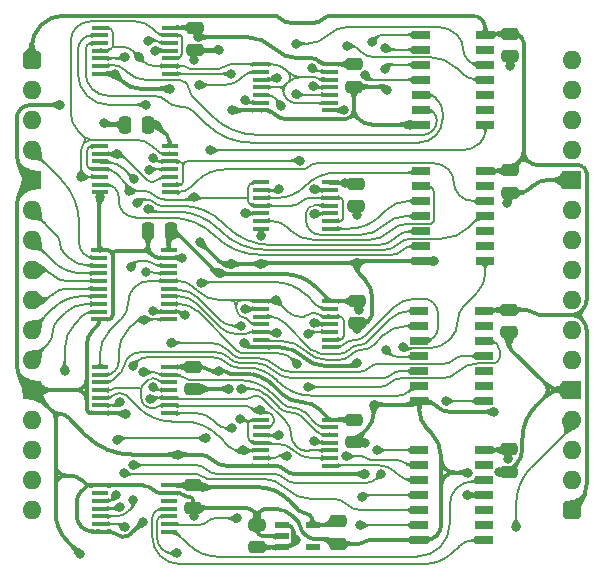
<source format=gtl>
%TF.GenerationSoftware,KiCad,Pcbnew,9.0.2*%
%TF.CreationDate,2025-07-03T21:01:19+02:00*%
%TF.ProjectId,Main Memory Abort,4d61696e-204d-4656-9d6f-72792041626f,V0*%
%TF.SameCoordinates,Original*%
%TF.FileFunction,Copper,L1,Top*%
%TF.FilePolarity,Positive*%
%FSLAX46Y46*%
G04 Gerber Fmt 4.6, Leading zero omitted, Abs format (unit mm)*
G04 Created by KiCad (PCBNEW 9.0.2) date 2025-07-03 21:01:19*
%MOMM*%
%LPD*%
G01*
G04 APERTURE LIST*
G04 Aperture macros list*
%AMRoundRect*
0 Rectangle with rounded corners*
0 $1 Rounding radius*
0 $2 $3 $4 $5 $6 $7 $8 $9 X,Y pos of 4 corners*
0 Add a 4 corners polygon primitive as box body*
4,1,4,$2,$3,$4,$5,$6,$7,$8,$9,$2,$3,0*
0 Add four circle primitives for the rounded corners*
1,1,$1+$1,$2,$3*
1,1,$1+$1,$4,$5*
1,1,$1+$1,$6,$7*
1,1,$1+$1,$8,$9*
0 Add four rect primitives between the rounded corners*
20,1,$1+$1,$2,$3,$4,$5,0*
20,1,$1+$1,$4,$5,$6,$7,0*
20,1,$1+$1,$6,$7,$8,$9,0*
20,1,$1+$1,$8,$9,$2,$3,0*%
G04 Aperture macros list end*
%TA.AperFunction,SMDPad,CuDef*%
%ADD10R,1.550000X0.650000*%
%TD*%
%TA.AperFunction,SMDPad,CuDef*%
%ADD11RoundRect,0.250000X-0.475000X0.250000X-0.475000X-0.250000X0.475000X-0.250000X0.475000X0.250000X0*%
%TD*%
%TA.AperFunction,SMDPad,CuDef*%
%ADD12R,1.475000X0.450000*%
%TD*%
%TA.AperFunction,SMDPad,CuDef*%
%ADD13RoundRect,0.250000X0.250000X0.475000X-0.250000X0.475000X-0.250000X-0.475000X0.250000X-0.475000X0*%
%TD*%
%TA.AperFunction,SMDPad,CuDef*%
%ADD14RoundRect,0.250000X0.475000X-0.250000X0.475000X0.250000X-0.475000X0.250000X-0.475000X-0.250000X0*%
%TD*%
%TA.AperFunction,ComponentPad*%
%ADD15RoundRect,0.400000X0.400000X0.400000X-0.400000X0.400000X-0.400000X-0.400000X0.400000X-0.400000X0*%
%TD*%
%TA.AperFunction,ComponentPad*%
%ADD16O,1.600000X1.600000*%
%TD*%
%TA.AperFunction,ComponentPad*%
%ADD17R,1.600000X1.600000*%
%TD*%
%TA.AperFunction,ComponentPad*%
%ADD18RoundRect,0.400000X-0.400000X-0.400000X0.400000X-0.400000X0.400000X0.400000X-0.400000X0.400000X0*%
%TD*%
%TA.AperFunction,SMDPad,CuDef*%
%ADD19R,1.150000X0.600000*%
%TD*%
%TA.AperFunction,ViaPad*%
%ADD20C,0.800000*%
%TD*%
%TA.AperFunction,Conductor*%
%ADD21C,0.380000*%
%TD*%
%TA.AperFunction,Conductor*%
%ADD22C,0.200000*%
%TD*%
G04 APERTURE END LIST*
D10*
%TO.P,IC13,1,A*%
%TO.N,/~{0+1}*%
X32962000Y2159000D03*
%TO.P,IC13,2,B*%
%TO.N,/~{0+2}*%
X32962000Y889000D03*
%TO.P,IC13,3,C*%
%TO.N,/~{0+3}*%
X32962000Y-381000D03*
%TO.P,IC13,4,D*%
%TO.N,/~{0+4}*%
X32962000Y-1651000D03*
%TO.P,IC13,5,E*%
%TO.N,/~{0+5}*%
X32962000Y-2921000D03*
%TO.P,IC13,6,F*%
%TO.N,/~{0+6}*%
X32962000Y-4191000D03*
%TO.P,IC13,7,GND*%
%TO.N,GND*%
X32962000Y-5461000D03*
%TO.P,IC13,8,Y*%
%TO.N,Net-(IC13-Y)*%
X38412000Y-5461000D03*
%TO.P,IC13,9,N.C.*%
%TO.N,unconnected-(IC13-N.C.-Pad9)*%
X38412000Y-4191000D03*
%TO.P,IC13,10,N.C.*%
%TO.N,unconnected-(IC13-N.C.-Pad10)*%
X38412000Y-2921000D03*
%TO.P,IC13,11,G*%
%TO.N,/~{6+7}*%
X38412000Y-1651000D03*
%TO.P,IC13,12,H*%
%TO.N,/~{0+7}*%
X38412000Y-381000D03*
%TO.P,IC13,13,N.C.*%
%TO.N,unconnected-(IC13-N.C.-Pad13)*%
X38412000Y889000D03*
%TO.P,IC13,14,5V*%
%TO.N,5V*%
X38412000Y2159000D03*
%TD*%
D11*
%TO.P,C1,1*%
%TO.N,5V*%
X40386000Y-32975000D03*
%TO.P,C1,2*%
%TO.N,GND*%
X40386000Y-34875000D03*
%TD*%
%TO.P,C15,1*%
%TO.N,/3.3V*%
X13682000Y-36023000D03*
%TO.P,C15,2*%
%TO.N,GND*%
X13682000Y-37923000D03*
%TD*%
D12*
%TO.P,IC2,1,1A*%
%TO.N,/~{Main}B0*%
X19397000Y-351000D03*
%TO.P,IC2,2,1B*%
%TO.N,/~{Main}B1*%
X19397000Y-1001000D03*
%TO.P,IC2,3,1Y*%
%TO.N,/~{0+1}*%
X19397000Y-1651000D03*
%TO.P,IC2,4,2A*%
%TO.N,/~{Main}B0*%
X19397000Y-2301000D03*
%TO.P,IC2,5,2B*%
%TO.N,/~{Main}B2*%
X19397000Y-2951000D03*
%TO.P,IC2,6,2Y*%
%TO.N,/~{0+2}*%
X19397000Y-3601000D03*
%TO.P,IC2,7,GND*%
%TO.N,GND*%
X19397000Y-4251000D03*
%TO.P,IC2,8,3Y*%
%TO.N,/~{0+3}*%
X25273000Y-4251000D03*
%TO.P,IC2,9,3A*%
%TO.N,/~{Main}B0*%
X25273000Y-3601000D03*
%TO.P,IC2,10,3B*%
%TO.N,/~{Main}B3*%
X25273000Y-2951000D03*
%TO.P,IC2,11,4Y*%
%TO.N,/~{0+4}*%
X25273000Y-2301000D03*
%TO.P,IC2,12,4A*%
%TO.N,/~{Main}B0*%
X25273000Y-1651000D03*
%TO.P,IC2,13,4B*%
%TO.N,/~{Main}B4*%
X25273000Y-1001000D03*
%TO.P,IC2,14,3V*%
%TO.N,/3.3V*%
X25273000Y-351000D03*
%TD*%
%TO.P,IC3,1,~{OE1}*%
%TO.N,GND*%
X5715000Y-16099000D03*
%TO.P,IC3,2,A0*%
%TO.N,~{Main}0*%
X5715000Y-16749000D03*
%TO.P,IC3,3,A1*%
%TO.N,~{Main}1*%
X5715000Y-17399000D03*
%TO.P,IC3,4,A2*%
%TO.N,~{Main}2*%
X5715000Y-18049000D03*
%TO.P,IC3,5,A3*%
%TO.N,~{Main}3*%
X5715000Y-18699000D03*
%TO.P,IC3,6,A4*%
%TO.N,~{Main}4*%
X5715000Y-19349000D03*
%TO.P,IC3,7,A5*%
%TO.N,~{Main}5*%
X5715000Y-19999000D03*
%TO.P,IC3,8,A6*%
%TO.N,~{Main}6*%
X5715000Y-20649000D03*
%TO.P,IC3,9,A7*%
%TO.N,~{Main}7*%
X5715000Y-21299000D03*
%TO.P,IC3,10,GND*%
%TO.N,GND*%
X5715000Y-21949000D03*
%TO.P,IC3,11,Y7*%
%TO.N,/~{Main}B7*%
X11591000Y-21949000D03*
%TO.P,IC3,12,Y6*%
%TO.N,/~{Main}B6*%
X11591000Y-21299000D03*
%TO.P,IC3,13,Y5*%
%TO.N,/~{Main}B5*%
X11591000Y-20649000D03*
%TO.P,IC3,14,Y4*%
%TO.N,/~{Main}B4*%
X11591000Y-19999000D03*
%TO.P,IC3,15,Y3*%
%TO.N,/~{Main}B3*%
X11591000Y-19349000D03*
%TO.P,IC3,16,Y2*%
%TO.N,/~{Main}B2*%
X11591000Y-18699000D03*
%TO.P,IC3,17,Y1*%
%TO.N,/~{Main}B1*%
X11591000Y-18049000D03*
%TO.P,IC3,18,Y0*%
%TO.N,/~{Main}B0*%
X11591000Y-17399000D03*
%TO.P,IC3,19,~{OE2}*%
%TO.N,GND*%
X11591000Y-16749000D03*
%TO.P,IC3,20,3V*%
%TO.N,/3.3V*%
X11591000Y-16099000D03*
%TD*%
%TO.P,IC8,1,1A*%
%TO.N,/~{Main}B1*%
X19414000Y-10369000D03*
%TO.P,IC8,2,1B*%
%TO.N,/~{Main}B2*%
X19414000Y-11019000D03*
%TO.P,IC8,3,1Y*%
%TO.N,/~{1+2}*%
X19414000Y-11669000D03*
%TO.P,IC8,4,2A*%
%TO.N,/~{Main}B1*%
X19414000Y-12319000D03*
%TO.P,IC8,5,2B*%
%TO.N,/~{Main}B3*%
X19414000Y-12969000D03*
%TO.P,IC8,6,2Y*%
%TO.N,/~{1+3}*%
X19414000Y-13619000D03*
%TO.P,IC8,7,GND*%
%TO.N,GND*%
X19414000Y-14269000D03*
%TO.P,IC8,8,3Y*%
%TO.N,/~{1+4}*%
X25290000Y-14269000D03*
%TO.P,IC8,9,3A*%
%TO.N,/~{Main}B1*%
X25290000Y-13619000D03*
%TO.P,IC8,10,3B*%
%TO.N,/~{Main}B4*%
X25290000Y-12969000D03*
%TO.P,IC8,11,4Y*%
%TO.N,/~{1+5}*%
X25290000Y-12319000D03*
%TO.P,IC8,12,4A*%
%TO.N,/~{Main}B1*%
X25290000Y-11669000D03*
%TO.P,IC8,13,4B*%
%TO.N,/~{Main}B5*%
X25290000Y-11019000D03*
%TO.P,IC8,14,3V*%
%TO.N,/3.3V*%
X25290000Y-10369000D03*
%TD*%
D11*
%TO.P,C14,1*%
%TO.N,/3.3V*%
X27288000Y-30450000D03*
%TO.P,C14,2*%
%TO.N,GND*%
X27288000Y-32350000D03*
%TD*%
D12*
%TO.P,IC10,1,1A*%
%TO.N,/~{Main}B2*%
X19397000Y-20417000D03*
%TO.P,IC10,2,1B*%
%TO.N,/~{Main}B3*%
X19397000Y-21067000D03*
%TO.P,IC10,3,1Y*%
%TO.N,/~{2+3}*%
X19397000Y-21717000D03*
%TO.P,IC10,4,2A*%
%TO.N,/~{Main}B2*%
X19397000Y-22367000D03*
%TO.P,IC10,5,2B*%
%TO.N,/~{Main}B4*%
X19397000Y-23017000D03*
%TO.P,IC10,6,2Y*%
%TO.N,/~{2+4}*%
X19397000Y-23667000D03*
%TO.P,IC10,7,GND*%
%TO.N,GND*%
X19397000Y-24317000D03*
%TO.P,IC10,8,3Y*%
%TO.N,/~{2+5}*%
X25273000Y-24317000D03*
%TO.P,IC10,9,3A*%
%TO.N,/~{Main}B2*%
X25273000Y-23667000D03*
%TO.P,IC10,10,3B*%
%TO.N,/~{Main}B5*%
X25273000Y-23017000D03*
%TO.P,IC10,11,4Y*%
%TO.N,/~{2+6}*%
X25273000Y-22367000D03*
%TO.P,IC10,12,4A*%
%TO.N,/~{Main}B2*%
X25273000Y-21717000D03*
%TO.P,IC10,13,4B*%
%TO.N,/~{Main}B6*%
X25273000Y-21067000D03*
%TO.P,IC10,14,3V*%
%TO.N,/3.3V*%
X25273000Y-20417000D03*
%TD*%
D13*
%TO.P,C12,1*%
%TO.N,/3.3V*%
X9824000Y-5461000D03*
%TO.P,C12,2*%
%TO.N,GND*%
X7924000Y-5461000D03*
%TD*%
D10*
%TO.P,IC15,1,A*%
%TO.N,/~{2+3}*%
X32835000Y-21251300D03*
%TO.P,IC15,2,B*%
%TO.N,/~{2+4}*%
X32835000Y-22521300D03*
%TO.P,IC15,3,C*%
%TO.N,/~{2+5}*%
X32835000Y-23791300D03*
%TO.P,IC15,4,D*%
%TO.N,/~{2+6}*%
X32835000Y-25061300D03*
%TO.P,IC15,5,E*%
%TO.N,/~{2+7}*%
X32835000Y-26331300D03*
%TO.P,IC15,6,F*%
%TO.N,/~{4+5}*%
X32835000Y-27601300D03*
%TO.P,IC15,7,GND*%
%TO.N,GND*%
X32835000Y-28871300D03*
%TO.P,IC15,8,Y*%
%TO.N,Net-(IC15-Y)*%
X38285000Y-28871300D03*
%TO.P,IC15,9,N.C.*%
%TO.N,unconnected-(IC15-N.C.-Pad9)*%
X38285000Y-27601300D03*
%TO.P,IC15,10,N.C.*%
%TO.N,unconnected-(IC15-N.C.-Pad10)*%
X38285000Y-26331300D03*
%TO.P,IC15,11,G*%
%TO.N,/~{4+7}*%
X38285000Y-25061300D03*
%TO.P,IC15,12,H*%
%TO.N,/~{4+6}*%
X38285000Y-23791300D03*
%TO.P,IC15,13,N.C.*%
%TO.N,unconnected-(IC15-N.C.-Pad13)*%
X38285000Y-22521300D03*
%TO.P,IC15,14,5V*%
%TO.N,5V*%
X38285000Y-21251300D03*
%TD*%
D13*
%TO.P,C8,1*%
%TO.N,/3.3V*%
X11763000Y-14456000D03*
%TO.P,C8,2*%
%TO.N,GND*%
X9863000Y-14456000D03*
%TD*%
D11*
%TO.P,C3,1*%
%TO.N,/3.3V*%
X27288000Y-351000D03*
%TO.P,C3,2*%
%TO.N,GND*%
X27288000Y-2251000D03*
%TD*%
D12*
%TO.P,IC9,1,1A*%
%TO.N,/~{Main}B1*%
X5808000Y-7291000D03*
%TO.P,IC9,2,1B*%
%TO.N,/~{Main}B6*%
X5808000Y-7941000D03*
%TO.P,IC9,3,1Y*%
%TO.N,/~{1+6}*%
X5808000Y-8591000D03*
%TO.P,IC9,4,2A*%
%TO.N,/~{Main}B1*%
X5808000Y-9241000D03*
%TO.P,IC9,5,2B*%
%TO.N,/~{Main}B7*%
X5808000Y-9891000D03*
%TO.P,IC9,6,2Y*%
%TO.N,/~{1+7}*%
X5808000Y-10541000D03*
%TO.P,IC9,7,GND*%
%TO.N,GND*%
X5808000Y-11191000D03*
%TO.P,IC9,8,3Y*%
%TO.N,/~{5+6}*%
X11684000Y-11191000D03*
%TO.P,IC9,9,3A*%
%TO.N,/~{Main}B5*%
X11684000Y-10541000D03*
%TO.P,IC9,10,3B*%
%TO.N,/~{Main}B6*%
X11684000Y-9891000D03*
%TO.P,IC9,11,4Y*%
%TO.N,/~{5+7}*%
X11684000Y-9241000D03*
%TO.P,IC9,12,4A*%
%TO.N,/~{Main}B5*%
X11684000Y-8591000D03*
%TO.P,IC9,13,4B*%
%TO.N,/~{Main}B7*%
X11684000Y-7941000D03*
%TO.P,IC9,14,3V*%
%TO.N,/3.3V*%
X11684000Y-7291000D03*
%TD*%
D10*
%TO.P,IC14,1,A*%
%TO.N,/~{1+2}*%
X32962000Y-9398000D03*
%TO.P,IC14,2,B*%
%TO.N,/~{1+3}*%
X32962000Y-10668000D03*
%TO.P,IC14,3,C*%
%TO.N,/~{1+4}*%
X32962000Y-11938000D03*
%TO.P,IC14,4,D*%
%TO.N,/~{1+5}*%
X32962000Y-13208000D03*
%TO.P,IC14,5,E*%
%TO.N,/~{1+6}*%
X32962000Y-14478000D03*
%TO.P,IC14,6,F*%
%TO.N,/~{1+7}*%
X32962000Y-15748000D03*
%TO.P,IC14,7,GND*%
%TO.N,GND*%
X32962000Y-17018000D03*
%TO.P,IC14,8,Y*%
%TO.N,Net-(IC14-Y)*%
X38412000Y-17018000D03*
%TO.P,IC14,9,N.C.*%
%TO.N,unconnected-(IC14-N.C.-Pad9)*%
X38412000Y-15748000D03*
%TO.P,IC14,10,N.C.*%
%TO.N,unconnected-(IC14-N.C.-Pad10)*%
X38412000Y-14478000D03*
%TO.P,IC14,11,G*%
%TO.N,/~{5+7}*%
X38412000Y-13208000D03*
%TO.P,IC14,12,H*%
%TO.N,/~{5+6}*%
X38412000Y-11938000D03*
%TO.P,IC14,13,N.C.*%
%TO.N,unconnected-(IC14-N.C.-Pad13)*%
X38412000Y-10668000D03*
%TO.P,IC14,14,5V*%
%TO.N,5V*%
X38412000Y-9398000D03*
%TD*%
D14*
%TO.P,C10,1*%
%TO.N,5V*%
X19080000Y-41254000D03*
%TO.P,C10,2*%
%TO.N,GND*%
X19080000Y-39354000D03*
%TD*%
D10*
%TO.P,IC16,1,A*%
%TO.N,/~{3+4}*%
X32835000Y-33020000D03*
%TO.P,IC16,2,B*%
%TO.N,/~{3+5}*%
X32835000Y-34290000D03*
%TO.P,IC16,3,C*%
%TO.N,/~{3+6}*%
X32835000Y-35560000D03*
%TO.P,IC16,4,D*%
%TO.N,/~{3+7}*%
X32835000Y-36830000D03*
%TO.P,IC16,5,E*%
%TO.N,/(~{0+1})\u2022(~{0+2})\u2022(~{0+3})\u2022(~{0+4})\u2022(~{0+5})\u2022(~{0+6})\u2022(~{0+7})\u2022(~{6+7})*%
X32835000Y-38100000D03*
%TO.P,IC16,6,F*%
%TO.N,/(~{1+2})\u2022(~{1+3})\u2022(~{1+4})\u2022(~{1+5})\u2022(~{1+6})\u2022(~{1+7})\u2022(~{5+6})\u2022(~{5+7})*%
X32835000Y-39370000D03*
%TO.P,IC16,7,GND*%
%TO.N,GND*%
X32835000Y-40640000D03*
%TO.P,IC16,8,Y*%
%TO.N,Net-(IC16-Y)*%
X38285000Y-40640000D03*
%TO.P,IC16,9,N.C.*%
%TO.N,unconnected-(IC16-N.C.-Pad9)*%
X38285000Y-39370000D03*
%TO.P,IC16,10,N.C.*%
%TO.N,unconnected-(IC16-N.C.-Pad10)*%
X38285000Y-38100000D03*
%TO.P,IC16,11,G*%
%TO.N,/3.3V*%
X38285000Y-36830000D03*
%TO.P,IC16,12,H*%
%TO.N,/(~{2+3})\u2022(~{2+4})\u2022(~{2+5})\u2022(~{2+6})\u2022(~{2+7})\u2022(~{4+5})\u2022(~{4+6})\u2022(~{4+7})*%
X38285000Y-35560000D03*
%TO.P,IC16,13,N.C.*%
%TO.N,unconnected-(IC16-N.C.-Pad13)*%
X38285000Y-34290000D03*
%TO.P,IC16,14,5V*%
%TO.N,5V*%
X38285000Y-33020000D03*
%TD*%
D15*
%TO.P,J3,1,Pin_1*%
%TO.N,5V*%
X45720000Y-38100000D03*
D16*
%TO.P,J3,2,Pin_2*%
%TO.N,unconnected-(J3-Pin_2-Pad2)*%
X45720000Y-35560000D03*
%TO.P,J3,3,Pin_3*%
%TO.N,unconnected-(J3-Pin_3-Pad3)*%
X45720000Y-33020000D03*
%TO.P,J3,4,Pin_4*%
%TO.N,~{Set Contention}*%
X45720000Y-30480000D03*
D17*
%TO.P,J3,5,Pin_5*%
%TO.N,GND*%
X45720000Y-27940000D03*
D16*
%TO.P,J3,6,Pin_6*%
%TO.N,unconnected-(J3-Pin_6-Pad6)*%
X45720000Y-25400000D03*
%TO.P,J3,7,Pin_7*%
%TO.N,unconnected-(J3-Pin_7-Pad7)*%
X45720000Y-22860000D03*
%TO.P,J3,8,Pin_8*%
%TO.N,unconnected-(J3-Pin_8-Pad8)*%
X45720000Y-20320000D03*
%TO.P,J3,9,Pin_9*%
%TO.N,unconnected-(J3-Pin_9-Pad9)*%
X45720000Y-17780000D03*
%TO.P,J3,10,Pin_10*%
%TO.N,unconnected-(J3-Pin_10-Pad10)*%
X45720000Y-15240000D03*
%TO.P,J3,11,Pin_11*%
%TO.N,unconnected-(J3-Pin_11-Pad11)*%
X45720000Y-12700000D03*
D17*
%TO.P,J3,12,Pin_12*%
%TO.N,GND*%
X45720000Y-10160000D03*
D16*
%TO.P,J3,13,Pin_13*%
%TO.N,unconnected-(J3-Pin_13-Pad13)*%
X45720000Y-7620000D03*
%TO.P,J3,14,Pin_14*%
%TO.N,unconnected-(J3-Pin_14-Pad14)*%
X45720000Y-5080000D03*
%TO.P,J3,15,Pin_15*%
%TO.N,unconnected-(J3-Pin_15-Pad15)*%
X45720000Y-2540000D03*
%TO.P,J3,16,Pin_16*%
%TO.N,unconnected-(J3-Pin_16-Pad16)*%
X45720000Y0D03*
%TD*%
D11*
%TO.P,C11,1*%
%TO.N,/3.3V*%
X25908000Y-39071000D03*
%TO.P,C11,2*%
%TO.N,GND*%
X25908000Y-40971000D03*
%TD*%
%TO.P,C9,1*%
%TO.N,/3.3V*%
X27559000Y-20402000D03*
%TO.P,C9,2*%
%TO.N,GND*%
X27559000Y-22302000D03*
%TD*%
%TO.P,C6,1*%
%TO.N,5V*%
X40386000Y-21164000D03*
%TO.P,C6,2*%
%TO.N,GND*%
X40386000Y-23064000D03*
%TD*%
D18*
%TO.P,J1,1,Pin_1*%
%TO.N,5V*%
X0Y0D03*
D16*
%TO.P,J1,2,Pin_2*%
%TO.N,unconnected-(J1-Pin_2-Pad2)*%
X0Y-2540000D03*
%TO.P,J1,3,Pin_3*%
%TO.N,unconnected-(J1-Pin_3-Pad3)*%
X0Y-5080000D03*
%TO.P,J1,4,Pin_4*%
%TO.N,~{Main}0*%
X0Y-7620000D03*
D17*
%TO.P,J1,5,Pin_5*%
%TO.N,GND*%
X0Y-10160000D03*
D16*
%TO.P,J1,6,Pin_6*%
%TO.N,~{Main}1*%
X0Y-12700000D03*
%TO.P,J1,7,Pin_7*%
%TO.N,~{Main}2*%
X0Y-15240000D03*
%TO.P,J1,8,Pin_8*%
%TO.N,~{Main}3*%
X0Y-17780000D03*
%TO.P,J1,9,Pin_9*%
%TO.N,~{Main}4*%
X0Y-20320000D03*
%TO.P,J1,10,Pin_10*%
%TO.N,~{Main}5*%
X0Y-22860000D03*
%TO.P,J1,11,Pin_11*%
%TO.N,~{Main}6*%
X0Y-25400000D03*
D17*
%TO.P,J1,12,Pin_12*%
%TO.N,GND*%
X0Y-27940000D03*
D16*
%TO.P,J1,13,Pin_13*%
%TO.N,~{Main}7*%
X0Y-30480000D03*
%TO.P,J1,14,Pin_14*%
%TO.N,unconnected-(J1-Pin_14-Pad14)*%
X0Y-33020000D03*
%TO.P,J1,15,Pin_15*%
%TO.N,unconnected-(J1-Pin_15-Pad15)*%
X0Y-35560000D03*
%TO.P,J1,16,Pin_16*%
%TO.N,unconnected-(J1-Pin_16-Pad16)*%
X0Y-38100000D03*
%TD*%
D11*
%TO.P,C4,1*%
%TO.N,5V*%
X40513000Y2204000D03*
%TO.P,C4,2*%
%TO.N,GND*%
X40513000Y304000D03*
%TD*%
%TO.P,C2,1*%
%TO.N,/3.3V*%
X27432000Y-10496000D03*
%TO.P,C2,2*%
%TO.N,GND*%
X27432000Y-12396000D03*
%TD*%
D12*
%TO.P,IC17,1,1A*%
%TO.N,GND*%
X5791000Y-36023000D03*
%TO.P,IC17,2,1Y*%
%TO.N,unconnected-(IC17A-1Y-Pad2)*%
X5791000Y-36673000D03*
%TO.P,IC17,3,2A*%
%TO.N,Net-(IC13-Y)*%
X5791000Y-37323000D03*
%TO.P,IC17,4,2Y*%
%TO.N,/(~{0+1})\u2022(~{0+2})\u2022(~{0+3})\u2022(~{0+4})\u2022(~{0+5})\u2022(~{0+6})\u2022(~{0+7})\u2022(~{6+7})*%
X5791000Y-37973000D03*
%TO.P,IC17,5,3A*%
%TO.N,Net-(IC14-Y)*%
X5791000Y-38623000D03*
%TO.P,IC17,6,3Y*%
%TO.N,/(~{1+2})\u2022(~{1+3})\u2022(~{1+4})\u2022(~{1+5})\u2022(~{1+6})\u2022(~{1+7})\u2022(~{5+6})\u2022(~{5+7})*%
X5791000Y-39273000D03*
%TO.P,IC17,7,GND*%
%TO.N,GND*%
X5791000Y-39923000D03*
%TO.P,IC17,8,4Y*%
%TO.N,/(~{2+3})\u2022(~{2+4})\u2022(~{2+5})\u2022(~{2+6})\u2022(~{2+7})\u2022(~{4+5})\u2022(~{4+6})\u2022(~{4+7})*%
X11667000Y-39923000D03*
%TO.P,IC17,9,4A*%
%TO.N,Net-(IC15-Y)*%
X11667000Y-39273000D03*
%TO.P,IC17,10,5Y*%
%TO.N,~{Set Contention}*%
X11667000Y-38623000D03*
%TO.P,IC17,11,5A*%
%TO.N,Net-(IC16-Y)*%
X11667000Y-37973000D03*
%TO.P,IC17,12,6Y*%
%TO.N,unconnected-(IC17F-6Y-Pad12)*%
X11667000Y-37323000D03*
%TO.P,IC17,13,6A*%
%TO.N,GND*%
X11667000Y-36673000D03*
%TO.P,IC17,14,3V*%
%TO.N,/3.3V*%
X11667000Y-36023000D03*
%TD*%
D19*
%TO.P,IC1,1,6VIn*%
%TO.N,5V*%
X21209000Y-39370000D03*
%TO.P,IC1,2,GND*%
%TO.N,GND*%
X21209000Y-40320000D03*
%TO.P,IC1,3,EN*%
%TO.N,5V*%
X21209000Y-41270000D03*
%TO.P,IC1,4,ADJ*%
%TO.N,unconnected-(IC1-ADJ-Pad4)*%
X23809000Y-41270000D03*
%TO.P,IC1,5,3.3VOut*%
%TO.N,/3.3V*%
X23809000Y-39370000D03*
%TD*%
D11*
%TO.P,C13,1*%
%TO.N,/3.3V*%
X13682000Y-25990000D03*
%TO.P,C13,2*%
%TO.N,GND*%
X13682000Y-27890000D03*
%TD*%
D12*
%TO.P,IC11,1,1A*%
%TO.N,/~{Main}B2*%
X5791000Y-25990000D03*
%TO.P,IC11,2,1B*%
%TO.N,/~{Main}B7*%
X5791000Y-26640000D03*
%TO.P,IC11,3,1Y*%
%TO.N,/~{2+7}*%
X5791000Y-27290000D03*
%TO.P,IC11,4,2A*%
%TO.N,/~{Main}B4*%
X5791000Y-27940000D03*
%TO.P,IC11,5,2B*%
%TO.N,/~{Main}B5*%
X5791000Y-28590000D03*
%TO.P,IC11,6,2Y*%
%TO.N,/~{4+5}*%
X5791000Y-29240000D03*
%TO.P,IC11,7,GND*%
%TO.N,GND*%
X5791000Y-29890000D03*
%TO.P,IC11,8,3Y*%
%TO.N,/~{4+6}*%
X11667000Y-29890000D03*
%TO.P,IC11,9,3A*%
%TO.N,/~{Main}B4*%
X11667000Y-29240000D03*
%TO.P,IC11,10,3B*%
%TO.N,/~{Main}B6*%
X11667000Y-28590000D03*
%TO.P,IC11,11,4Y*%
%TO.N,/~{4+7}*%
X11667000Y-27940000D03*
%TO.P,IC11,12,4A*%
%TO.N,/~{Main}B4*%
X11667000Y-27290000D03*
%TO.P,IC11,13,4B*%
%TO.N,/~{Main}B7*%
X11667000Y-26640000D03*
%TO.P,IC11,14,3V*%
%TO.N,/3.3V*%
X11667000Y-25990000D03*
%TD*%
D11*
%TO.P,C7,1*%
%TO.N,5V*%
X40513000Y-9353000D03*
%TO.P,C7,2*%
%TO.N,GND*%
X40513000Y-11253000D03*
%TD*%
D12*
%TO.P,IC12,1,1A*%
%TO.N,/~{Main}B3*%
X19397000Y-30450000D03*
%TO.P,IC12,2,1B*%
%TO.N,/~{Main}B4*%
X19397000Y-31100000D03*
%TO.P,IC12,3,1Y*%
%TO.N,/~{3+4}*%
X19397000Y-31750000D03*
%TO.P,IC12,4,2A*%
%TO.N,/~{Main}B3*%
X19397000Y-32400000D03*
%TO.P,IC12,5,2B*%
%TO.N,/~{Main}B5*%
X19397000Y-33050000D03*
%TO.P,IC12,6,2Y*%
%TO.N,/~{3+5}*%
X19397000Y-33700000D03*
%TO.P,IC12,7,GND*%
%TO.N,GND*%
X19397000Y-34350000D03*
%TO.P,IC12,8,3Y*%
%TO.N,/~{3+6}*%
X25273000Y-34350000D03*
%TO.P,IC12,9,3A*%
%TO.N,/~{Main}B3*%
X25273000Y-33700000D03*
%TO.P,IC12,10,3B*%
%TO.N,/~{Main}B6*%
X25273000Y-33050000D03*
%TO.P,IC12,11,4Y*%
%TO.N,/~{3+7}*%
X25273000Y-32400000D03*
%TO.P,IC12,12,4A*%
%TO.N,/~{Main}B3*%
X25273000Y-31750000D03*
%TO.P,IC12,13,4B*%
%TO.N,/~{Main}B7*%
X25273000Y-31100000D03*
%TO.P,IC12,14,3V*%
%TO.N,/3.3V*%
X25273000Y-30450000D03*
%TD*%
%TO.P,IC7,1,1A*%
%TO.N,/~{Main}B0*%
X5808000Y2742000D03*
%TO.P,IC7,2,1B*%
%TO.N,/~{Main}B5*%
X5808000Y2092000D03*
%TO.P,IC7,3,1Y*%
%TO.N,/~{0+5}*%
X5808000Y1442000D03*
%TO.P,IC7,4,2A*%
%TO.N,/~{Main}B0*%
X5808000Y792000D03*
%TO.P,IC7,5,2B*%
%TO.N,/~{Main}B6*%
X5808000Y142000D03*
%TO.P,IC7,6,2Y*%
%TO.N,/~{0+6}*%
X5808000Y-508000D03*
%TO.P,IC7,7,GND*%
%TO.N,GND*%
X5808000Y-1158000D03*
%TO.P,IC7,8,3Y*%
%TO.N,/~{0+7}*%
X11684000Y-1158000D03*
%TO.P,IC7,9,3A*%
%TO.N,/~{Main}B0*%
X11684000Y-508000D03*
%TO.P,IC7,10,3B*%
%TO.N,/~{Main}B7*%
X11684000Y142000D03*
%TO.P,IC7,11,4Y*%
%TO.N,/~{6+7}*%
X11684000Y792000D03*
%TO.P,IC7,12,4A*%
%TO.N,/~{Main}B6*%
X11684000Y1442000D03*
%TO.P,IC7,13,4B*%
%TO.N,/~{Main}B7*%
X11684000Y2092000D03*
%TO.P,IC7,14,3V*%
%TO.N,/3.3V*%
X11684000Y2742000D03*
%TD*%
D11*
%TO.P,C5,1*%
%TO.N,/3.3V*%
X13843000Y2712000D03*
%TO.P,C5,2*%
%TO.N,GND*%
X13843000Y812000D03*
%TD*%
D20*
%TO.N,~{Set Contention}*%
X12271320Y-41734000D03*
X41021000Y-39497010D03*
%TO.N,/3.3V*%
X14447794Y-36167030D03*
X27686000Y-21202000D03*
X36830006Y-36830000D03*
X14092043Y1942000D03*
X26543000Y-10384000D03*
X10540988Y-5461000D03*
X15875000Y-26340000D03*
X15875000Y-18034000D03*
%TO.N,/~{Main}B3*%
X18056500Y-12970600D03*
X17745600Y-22487200D03*
X22369948Y-2903052D03*
X17653000Y-30352996D03*
X17714516Y-27822300D03*
X18056500Y-21071900D03*
%TO.N,GND*%
X39576690Y-34920014D03*
X40513000Y-508000D03*
X27559000Y-17179900D03*
X5808000Y-11557000D03*
X16867700Y-17272000D03*
X16963193Y-4251003D03*
X12752029Y-16749000D03*
X28194000Y-32385000D03*
X19431000Y-14859000D03*
X13716004Y-8D03*
X7072595Y-1203156D03*
X14242695Y-15418730D03*
X2413000Y-3810000D03*
X14351000Y-27853500D03*
X6096000Y-5334000D03*
X8000996Y-29971992D03*
X27559000Y-13081000D03*
X16715000Y-27853500D03*
X9398000Y-39116000D03*
X28194006Y-35052006D03*
X34036000Y-17018000D03*
X36957000Y-34925000D03*
X27507828Y-22808824D03*
X12359508Y-33401000D03*
X13716000Y-38608000D03*
X27507828Y-25654000D03*
X39144284Y-29790353D03*
X40259000Y-12065002D03*
X32004006Y-5461000D03*
X40386000Y-23622000D03*
X15891676Y889000D03*
X30099000Y-2540000D03*
X28956000Y-29174000D03*
X4063994Y-41783000D03*
X19431000Y-17272000D03*
X11684000Y-2413000D03*
X18001100Y-23928300D03*
%TO.N,5V*%
X22383545Y-40643400D03*
X40345113Y-33775000D03*
%TO.N,/~{Main}B0*%
X9102258Y242000D03*
X8382000Y-17526000D03*
%TO.N,~{Main}7*%
X2794000Y-26289000D03*
%TO.N,/~{Main}B1*%
X13716000Y-11588000D03*
X9651998Y-17907000D03*
X8232636Y-11071364D03*
X14208822Y-2099160D03*
%TO.N,/~{Main}B2*%
X20987600Y-10945200D03*
X21123905Y-3886409D03*
X20701000Y-20320000D03*
%TO.N,/~{Main}B4*%
X19304000Y-29624998D03*
X23731805Y-701000D03*
X23948300Y-13004700D03*
X20770800Y-23087800D03*
%TO.N,/~{Main}B7*%
X9525000Y-21970998D03*
X4191000Y-9906000D03*
X9469526Y-26411435D03*
%TO.N,/~{Main}B6*%
X10030400Y-28714000D03*
X14379145Y-18894855D03*
X12954000Y-21590000D03*
X7874000Y254000D03*
X10287000Y-21209000D03*
X9823087Y1635691D03*
X7251000Y-7940999D03*
%TO.N,Net-(IC13-Y)*%
X7238999Y-32131001D03*
X7153530Y-36863000D03*
X15101000Y-7620000D03*
X14732000Y-32004000D03*
%TO.N,Net-(IC14-Y)*%
X29591000Y-35052000D03*
X31455231Y-24298569D03*
X8603530Y-34290000D03*
X8603530Y-37211000D03*
%TO.N,Net-(IC15-Y)*%
X17400700Y-38803400D03*
X35052000Y-28871300D03*
%TO.N,/~{0+1}*%
X28829000Y1524000D03*
X20736300Y-1491700D03*
%TO.N,/~{0+4}*%
X23826622Y-2201000D03*
X28245336Y-1300999D03*
%TO.N,/~{0+2}*%
X29955240Y995700D03*
X18057800Y-3411000D03*
%TO.N,/~{0+3}*%
X26460842Y-4222477D03*
X29894000Y-731880D03*
%TO.N,/~{Main}B5*%
X17896500Y-33050000D03*
X10242716Y-8299284D03*
X22733000Y-8509000D03*
X23367998Y-23189827D03*
X22428385Y-25704615D03*
X23950200Y-10919000D03*
X9700571Y-3779996D03*
%TO.N,/~{0+7}*%
X22351998Y1397000D03*
X16891497Y-1143503D03*
%TO.N,/~{6+7}*%
X26666300Y1199000D03*
X10462495Y802827D03*
%TO.N,/~{1+6}*%
X8932636Y-12065000D03*
X8656548Y-10110737D03*
%TO.N,/~{5+7}*%
X9906000Y-9271000D03*
X9890504Y-12585000D03*
%TO.N,/~{2+6}*%
X23946739Y-22241968D03*
X29972000Y-24511000D03*
%TO.N,/~{4+6}*%
X16980805Y-31159634D03*
X23367996Y-27674000D03*
%TO.N,/~{4+7}*%
X11823031Y-23935219D03*
X10251206Y-27687477D03*
%TO.N,/~{4+5}*%
X8570739Y-25868583D03*
X7460903Y-28923903D03*
%TO.N,/~{3+7}*%
X27940000Y-36957000D03*
X23910500Y-32270000D03*
%TO.N,/~{3+4}*%
X20955000Y-31783100D03*
X29216080Y-33006536D03*
%TO.N,/~{3+5}*%
X21590000Y-33528000D03*
X26610502Y-33528000D03*
%TO.N,/(~{1+2})\u2022(~{1+3})\u2022(~{1+4})\u2022(~{1+5})\u2022(~{1+6})\u2022(~{1+7})\u2022(~{5+6})\u2022(~{5+7})*%
X7874000Y-39520624D03*
X27813000Y-39370000D03*
%TO.N,/(~{0+1})\u2022(~{0+2})\u2022(~{0+3})\u2022(~{0+4})\u2022(~{0+5})\u2022(~{0+6})\u2022(~{0+7})\u2022(~{6+7})*%
X7811529Y-34979377D03*
X7492232Y-37856875D03*
%TD*%
D21*
%TO.N,5V*%
X2746051Y3767600D02*
G75*
G03*
X804299Y2963301I-1J-2746050D01*
G01*
X22177000Y-40290805D02*
G75*
G03*
X22280274Y-40540125I352600J5D01*
G01*
X46797000Y-9083000D02*
G75*
G03*
X46331056Y-8890018I-465900J-465900D01*
G01*
X42459000Y-21377000D02*
G75*
G03*
X42973227Y-21589989I514200J514200D01*
G01*
X763321Y2922321D02*
G75*
G03*
X-1Y1079500I1842819J-1842821D01*
G01*
X41319450Y-8546550D02*
G75*
G03*
X41662895Y-7717388I-829150J829150D01*
G01*
X42006350Y-8546550D02*
G75*
G03*
X41319450Y-8546550I-343450J-343449D01*
G01*
X41662900Y-7717388D02*
G75*
G03*
X42006347Y-8546553I1172600J-12D01*
G01*
X42459000Y-21377000D02*
G75*
G03*
X41944772Y-21164011I-514200J-514200D01*
G01*
X41446450Y1987550D02*
G75*
G02*
X41662897Y1464993I-522550J-522550D01*
G01*
X42006350Y-8546550D02*
G75*
G03*
X42835511Y-8889995I829150J829150D01*
G01*
X38086700Y3442300D02*
G75*
G02*
X38411982Y2656956I-785300J-785300D01*
G01*
X22010500Y-39536500D02*
G75*
G02*
X22177014Y-39938466I-402000J-402000D01*
G01*
X41446450Y1987550D02*
G75*
G03*
X40923893Y2203997I-522550J-522550D01*
G01*
X45689184Y-21590000D02*
G75*
G03*
X46609005Y-21209005I16J1300800D01*
G01*
X46609000Y-21971000D02*
G75*
G03*
X45689184Y-21590006I-919800J-919800D01*
G01*
X46609000Y-21209000D02*
G75*
G03*
X46609000Y-21971000I381000J-381000D01*
G01*
X46609000Y-21971000D02*
G75*
G02*
X46989994Y-22890815I-919800J-919800D01*
G01*
X46990000Y-35931974D02*
G75*
G02*
X46355008Y-37465008I-2168000J-26D01*
G01*
X46797000Y-9083000D02*
G75*
G02*
X46989953Y-9548943I-466000J-465900D01*
G01*
X25395631Y3767600D02*
G75*
G03*
X24680291Y3471309I-31J-1011600D01*
G01*
X21124300Y3471300D02*
G75*
G03*
X20408968Y3767587I-715300J-715300D01*
G01*
X21124300Y3471300D02*
G75*
G03*
X21839631Y3175013I715300J715300D01*
G01*
X40386000Y-33705201D02*
G75*
G02*
X40365556Y-33754556I-69800J1D01*
G01*
X24680300Y3471300D02*
G75*
G02*
X23964968Y3175013I-715300J715300D01*
G01*
X21950672Y-41076272D02*
G75*
G02*
X21482972Y-41269988I-467672J467672D01*
G01*
X46990000Y-20289184D02*
G75*
G02*
X46609005Y-21209005I-1300800J-16D01*
G01*
X22010500Y-39536500D02*
G75*
G03*
X21608533Y-39369986I-402000J-402000D01*
G01*
X38086700Y3442300D02*
G75*
G03*
X37301356Y3767582I-785300J-785300D01*
G01*
%TO.N,GND*%
X13682000Y-38549958D02*
G75*
G03*
X13698988Y-38591012I58000J-42D01*
G01*
X7147188Y-40141812D02*
G75*
G03*
X7675446Y-40360575I528212J528312D01*
G01*
X-634999Y-9525000D02*
G75*
G02*
X-634999Y-10795000I-634999J-635000D01*
G01*
X21433003Y-34701003D02*
G75*
G03*
X22280399Y-35052005I847397J847403D01*
G01*
X3785650Y-27940000D02*
G75*
G03*
X4654100Y-27071550I0J868450D01*
G01*
X4654100Y-28808450D02*
G75*
G03*
X3785650Y-27940000I-868450J0D01*
G01*
X34671000Y-39339184D02*
G75*
G02*
X34290005Y-40259005I-1300800J-16D01*
G01*
X15333500Y-33875500D02*
G75*
G03*
X14187955Y-33401018I-1145500J-1145500D01*
G01*
X4647105Y-36016105D02*
G75*
G03*
X4663750Y-36022976I16595J16605D01*
G01*
X4666605Y-36029894D02*
G75*
G03*
X4663751Y-36022900I-2905J2894D01*
G01*
X4683250Y-36023000D02*
G75*
G03*
X4666588Y-36029877I-50J-23500D01*
G01*
X27835380Y-17018000D02*
G75*
G03*
X27639956Y-17098956I20J-276400D01*
G01*
X19998423Y-37973000D02*
G75*
G03*
X19348993Y-38241993I-23J-918400D01*
G01*
X7196236Y-16154000D02*
G75*
G03*
X6957339Y-16252939I-36J-337800D01*
G01*
X2032000Y-38314169D02*
G75*
G03*
X3047997Y-40767003I3468830J-1D01*
G01*
X13843000Y216787D02*
G75*
G02*
X13779496Y63495I-216800J13D01*
G01*
X18786000Y-38217000D02*
G75*
G03*
X18076221Y-37922991I-709800J-709800D01*
G01*
X20633738Y-4631738D02*
G75*
G03*
X21552922Y-5012474I919162J919138D01*
G01*
X27432000Y-12864197D02*
G75*
G03*
X27495499Y-13017501I216800J-3D01*
G01*
X7147188Y-40141812D02*
G75*
G03*
X6618929Y-39922988I-528288J-528288D01*
G01*
X4760650Y-29783450D02*
G75*
G03*
X5017884Y-29890006I257250J257250D01*
G01*
X4629207Y-31807207D02*
G75*
G03*
X8476963Y-33401004I3847763J3847757D01*
G01*
X6858400Y-16491836D02*
G75*
G03*
X6759461Y-16252939I-337800J36D01*
G01*
X6957350Y-16252950D02*
G75*
G03*
X6858415Y-16491836I238850J-238850D01*
G01*
X6759450Y-16252950D02*
G75*
G03*
X6957350Y-16252950I98950J98951D01*
G01*
X33772974Y-31486974D02*
G75*
G02*
X34670986Y-33655000I-2168074J-2168026D01*
G01*
X898025Y-27940000D02*
G75*
G03*
X635002Y-28574998I-5J-371970D01*
G01*
X-634999Y-27305000D02*
G75*
G03*
X898025Y-27940001I1533029J1533030D01*
G01*
X19222500Y-40177500D02*
G75*
G03*
X19566525Y-40319989I344000J344000D01*
G01*
X6751700Y-21842300D02*
G75*
G02*
X6494103Y-21949001I-257600J257600D01*
G01*
X27071961Y-4796438D02*
G75*
G03*
X27287982Y-4274875I-521561J521538D01*
G01*
X27504038Y-4796438D02*
G75*
G03*
X27071961Y-4796438I-216038J-216039D01*
G01*
X27288000Y-4274875D02*
G75*
G03*
X27504026Y-4796450I737600J-25D01*
G01*
X34288716Y-40260283D02*
G75*
G02*
X33372000Y-40640009I-916716J916683D01*
G01*
X12862482Y-36840506D02*
G75*
G03*
X13266877Y-37008025I404418J404406D01*
G01*
X5184549Y-22881949D02*
G75*
G03*
X4654098Y-24162569I1280621J-1280621D01*
G01*
X5715000Y-15653750D02*
G75*
G03*
X6160250Y-16099000I445250J0D01*
G01*
X41554500Y-32880245D02*
G75*
G02*
X40970237Y-34290737I-1994800J45D01*
G01*
X43443458Y-28534641D02*
G75*
G03*
X43443458Y-27345358I-594658J594641D01*
G01*
X44879050Y-27940000D02*
G75*
G03*
X43443440Y-28534623I-50J-2030200D01*
G01*
X43443458Y-27345358D02*
G75*
G03*
X44879050Y-27940045I1435642J1435558D01*
G01*
X13597506Y-37092506D02*
G75*
G03*
X13393519Y-37008000I-204006J-203994D01*
G01*
X22574478Y-39084478D02*
G75*
G02*
X22760233Y-39532850I-448378J-448422D01*
G01*
X21433003Y-34701003D02*
G75*
G03*
X20585606Y-34349995I-847403J-847397D01*
G01*
X-928728Y-4151271D02*
G75*
G03*
X-1270000Y-4975173I823902J-823903D01*
G01*
X23152450Y-40187750D02*
G75*
G03*
X24099425Y-40579990I946950J946950D01*
G01*
X-1270000Y-25771974D02*
G75*
G03*
X-634998Y-27304999I2168030J4D01*
G01*
X28555052Y-40640000D02*
G75*
G03*
X28155514Y-40805514I48J-565100D01*
G01*
X15853176Y850500D02*
G75*
G02*
X15760228Y811966I-92976J92900D01*
G01*
X-1270000Y-7991974D02*
G75*
G03*
X-634998Y-9524999I2168030J4D01*
G01*
X6858400Y-21584703D02*
G75*
G02*
X6751699Y-21842299I-364300J3D01*
G01*
X40386000Y-23954950D02*
G75*
G03*
X40621409Y-24523353I803800J-50D01*
G01*
X20555641Y-4553641D02*
G75*
G03*
X19825000Y-4251005I-730641J-730659D01*
G01*
X4214528Y-39520528D02*
G75*
G03*
X5186180Y-39923021I971672J971628D01*
G01*
X4654100Y-29526215D02*
G75*
G03*
X4760655Y-29783445I363800J15D01*
G01*
X43698867Y-10160000D02*
G75*
G03*
X42379509Y-10706509I33J-1865900D01*
G01*
X19080000Y-38891423D02*
G75*
G03*
X18811007Y-38241993I-918400J23D01*
G01*
X19349000Y-38242000D02*
G75*
G03*
X19080010Y-38891423I649400J-649400D01*
G01*
X18811000Y-38242000D02*
G75*
G03*
X19349000Y-38242000I269000J269002D01*
G01*
X15333500Y-33875500D02*
G75*
G03*
X16479044Y-34349982I1145500J1145500D01*
G01*
X29954500Y-2395500D02*
G75*
G03*
X29605646Y-2250981I-348900J-348900D01*
G01*
X4242778Y-36453721D02*
G75*
G03*
X3812029Y-37493575I1039822J-1039879D01*
G01*
X27071961Y-4796438D02*
G75*
G02*
X26550398Y-5012482I-521561J521538D01*
G01*
X6731950Y-16225450D02*
G75*
G03*
X6426672Y-16099011I-305250J-305250D01*
G01*
X28540326Y-22045673D02*
G75*
G02*
X27921500Y-22301985I-618826J618873D01*
G01*
X34174070Y-29221070D02*
G75*
G03*
X33329650Y-28871267I-844470J-844430D01*
G01*
X3063407Y-30241407D02*
G75*
G03*
X2413000Y-29971995I-650407J-650393D01*
G01*
X13597506Y-37092506D02*
G75*
G02*
X13682000Y-37296492I-204006J-203994D01*
G01*
X7050017Y-1180578D02*
G75*
G03*
X6995508Y-1157998I-54517J-54522D01*
G01*
X28155500Y-40805500D02*
G75*
G02*
X27755947Y-40971020I-399600J399600D01*
G01*
X34283826Y-29330826D02*
G75*
G03*
X35393221Y-29790329I1109374J1109426D01*
G01*
X10224500Y-36348000D02*
G75*
G03*
X11009119Y-36672992I784600J784600D01*
G01*
X42299690Y-10786309D02*
G75*
G02*
X41173000Y-11252994I-1126690J1126709D01*
G01*
X22953500Y-25112500D02*
G75*
G03*
X24874006Y-25907997I1920500J1920500D01*
G01*
X28194000Y-18559450D02*
G75*
G02*
X28829025Y-20092475I-1533000J-1533050D01*
G01*
X5761500Y-11603500D02*
G75*
G03*
X5714955Y-11715760I112200J-112300D01*
G01*
X28956000Y-29928000D02*
G75*
G02*
X28422838Y-31215155I-1820300J0D01*
G01*
X5715000Y-22150250D02*
G75*
G02*
X5572691Y-22493802I-485870J10D01*
G01*
X22760200Y-39532850D02*
G75*
G03*
X22945895Y-39981247I634100J-50D01*
G01*
X40513000Y-11631396D02*
G75*
G02*
X40386001Y-11938003I-433600J-4D01*
G01*
X10160500Y-16451500D02*
G75*
G03*
X10878728Y-16748988I718200J718200D01*
G01*
X7960000Y-29930996D02*
G75*
G03*
X7861026Y-29889990I-99000J-99004D01*
G01*
X4232000Y-35601000D02*
G75*
G03*
X3213201Y-35178999I-1018800J-1018800D01*
G01*
X2032000Y-30353000D02*
G75*
G03*
X1762589Y-29702595I-919800J0D01*
G01*
X2413000Y-29972000D02*
G75*
G03*
X2032000Y-30353000I0J-381000D01*
G01*
X1762592Y-29702592D02*
G75*
G03*
X2413000Y-29972005I650408J650392D01*
G01*
X27559000Y-17552175D02*
G75*
G03*
X27822236Y-18187690I898700J-25D01*
G01*
X28829000Y-21371626D02*
G75*
G02*
X28556492Y-22029492I-930400J26D01*
G01*
X12862482Y-36840506D02*
G75*
G03*
X12458086Y-36673009I-404382J-404394D01*
G01*
X10224500Y-36348000D02*
G75*
G03*
X9439880Y-36023008I-784600J-784600D01*
G01*
X32683650Y-29022650D02*
G75*
G02*
X32318258Y-29173954I-365350J365450D01*
G01*
X42715180Y-29262919D02*
G75*
G03*
X41554531Y-32065050I2802120J-2802081D01*
G01*
X18195450Y-24122650D02*
G75*
G03*
X18664652Y-24317049I469250J469150D01*
G01*
X8431755Y-40082244D02*
G75*
G02*
X7759688Y-40360622I-672055J672044D01*
G01*
X27559000Y-22721467D02*
G75*
G02*
X27533439Y-22783263I-87400J-33D01*
G01*
X-104826Y-3810000D02*
G75*
G03*
X-928728Y-4151271I-1J-1165172D01*
G01*
X6159500Y-5397500D02*
G75*
G03*
X6312802Y-5460999I153300J153300D01*
G01*
X32835000Y-29710150D02*
G75*
G03*
X33428157Y-31142155I2025160J0D01*
G01*
X19588224Y-17179900D02*
G75*
G03*
X19477043Y-17225943I-24J-157200D01*
G01*
X2921000Y-35179000D02*
G75*
G03*
X2032000Y-36068000I0J-889000D01*
G01*
X2032000Y-34290000D02*
G75*
G03*
X2921000Y-35179000I889000J0D01*
G01*
X25637500Y-40800500D02*
G75*
G03*
X25105165Y-40580014I-532300J-532300D01*
G01*
X15823115Y-16999150D02*
G75*
G03*
X16481832Y-17271967I658685J658750D01*
G01*
X9442271Y-16154000D02*
G75*
G03*
X9863000Y-15733271I29J420700D01*
G01*
X10160500Y-16451500D02*
G75*
G03*
X9442271Y-16154012I-718200J-718200D01*
G01*
X9863000Y-15733271D02*
G75*
G03*
X10160492Y-16451508I1015700J-29D01*
G01*
X22953500Y-25112500D02*
G75*
G03*
X21032993Y-24317003I-1920500J-1920500D01*
G01*
X-634999Y-10795000D02*
G75*
G03*
X-1270001Y-12328025I1533029J-1533030D01*
G01*
X28176500Y-32367500D02*
G75*
G03*
X28134251Y-32350020I-42200J-42200D01*
G01*
X22111600Y-38621600D02*
G75*
G03*
X20545741Y-37972983I-1565900J-1565900D01*
G01*
X19080000Y-39833474D02*
G75*
G03*
X19222493Y-40177507I486500J-26D01*
G01*
X27380828Y-25781000D02*
G75*
G02*
X27074222Y-25908018I-306628J306600D01*
G01*
X3812057Y-38548876D02*
G75*
G03*
X4214528Y-39520528I1374113J-4D01*
G01*
X39653533Y-34875000D02*
G75*
G03*
X39599189Y-34897499I-33J-76800D01*
G01*
X27728300Y-5020700D02*
G75*
G03*
X28791278Y-5461009I1063000J1063000D01*
G01*
X7677517Y-1808078D02*
G75*
G03*
X9137927Y-2412999I1460413J1460418D01*
G01*
X35814000Y-34925000D02*
G75*
G03*
X34671000Y-36068000I0J-1143000D01*
G01*
X34671000Y-33782000D02*
G75*
G03*
X35814000Y-34925000I1143000J0D01*
G01*
X32683650Y-29022650D02*
G75*
G02*
X33049041Y-28871317I365350J-365350D01*
G01*
X32835000Y-29085341D02*
G75*
G03*
X32683580Y-29022580I-88700J41D01*
G01*
X33049041Y-28871300D02*
G75*
G03*
X32835000Y-29085341I-41J-214000D01*
G01*
X4654100Y-27071550D02*
X4654100Y-28808450D01*
X4663750Y-36023000D02*
X4683250Y-36023000D01*
X635000Y-28575000D02*
X-634999Y-27305000D01*
X19080000Y-39013500D02*
X19080000Y-39694500D01*
X2032000Y-36068000D02*
X2032000Y-34290000D01*
X34671000Y-36068000D02*
X34671000Y-33782000D01*
%TO.N,/3.3V*%
X26599000Y-10440000D02*
G75*
G03*
X26734195Y-10496002I135200J135200D01*
G01*
X15914000Y-18073000D02*
G75*
G03*
X16008154Y-18112019I94200J94200D01*
G01*
X21766515Y-37260515D02*
G75*
G03*
X19126608Y-36167018I-2639915J-2639885D01*
G01*
X24324745Y-105999D02*
G75*
G03*
X23733262Y138969I-591445J-591501D01*
G01*
X23809000Y-39082500D02*
G75*
G03*
X24096500Y-39370000I287500J0D01*
G01*
X24449221Y-29626221D02*
G75*
G03*
X22828750Y-28955038I-1620421J-1620479D01*
G01*
X16535500Y-26441500D02*
G75*
G03*
X16780542Y-26542982I245000J245000D01*
G01*
X21208278Y-28283778D02*
G75*
G03*
X22828750Y-28955033I1620522J1620478D01*
G01*
X20444200Y1036499D02*
G75*
G03*
X22610956Y138981I2166800J2166801D01*
G01*
X14862000Y-26165000D02*
G75*
G03*
X15284487Y-26340005I422500J422500D01*
G01*
X15592026Y-17960086D02*
G75*
G03*
X15770470Y-18034009I178474J178486D01*
G01*
X24324745Y-105999D02*
G75*
G03*
X24916227Y-350975I591455J591499D01*
G01*
X11441113Y-6361125D02*
G75*
G02*
X11683986Y-6947506I-586413J-586375D01*
G01*
X23605706Y-38591706D02*
G75*
G02*
X23808996Y-39082500I-490806J-490794D01*
G01*
X14096043Y1938000D02*
G75*
G03*
X14105699Y1934013I9657J9700D01*
G01*
X14862000Y-26165000D02*
G75*
G03*
X14439512Y-25989995I-422500J-422500D01*
G01*
X27559000Y-20985197D02*
G75*
G03*
X27622499Y-21138501I216800J-3D01*
G01*
X20468232Y-27543732D02*
G75*
G03*
X18052250Y-26542998I-2415982J-2415978D01*
G01*
X16535500Y-26441500D02*
G75*
G03*
X16290457Y-26340018I-245000J-245000D01*
G01*
X23547605Y-38533605D02*
G75*
G03*
X23114000Y-38353997I-433605J-433595D01*
G01*
X22680394Y-38174394D02*
G75*
G03*
X23114000Y-38354003I433606J433594D01*
G01*
X20444200Y1036499D02*
G75*
G03*
X18277443Y1934017I-2166800J-2166799D01*
G01*
X12202823Y-14570883D02*
G75*
G03*
X11925470Y-14456010I-277323J-277317D01*
G01*
X24120500Y-19264500D02*
G75*
G03*
X21338118Y-18111992I-2782400J-2782400D01*
G01*
X14375779Y-36095015D02*
G75*
G03*
X14201919Y-36022994I-173879J-173885D01*
G01*
D22*
%TO.N,Net-(IC16-Y)*%
X37494000Y-40640000D02*
G75*
G03*
X36143687Y-41199330I0J-1909600D01*
G01*
X11097973Y-37973000D02*
G75*
G03*
X10468958Y-38233558I27J-889600D01*
G01*
X35687000Y-41656000D02*
G75*
G02*
X33234159Y-42671983I-2452800J2452800D01*
G01*
X10882700Y-41997700D02*
G75*
G03*
X12510604Y-42671998I1627900J1627900D01*
G01*
X10468950Y-38233550D02*
G75*
G03*
X10208389Y-38862573I629050J-629050D01*
G01*
X10208400Y-40369795D02*
G75*
G03*
X10882699Y-41997701I2302200J-5D01*
G01*
%TO.N,/(~{0+1})\u2022(~{0+2})\u2022(~{0+3})\u2022(~{0+4})\u2022(~{0+5})\u2022(~{0+6})\u2022(~{0+7})\u2022(~{6+7})*%
X26701750Y-37623750D02*
G75*
G03*
X25551980Y-37147508I-1149750J-1149750D01*
G01*
X21558250Y-36290250D02*
G75*
G03*
X23627834Y-37147486I2069550J2069550D01*
G01*
X14411244Y-35242500D02*
G75*
G03*
X13951336Y-35051972I-459944J-459900D01*
G01*
X21558250Y-36290250D02*
G75*
G03*
X19488665Y-35433014I-2069550J-2069550D01*
G01*
X26701750Y-37623750D02*
G75*
G03*
X27851519Y-38099992I1149750J1149750D01*
G01*
X14411244Y-35242500D02*
G75*
G03*
X14871151Y-35433036I459956J459900D01*
G01*
X7847840Y-35015688D02*
G75*
G03*
X7935504Y-35051990I87660J87688D01*
G01*
X7434169Y-37914937D02*
G75*
G02*
X7293994Y-37973006I-140169J140137D01*
G01*
%TO.N,/(~{1+2})\u2022(~{1+3})\u2022(~{1+4})\u2022(~{1+5})\u2022(~{1+6})\u2022(~{1+7})\u2022(~{5+6})\u2022(~{5+7})*%
X7750188Y-39396812D02*
G75*
G03*
X7451279Y-39273009I-298888J-298888D01*
G01*
%TO.N,/(~{2+3})\u2022(~{2+4})\u2022(~{2+5})\u2022(~{2+6})\u2022(~{2+7})\u2022(~{4+5})\u2022(~{4+6})\u2022(~{4+7})*%
X19818764Y-42037000D02*
G75*
G03*
X19798266Y-42045522I36J-29000D01*
G01*
X34593650Y-41225350D02*
G75*
G02*
X32634153Y-42036981I-1959450J1959450D01*
G01*
X35975000Y-36244700D02*
G75*
G03*
X35405291Y-37620077I1375400J-1375400D01*
G01*
X13245000Y-40988500D02*
G75*
G03*
X15817344Y-42054002I2572350J2572350D01*
G01*
X19798244Y-42045500D02*
G75*
G02*
X19777723Y-42054022I-20544J20500D01*
G01*
X35405300Y-39265853D02*
G75*
G02*
X34593649Y-41225349I-2771150J3D01*
G01*
X37350377Y-35675000D02*
G75*
G03*
X35975007Y-36244707I23J-1945100D01*
G01*
%TO.N,/~{3+5}*%
X20994622Y-33528000D02*
G75*
G03*
X20786993Y-33613993I-22J-293600D01*
G01*
X28292327Y-33683672D02*
G75*
G03*
X28668154Y-33839364I375873J375872D01*
G01*
X31524672Y-34064672D02*
G75*
G03*
X32068661Y-34290032I544028J543972D01*
G01*
X31524672Y-34064672D02*
G75*
G03*
X30980683Y-33839368I-543972J-544028D01*
G01*
X28292327Y-33683672D02*
G75*
G03*
X27916500Y-33528000I-375827J-375828D01*
G01*
X20787000Y-33614000D02*
G75*
G02*
X20579377Y-33699991I-207600J207600D01*
G01*
%TO.N,/~{3+6}*%
X31022592Y-35086592D02*
G75*
G03*
X32165500Y-35560005I1142908J1142892D01*
G01*
X30861000Y-34925000D02*
G75*
G03*
X29327974Y-34290011I-1533000J-1533000D01*
G01*
%TO.N,/~{3+4}*%
X29222812Y-33013268D02*
G75*
G03*
X29239064Y-33020021I16288J16268D01*
G01*
%TO.N,/~{3+7}*%
X28156802Y-36830000D02*
G75*
G03*
X28003499Y-36893499I-2J-216800D01*
G01*
X23955600Y-32315100D02*
G75*
G03*
X24064481Y-32360208I108900J108900D01*
G01*
%TO.N,/~{4+5}*%
X7302854Y-29081951D02*
G75*
G02*
X6921291Y-29239997I-381554J381551D01*
G01*
X16453761Y-25612750D02*
G75*
G03*
X17490062Y-26042012I1036339J1036350D01*
G01*
X31973650Y-28012650D02*
G75*
G02*
X30980563Y-28423985I-993050J993050D01*
G01*
X9740248Y-25183500D02*
G75*
G03*
X8913258Y-25526019I-48J-1169500D01*
G01*
X20864109Y-27233000D02*
G75*
G03*
X23739437Y-28423982I2875291J2875300D01*
G01*
X20659557Y-27028448D02*
G75*
G03*
X18278060Y-26042015I-2381457J-2381452D01*
G01*
X16453761Y-25612750D02*
G75*
G03*
X15417459Y-25183543I-1036261J-1036350D01*
G01*
%TO.N,/~{4+7}*%
X20591481Y-25829000D02*
G75*
G03*
X22008624Y-26415995I1417119J1417100D01*
G01*
X16649009Y-24585109D02*
G75*
G03*
X15080035Y-23935199I-1569009J-1568991D01*
G01*
X10377467Y-27813738D02*
G75*
G03*
X10682289Y-27940002I304833J304838D01*
G01*
X18190315Y-25238500D02*
G75*
G03*
X18181865Y-25235010I-8415J-8400D01*
G01*
X18190315Y-25238500D02*
G75*
G03*
X18198764Y-25242010I8485J8500D01*
G01*
X36481783Y-25061300D02*
G75*
G03*
X35703205Y-25383805I17J-1101100D01*
G01*
X29405533Y-25706300D02*
G75*
G03*
X28548840Y-26061140I-33J-1211500D01*
G01*
X16984974Y-24921074D02*
G75*
G03*
X17742857Y-25235032I757926J757874D01*
G01*
X28548850Y-26061150D02*
G75*
G02*
X27692166Y-26415986I-856650J856650D01*
G01*
X35703200Y-25383800D02*
G75*
G02*
X34924616Y-25706307I-778600J778600D01*
G01*
X20591481Y-25829000D02*
G75*
G03*
X19174337Y-25241961I-1417181J-1417100D01*
G01*
%TO.N,/~{2+7}*%
X20478962Y-26282167D02*
G75*
G03*
X18933462Y-25642036I-1545462J-1545533D01*
G01*
X20479795Y-26283000D02*
G75*
G03*
X22027305Y-26923999I1547505J1547500D01*
G01*
X31201149Y-26331300D02*
G75*
G03*
X30485673Y-26627626I-49J-1011800D01*
G01*
X7059956Y-26958543D02*
G75*
G02*
X6259750Y-27290000I-800206J800203D01*
G01*
X18024629Y-25638500D02*
G75*
G03*
X18016180Y-25635000I-8429J-8400D01*
G01*
X8056214Y-25322446D02*
G75*
G03*
X7829970Y-25868583I546086J-546154D01*
G01*
X16678200Y-25187200D02*
G75*
G03*
X15597115Y-24739394I-1081100J-1081100D01*
G01*
X30485697Y-26627650D02*
G75*
G02*
X29770244Y-26924032I-715497J715450D01*
G01*
X18024629Y-25638500D02*
G75*
G03*
X18033078Y-25642000I8471J8500D01*
G01*
X9211497Y-24739400D02*
G75*
G03*
X8234630Y-25144033I3J-1381500D01*
G01*
X7829997Y-25868583D02*
G75*
G02*
X7603797Y-26414738I-772397J-17D01*
G01*
X16809523Y-25318523D02*
G75*
G03*
X17573565Y-25635030I764077J764023D01*
G01*
%TO.N,/~{4+6}*%
X30363033Y-27316000D02*
G75*
G02*
X29498744Y-27674028I-864333J864300D01*
G01*
X39391150Y-24024150D02*
G75*
G03*
X38829000Y-23791300I-562150J-562150D01*
G01*
X15716354Y-30829354D02*
G75*
G03*
X16513719Y-31159623I797346J797354D01*
G01*
X15411817Y-30524817D02*
G75*
G03*
X13879233Y-29889976I-1532617J-1532583D01*
G01*
X36193500Y-26323000D02*
G75*
G02*
X34660474Y-26957989I-1533000J1533000D01*
G01*
X31227321Y-26958000D02*
G75*
G03*
X30363020Y-27315987I-21J-1222300D01*
G01*
X39474000Y-25538000D02*
G75*
G02*
X39111867Y-25687987I-362100J362100D01*
G01*
X37726525Y-25688000D02*
G75*
G03*
X36193492Y-26322992I-25J-2168000D01*
G01*
X39391150Y-24024150D02*
G75*
G02*
X39624000Y-24586299I-562150J-562150D01*
G01*
X39624000Y-25175867D02*
G75*
G02*
X39474009Y-25538009I-512100J-33D01*
G01*
%TO.N,/~{2+3}*%
X24244308Y-24752308D02*
G75*
G03*
X23968343Y-24637977I-276008J-275992D01*
G01*
X31953850Y-21251300D02*
G75*
G03*
X30449604Y-21874339I-50J-2127300D01*
G01*
X26927499Y-24507499D02*
G75*
G02*
X25999234Y-24892013I-928299J928299D01*
G01*
X27756500Y-24123000D02*
G75*
G03*
X26997695Y-24437312I0J-1073100D01*
G01*
X28515308Y-23808691D02*
G75*
G02*
X27756500Y-24123005I-758808J758791D01*
G01*
X24257000Y-24765000D02*
G75*
G03*
X24563605Y-24891998I306600J306600D01*
G01*
X21412015Y-22243329D02*
G75*
G03*
X20141343Y-21716969I-1270715J-1270671D01*
G01*
X23692377Y-24523691D02*
G75*
G03*
X23968343Y-24637962I275923J275991D01*
G01*
%TO.N,/~{2+6}*%
X30283900Y-24822900D02*
G75*
G03*
X31036893Y-25134803I753000J753000D01*
G01*
X24009255Y-22304484D02*
G75*
G03*
X24160181Y-22367025I150945J150884D01*
G01*
%TO.N,/~{2+4}*%
X23128714Y-24594750D02*
G75*
G03*
X25072759Y-25400027I1944086J1944050D01*
G01*
X28946716Y-24139283D02*
G75*
G02*
X28020343Y-24523027I-926416J926383D01*
G01*
X27039185Y-24961499D02*
G75*
G02*
X25980553Y-25399975I-1058585J1058599D01*
G01*
X23128714Y-24594750D02*
G75*
G03*
X21184668Y-23789524I-1944014J-1944050D01*
G01*
X31699800Y-22521400D02*
G75*
G03*
X29761896Y-23324111I0J-2740600D01*
G01*
X28020343Y-24523000D02*
G75*
G03*
X27093946Y-24906693I-43J-1310100D01*
G01*
%TO.N,/~{2+5}*%
X32512000Y-20193000D02*
G75*
G03*
X30560787Y-21001233I0J-2759400D01*
G01*
X28209888Y-23352111D02*
G75*
G02*
X27314484Y-23722986I-895388J895411D01*
G01*
X26492968Y-24020000D02*
G75*
G02*
X25775946Y-24317039I-717068J717000D01*
G01*
X34059559Y-23471440D02*
G75*
G02*
X33287350Y-23791326I-772259J772240D01*
G01*
X34036000Y-20574000D02*
G75*
G02*
X34416994Y-21493815I-919800J-919800D01*
G01*
X34036000Y-20574000D02*
G75*
G03*
X33116184Y-20193006I-919800J-919800D01*
G01*
X34417000Y-22635076D02*
G75*
G02*
X34078357Y-23452657I-1156200J-24D01*
G01*
X27209989Y-23723000D02*
G75*
G03*
X26492978Y-24020010I11J-1014000D01*
G01*
%TO.N,/~{5+6}*%
X35259100Y-9235100D02*
G75*
G03*
X34086033Y-8749186I-1173100J-1173100D01*
G01*
X24123283Y-8749200D02*
G75*
G03*
X23507905Y-9004105I17J-870300D01*
G01*
X16364130Y-9259000D02*
G75*
G03*
X14031991Y-10224991I-30J-3298100D01*
G01*
X36224000Y-11459000D02*
G75*
G03*
X37380408Y-11937997I1156400J1156400D01*
G01*
X35745000Y-10350500D02*
G75*
G03*
X36190133Y-11425113I1519700J0D01*
G01*
X23507900Y-9004100D02*
G75*
G02*
X22892516Y-9259007I-615400J615400D01*
G01*
X13554610Y-10702389D02*
G75*
G02*
X12375000Y-11191006I-1179610J1179589D01*
G01*
X35299876Y-9275876D02*
G75*
G02*
X35745014Y-10350500I-1074576J-1074624D01*
G01*
%TO.N,/~{5+7}*%
X37005350Y-14164650D02*
G75*
G02*
X34695792Y-15121297I-2309550J2309550D01*
G01*
X15999407Y-14475407D02*
G75*
G03*
X19847163Y-16069204I3847763J3847757D01*
G01*
X9957213Y-9241000D02*
G75*
G03*
X9920996Y-9255996I-13J-51200D01*
G01*
X10011504Y-12706000D02*
G75*
G03*
X10303623Y-12826989I292096J292100D01*
G01*
X32157966Y-15121300D02*
G75*
G03*
X31013760Y-15595260I34J-1618200D01*
G01*
X31013750Y-15595250D02*
G75*
G02*
X29869533Y-16069214I-1144250J1144250D01*
G01*
X15842463Y-14318463D02*
G75*
G03*
X12241752Y-12826997I-3600713J-3600707D01*
G01*
%TO.N,/~{1+7}*%
X15542450Y-14907450D02*
G75*
G03*
X11746219Y-13335000I-3796230J-3796230D01*
G01*
X7366000Y-11893623D02*
G75*
G03*
X7788172Y-12912827I1441370J3D01*
G01*
X7055750Y-10851250D02*
G75*
G03*
X6306740Y-10540983I-749050J-749050D01*
G01*
X7788169Y-12912830D02*
G75*
G03*
X8807376Y-13335010I1019231J1019230D01*
G01*
X31384050Y-16113950D02*
G75*
G02*
X30500568Y-16479887I-883450J883450D01*
G01*
X32267531Y-15748000D02*
G75*
G03*
X31384041Y-16113941I-31J-1249400D01*
G01*
X15542450Y-14907450D02*
G75*
G03*
X19338680Y-16479908I3796250J3796250D01*
G01*
X7055750Y-10851250D02*
G75*
G02*
X7366017Y-11600259I-749050J-749050D01*
G01*
%TO.N,/~{1+6}*%
X32165500Y-14478000D02*
G75*
G03*
X30805794Y-15041215I0J-1922900D01*
G01*
X7730558Y-9167058D02*
G75*
G03*
X6581249Y-8690997I-1149308J-1149302D01*
G01*
X16483007Y-14070007D02*
G75*
G03*
X20330763Y-15663804I3847763J3847757D01*
G01*
X9366241Y-11811000D02*
G75*
G03*
X9059616Y-11937980I-41J-433600D01*
G01*
X30776100Y-15070900D02*
G75*
G02*
X29344712Y-15663805I-1431400J1431400D01*
G01*
X10377004Y-12074500D02*
G75*
G03*
X11013149Y-12338049I636196J636100D01*
G01*
X8650293Y-10086793D02*
G75*
G02*
X8656555Y-10101892I-15093J-15107D01*
G01*
X10377004Y-12074500D02*
G75*
G03*
X9740858Y-11811016I-636104J-636100D01*
G01*
X16204279Y-13791279D02*
G75*
G03*
X12695752Y-12338003I-3508519J-3508521D01*
G01*
%TO.N,/~{1+4}*%
X31876843Y-11938000D02*
G75*
G03*
X30024343Y-12705301I-43J-2619800D01*
G01*
X29581692Y-13147993D02*
G75*
G02*
X26875343Y-14269017I-2706392J2706393D01*
G01*
%TO.N,/~{1+5}*%
X23588300Y-14444300D02*
G75*
G03*
X24436654Y-14795719I848400J848400D01*
G01*
X23236900Y-13595945D02*
G75*
G03*
X23588334Y-14444266I1199700J45D01*
G01*
X31729673Y-13208000D02*
G75*
G03*
X29813158Y-14001858I27J-2710400D01*
G01*
X23927936Y-12302900D02*
G75*
G03*
X23439289Y-12505289I-36J-691000D01*
G01*
X23439300Y-12505300D02*
G75*
G03*
X23236915Y-12993936I488600J-488600D01*
G01*
X29813150Y-14001850D02*
G75*
G02*
X27896626Y-14795711I-1916550J1916550D01*
G01*
%TO.N,/~{1+3}*%
X30303250Y-14527750D02*
G75*
G02*
X28648185Y-15213294I-1655050J1655050D01*
G01*
X31958314Y-13842200D02*
G75*
G03*
X30303246Y-14527746I-14J-2340600D01*
G01*
X21905050Y-14416150D02*
G75*
G03*
X23829540Y-15213283I1924450J1924450D01*
G01*
X33910400Y-10796400D02*
G75*
G02*
X34038806Y-11106385I-310000J-310000D01*
G01*
X33971750Y-13775150D02*
G75*
G02*
X33809876Y-13842190I-161850J161850D01*
G01*
X21706784Y-14217884D02*
G75*
G03*
X20260950Y-13619030I-1445784J-1445816D01*
G01*
X34038800Y-13613276D02*
G75*
G02*
X33971757Y-13775157I-228900J-24D01*
G01*
X33910400Y-10796400D02*
G75*
G03*
X33600414Y-10667994I-310000J-310000D01*
G01*
%TO.N,/~{1+2}*%
X25805684Y-9539000D02*
G75*
G03*
X23234563Y-10604016I16J-3636100D01*
G01*
X23143779Y-10694767D02*
G75*
G02*
X20791773Y-11668992I-2351979J2351967D01*
G01*
%TO.N,/~{6+7}*%
X27612298Y951901D02*
G75*
G03*
X27015750Y1199048I-596598J-596501D01*
G01*
X36008650Y-702650D02*
G75*
G03*
X33719130Y245713I-2289550J-2289550D01*
G01*
X10539439Y847900D02*
G75*
G03*
X10485000Y825394I-39J-77000D01*
G01*
X36442579Y-1136579D02*
G75*
G03*
X37684500Y-1651012I1241921J1241879D01*
G01*
X27841850Y722350D02*
G75*
G03*
X28992584Y245694I1150750J1150750D01*
G01*
%TO.N,/~{0+5}*%
X34353500Y-3365500D02*
G75*
G02*
X34797993Y-4438617I-1073100J-1073100D01*
G01*
X34143476Y-3155476D02*
G75*
G03*
X33577400Y-2920984I-566076J-566024D01*
G01*
X5081571Y1442000D02*
G75*
G03*
X4721258Y1292742I29J-509600D01*
G01*
X13844704Y-4446704D02*
G75*
G03*
X12614169Y-3937010I-1230504J-1230496D01*
G01*
X5134500Y-2467500D02*
G75*
G03*
X6492495Y-3030002I1358000J1358000D01*
G01*
X11439839Y-3483500D02*
G75*
G03*
X12534684Y-3937024I1094861J1094800D01*
G01*
X4572000Y-1109504D02*
G75*
G03*
X5134498Y-2467502I1920490J-6D01*
G01*
X4721250Y1292750D02*
G75*
G03*
X4571988Y932428I360350J-360350D01*
G01*
X34798000Y-4975393D02*
G75*
G02*
X34209402Y-6396402I-2009600J-7D01*
G01*
X14859000Y-5461000D02*
G75*
G03*
X18538261Y-6984999I3679260J3679260D01*
G01*
X11439839Y-3483500D02*
G75*
G03*
X10344993Y-3029991I-1094839J-1094800D01*
G01*
X34209400Y-6396400D02*
G75*
G02*
X32788393Y-6984997I-1421000J1421000D01*
G01*
%TO.N,/~{0+7}*%
X36512500Y1016000D02*
G75*
G03*
X36916616Y40393I1379700J0D01*
G01*
X16884248Y-1150751D02*
G75*
G02*
X16866749Y-1158048I-17548J17451D01*
G01*
X25076450Y2101550D02*
G75*
G02*
X23375515Y1396993I-1700950J1700950D01*
G01*
X26777384Y2806100D02*
G75*
G03*
X25076455Y2101545I16J-2405500D01*
G01*
X37066965Y-109965D02*
G75*
G03*
X37721300Y-380991I654335J654365D01*
G01*
X35903199Y2196799D02*
G75*
G03*
X34432219Y2806107I-1470999J-1470999D01*
G01*
X36108388Y1991611D02*
G75*
G02*
X36512506Y1016000I-975588J-975611D01*
G01*
%TO.N,/~{0+6}*%
X13110493Y-1934493D02*
G75*
G02*
X13335004Y-2476500I-541993J-542007D01*
G01*
X34036000Y-4445000D02*
G75*
G02*
X34289996Y-5058210I-613200J-613200D01*
G01*
X15285207Y-4744207D02*
G75*
G03*
X19132963Y-6338004I3847763J3847757D01*
G01*
X13097000Y-1921000D02*
G75*
G03*
X12522417Y-1682993I-574600J-574600D01*
G01*
X33981156Y-4390156D02*
G75*
G03*
X33500350Y-4191046I-480756J-480844D01*
G01*
X8012065Y-938671D02*
G75*
G03*
X6694696Y-393002I-1317365J-1317369D01*
G01*
X8111393Y-1037999D02*
G75*
G03*
X9668560Y-1682998I1557167J1557169D01*
G01*
X33950850Y-5998850D02*
G75*
G02*
X33132069Y-6337987I-818750J818750D01*
G01*
X34290000Y-5180069D02*
G75*
G02*
X33950859Y-5998859I-1157900J-31D01*
G01*
X13335000Y-2476500D02*
G75*
G03*
X13559509Y-3018503I766500J0D01*
G01*
%TO.N,/~{Main}B5*%
X12763500Y-10477500D02*
G75*
G02*
X12610197Y-10540999I-153300J153300D01*
G01*
X20173167Y-24845000D02*
G75*
G03*
X20180409Y-24848006I7233J7200D01*
G01*
X8988112Y-29390451D02*
G75*
G03*
X11925120Y-30607002I2937008J2937001D01*
G01*
X18359500Y-24838500D02*
G75*
G03*
X18356000Y-24835000I-3500J0D01*
G01*
X5123439Y2092000D02*
G75*
G03*
X4284500Y1744500I1J-1186440D01*
G01*
X12827000Y-10324197D02*
G75*
G02*
X12763501Y-10477501I-216800J-3D01*
G01*
X14053113Y-21292113D02*
G75*
G03*
X12500500Y-20648992I-1552613J-1552587D01*
G01*
X12827000Y-8941810D02*
G75*
G03*
X12724253Y-8693747I-350800J10D01*
G01*
X12929750Y-8693750D02*
G75*
G03*
X12827004Y-8941810I248050J-248050D01*
G01*
X12724250Y-8693750D02*
G75*
G03*
X12929750Y-8693750I102750J102752D01*
G01*
X23663032Y-23017000D02*
G75*
G03*
X23454402Y-23103404I-32J-295000D01*
G01*
X3937000Y-1229585D02*
G75*
G03*
X4683996Y-3033000I2550410J-5D01*
G01*
X20173167Y-24845000D02*
G75*
G03*
X20165924Y-24841970I-7267J-7200D01*
G01*
X12724250Y-8693750D02*
G75*
G03*
X12476189Y-8591004I-248050J-248050D01*
G01*
X4683998Y-3032998D02*
G75*
G03*
X6487410Y-3779993I1803402J1803398D01*
G01*
X16748009Y-32750009D02*
G75*
G03*
X17472250Y-33050044I724291J724209D01*
G01*
X24000200Y-10969000D02*
G75*
G03*
X24120910Y-11018996I120700J120700D01*
G01*
X13317793Y-8509000D02*
G75*
G03*
X12970752Y-8652752I7J-490800D01*
G01*
X7444467Y-28173903D02*
G75*
G03*
X6942215Y-28381973I33J-710297D01*
G01*
X4284500Y1744500D02*
G75*
G03*
X3937000Y905560I838940J-838940D01*
G01*
X22000077Y-25276307D02*
G75*
G03*
X20966051Y-24848024I-1033977J-1033993D01*
G01*
X17326061Y-24565061D02*
G75*
G03*
X17977750Y-24834972I651639J651661D01*
G01*
X10388574Y-8445142D02*
G75*
G03*
X10740706Y-8590993I352126J352142D01*
G01*
X18359500Y-24838500D02*
G75*
G03*
X18363000Y-24842000I3500J0D01*
G01*
X15826500Y-31828500D02*
G75*
G03*
X12877538Y-30607001I-2948960J-2948960D01*
G01*
X6942193Y-28381951D02*
G75*
G02*
X6439919Y-28590020I-502293J502251D01*
G01*
X7991234Y-28393573D02*
G75*
G03*
X7460903Y-28173899I-530334J-530327D01*
G01*
%TO.N,/~{0+3}*%
X26446580Y-4236738D02*
G75*
G02*
X26412150Y-4251032I-34480J34438D01*
G01*
X30492989Y-381000D02*
G75*
G03*
X30069443Y-556443I11J-599000D01*
G01*
%TO.N,/~{0+2}*%
X18152800Y-3506000D02*
G75*
G03*
X18382150Y-3601050I229400J229300D01*
G01*
X30008590Y942350D02*
G75*
G03*
X30137388Y888978I128810J128750D01*
G01*
%TO.N,/~{0+4}*%
X28420336Y-1475999D02*
G75*
G03*
X28842825Y-1650979I422464J422499D01*
G01*
X23876622Y-2251000D02*
G75*
G03*
X23997332Y-2300980I120678J120700D01*
G01*
%TO.N,/~{0+1}*%
X29913012Y2159000D02*
G75*
G03*
X29146496Y1841504I-12J-1084000D01*
G01*
X20656650Y-1571350D02*
G75*
G02*
X20464357Y-1650953I-192250J192350D01*
G01*
%TO.N,Net-(IC15-Y)*%
X14882300Y-39080700D02*
G75*
G02*
X14212838Y-39358016I-669500J669500D01*
G01*
X15551761Y-38803400D02*
G75*
G03*
X14882332Y-39080732I39J-946700D01*
G01*
%TO.N,Net-(IC14-Y)*%
X14780186Y-34661500D02*
G75*
G03*
X15677066Y-35033018I896914J896900D01*
G01*
X36651716Y-20752283D02*
G75*
G03*
X36067990Y-22161500I1409184J-1409217D01*
G01*
X8603530Y-37508619D02*
G75*
G02*
X8393075Y-38016680I-718530J19D01*
G01*
X31514096Y-24357434D02*
G75*
G03*
X31656210Y-24416287I142104J142134D01*
G01*
X8195149Y-38214619D02*
G75*
G02*
X7209230Y-38623021I-985949J985919D01*
G01*
X29210000Y-35433000D02*
G75*
G02*
X28290184Y-35813994I-919800J919800D01*
G01*
X21387372Y-35423500D02*
G75*
G03*
X20444621Y-35032970I-942772J-942700D01*
G01*
X38412000Y-18005000D02*
G75*
G02*
X37714080Y-19689909I-2382800J0D01*
G01*
X21387372Y-35423500D02*
G75*
G03*
X22330122Y-35813970I942728J942800D01*
G01*
X35353349Y-23701649D02*
G75*
G02*
X33628032Y-24416312I-1725349J1725349D01*
G01*
X14780186Y-34661500D02*
G75*
G03*
X13883305Y-34290002I-896886J-896900D01*
G01*
X36068000Y-22161500D02*
G75*
G02*
X35484277Y-23570710I-1992900J0D01*
G01*
%TO.N,Net-(IC13-Y)*%
X38412000Y-6003500D02*
G75*
G02*
X38028392Y-6929603I-1309700J0D01*
G01*
X6941014Y-37110484D02*
G75*
G02*
X6427958Y-37322961I-513014J513084D01*
G01*
X7455803Y-32004000D02*
G75*
G03*
X7302499Y-32067500I-3J-216800D01*
G01*
X7153530Y-36880485D02*
G75*
G02*
X7141178Y-36910345I-42230J-15D01*
G01*
X37875000Y-7083000D02*
G75*
G02*
X36578567Y-7619986I-1296400J1296400D01*
G01*
%TO.N,/~{Main}B6*%
X10242081Y-28590000D02*
G75*
G03*
X10092405Y-28652005I19J-211700D01*
G01*
X19627857Y-28698457D02*
G75*
G03*
X19023200Y-28447996I-604657J-604643D01*
G01*
X11112879Y-9949900D02*
G75*
G03*
X10639393Y-10146050I21J-669600D01*
G01*
X14547901Y-18796000D02*
G75*
G03*
X14428584Y-18845439I-1J-168700D01*
G01*
X7818000Y198000D02*
G75*
G02*
X7682804Y141998I-135200J135200D01*
G01*
X12808500Y-21444500D02*
G75*
G03*
X12457231Y-21298987I-351300J-351300D01*
G01*
X21962500Y-31675046D02*
G75*
G03*
X22368701Y-32655699I1386840J-4D01*
G01*
X10618112Y-10167294D02*
G75*
G02*
X10195939Y-10342185I-422212J422194D01*
G01*
X23500950Y-33055950D02*
G75*
G02*
X23486585Y-33061894I-14350J14350D01*
G01*
X10787137Y1538845D02*
G75*
G03*
X11020943Y1442044I233763J233855D01*
G01*
X7652289Y-8045817D02*
G75*
G03*
X7399235Y-7940982I-253089J-253083D01*
G01*
X24119761Y-20765769D02*
G75*
G03*
X24846996Y-21066992I727239J727269D01*
G01*
X23285492Y-19931500D02*
G75*
G03*
X20544152Y-18795995I-2741342J-2741330D01*
G01*
X9773766Y-10167294D02*
G75*
G03*
X10195939Y-10342130I422134J422194D01*
G01*
X23515314Y-33050000D02*
G75*
G03*
X23500946Y-33055946I-14J-20300D01*
G01*
X18848605Y-28448000D02*
G75*
G03*
X18541998Y-28574998I-5J-433600D01*
G01*
X22520306Y-32807306D02*
G75*
G03*
X23134950Y-33061946I614694J614606D01*
G01*
X21532437Y-30603037D02*
G75*
G02*
X21962507Y-31641300I-1038237J-1038263D01*
G01*
X18542000Y-28575000D02*
G75*
G02*
X18235394Y-28701998I-306600J306600D01*
G01*
X10787137Y1538845D02*
G75*
G03*
X10553331Y1635701I-233837J-233845D01*
G01*
X10332000Y-21254000D02*
G75*
G03*
X10440639Y-21298984I108600J108600D01*
G01*
%TO.N,/~{Main}B7*%
X3793350Y2777350D02*
G75*
G03*
X3302002Y1591126I1186220J-1186220D01*
G01*
X10282183Y-7348800D02*
G75*
G03*
X8852485Y-6756611I-1429683J-1429700D01*
G01*
X3302000Y-4415473D02*
G75*
G03*
X3987703Y-6070897I2341120J3D01*
G01*
X9271001Y-21970998D02*
G75*
G03*
X8837398Y-22150603I-1J-613202D01*
G01*
X4216606Y-9891000D02*
G75*
G03*
X4198498Y-9898498I-6J-25600D01*
G01*
X12671500Y2042000D02*
G75*
G03*
X12550789Y2091996I-120700J-120700D01*
G01*
X12829500Y-26865000D02*
G75*
G03*
X12286301Y-26639999I-543200J-543200D01*
G01*
X10588140Y-7654757D02*
G75*
G03*
X11279191Y-7941004I691060J691057D01*
G01*
X7366000Y-25559681D02*
G75*
G02*
X7049584Y-26323584I-1080330J1D01*
G01*
X23116418Y-29843732D02*
G75*
G03*
X22153793Y-29445017I-962618J-962668D01*
G01*
X10214067Y2692199D02*
G75*
G03*
X8822273Y3268678I-1391767J-1391799D01*
G01*
X7049582Y-26323582D02*
G75*
G02*
X6285681Y-26639992I-763882J763882D01*
G01*
X12829500Y-26865000D02*
G75*
G03*
X13372698Y-27090001I543200J543200D01*
G01*
X10655282Y-26525717D02*
G75*
G03*
X10931184Y-26640006I275918J275917D01*
G01*
X10655282Y-26525717D02*
G75*
G03*
X10379380Y-26411443I-275882J-275883D01*
G01*
X12671500Y2042000D02*
G75*
G02*
X12721496Y1921289I-120700J-120700D01*
G01*
X8191501Y-22796499D02*
G75*
G03*
X7366001Y-24789434I1992929J-1992931D01*
G01*
X24054376Y-30781690D02*
G75*
G03*
X24822843Y-31099962I768424J768490D01*
G01*
X9562552Y-21949000D02*
G75*
G03*
X9535983Y-21959983I-52J-37500D01*
G01*
X20412400Y-28267500D02*
G75*
G03*
X17569663Y-27089999I-2842740J-2842740D01*
G01*
X4432200Y-6997800D02*
G75*
G03*
X4191003Y-7580108I582300J-582300D01*
G01*
X12721500Y549998D02*
G75*
G02*
X12602000Y261500I-408000J2D01*
G01*
X12602000Y261500D02*
G75*
G02*
X12313501Y141999I-288500J288500D01*
G01*
X21191167Y-29046267D02*
G75*
G03*
X22153793Y-29444993I962633J962667D01*
G01*
X10483071Y2423196D02*
G75*
G03*
X11225434Y2115735I742329J742404D01*
G01*
X4432200Y-6997800D02*
G75*
G03*
X4432200Y-6515400I-241200J241200D01*
G01*
X5014508Y-6756600D02*
G75*
G03*
X4432198Y-6997798I-8J-823500D01*
G01*
X4432200Y-6515400D02*
G75*
G03*
X5014508Y-6756597I582300J582300D01*
G01*
X4979573Y3268700D02*
G75*
G03*
X3793349Y2777351I-3J-1677570D01*
G01*
%TO.N,/~{Main}B4*%
X9280500Y-27983929D02*
G75*
G02*
X9280443Y-27984043I-200J29D01*
G01*
X9529700Y-29214700D02*
G75*
G03*
X10131563Y-29464015I601900J601900D01*
G01*
X10639868Y-27075988D02*
G75*
G03*
X10974264Y-27214527I334432J334388D01*
G01*
X18586499Y-29453499D02*
G75*
G03*
X18172463Y-29282016I-413999J-414001D01*
G01*
X20345950Y-30959350D02*
G75*
G02*
X20006390Y-31099996I-339550J339550D01*
G01*
X23854405Y-823600D02*
G75*
G03*
X24150387Y-946204I295995J296000D01*
G01*
X9280450Y-27984050D02*
G75*
G03*
X9280390Y-27984169I150J-150D01*
G01*
X9280421Y-27984021D02*
X9280419Y-27984022D01*
X9280417Y-27984024D01*
X9280415Y-27984025D01*
X9280412Y-27984026D01*
X9280410Y-27984027D01*
X9280408Y-27984028D01*
X9280405Y-27984029D01*
X9280403Y-27984029D01*
X9280400Y-27984029D01*
X10697661Y-29352000D02*
G75*
G02*
X10427269Y-29463976I-270361J270400D01*
G01*
X20338950Y-29992650D02*
G75*
G03*
X19982491Y-29845004I-356450J-356450D01*
G01*
X9397900Y-27534538D02*
G75*
G03*
X9280468Y-27817970I283400J-283462D01*
G01*
X6901507Y-27856951D02*
G75*
G02*
X6701010Y-27940020I-200507J200451D01*
G01*
X20486600Y-30619790D02*
G75*
G02*
X20345953Y-30959353I-480200J-10D01*
G01*
X7102004Y-27773903D02*
G75*
G03*
X6901515Y-27856959I-4J-283497D01*
G01*
X10248160Y-26937477D02*
G75*
G03*
X9815956Y-27116545I40J-611223D01*
G01*
X19414001Y-29734999D02*
G75*
G03*
X19679566Y-29845014I265599J265599D01*
G01*
X10968052Y-29240000D02*
G75*
G03*
X10697633Y-29351972I-52J-382400D01*
G01*
X18586499Y-29453499D02*
G75*
G03*
X19000534Y-29624984I414001J413999D01*
G01*
X9280400Y-27879001D02*
G75*
G03*
X9175301Y-27773900I-105100J1D01*
G01*
X18597810Y-23017000D02*
G75*
G03*
X18361697Y-23114797I-10J-333900D01*
G01*
X9280400Y-28612836D02*
G75*
G03*
X9529699Y-29214701I851160J-4D01*
G01*
X20338950Y-29992650D02*
G75*
G02*
X20486596Y-30349108I-356450J-356450D01*
G01*
X10639868Y-27075988D02*
G75*
G03*
X10305472Y-26937501I-334368J-334412D01*
G01*
X13938990Y-20612304D02*
G75*
G03*
X12458343Y-19998998I-1480650J-1480646D01*
G01*
X15929542Y-22602856D02*
G75*
G03*
X17401593Y-23212603I1472058J1472056D01*
G01*
X18361700Y-23114800D02*
G75*
G02*
X18125589Y-23212596I-236100J236100D01*
G01*
X9280400Y-27984170D02*
X9280400Y-27984029D01*
%TO.N,/~{Main}B2*%
X24351218Y-21562912D02*
G75*
G03*
X24723219Y-21716983I371982J372012D01*
G01*
X17672489Y-21680389D02*
G75*
G03*
X17907900Y-21777906I235411J235389D01*
G01*
X26330000Y-23581000D02*
G75*
G02*
X26122377Y-23666991I-207600J207600D01*
G01*
X18143310Y-21875410D02*
G75*
G03*
X17907900Y-21777894I-235410J-235390D01*
G01*
X21072284Y-3688784D02*
G75*
G02*
X21123911Y-3813407I-124584J-124616D01*
G01*
X23421720Y-21562912D02*
G75*
G02*
X23049718Y-21717010I-372020J372012D01*
G01*
X8706200Y-19233800D02*
G75*
G03*
X8171409Y-20524921I1291100J-1291100D01*
G01*
X20652500Y-20368500D02*
G75*
G02*
X20535410Y-20417004I-117100J117100D01*
G01*
X20950700Y-10982100D02*
G75*
G02*
X20861615Y-11019006I-89100J89100D01*
G01*
X26313250Y-21819750D02*
G75*
G03*
X26065189Y-21717004I-248050J-248050D01*
G01*
X17300000Y-20975559D02*
G75*
G03*
X17534988Y-21542912I802300J-41D01*
G01*
X26416000Y-23373377D02*
G75*
G02*
X26330007Y-23581007I-293600J-23D01*
G01*
X26313250Y-21819750D02*
G75*
G02*
X26415996Y-22067810I-248050J-248050D01*
G01*
X23793721Y-21408824D02*
G75*
G03*
X23421712Y-21562904I-21J-526076D01*
G01*
X6579494Y-22971305D02*
G75*
G03*
X5791002Y-24874900I1903606J-1903595D01*
G01*
X18365456Y-22097556D02*
G75*
G03*
X19015950Y-22367046I650544J650456D01*
G01*
X14008089Y-19513750D02*
G75*
G03*
X15975069Y-20328531I1967011J1966950D01*
G01*
X21684472Y-21303472D02*
G75*
G03*
X22682816Y-21716980I998328J998372D01*
G01*
X20665956Y-3282456D02*
G75*
G03*
X19865750Y-2951046I-800156J-800244D01*
G01*
X13759851Y-19265512D02*
G75*
G03*
X12392169Y-18699023I-1367651J-1367688D01*
G01*
X9997321Y-18699000D02*
G75*
G03*
X8706194Y-19233794I-21J-1825900D01*
G01*
X17300000Y-20818200D02*
G75*
G03*
X16810300Y-20328500I-489700J0D01*
G01*
X17789700Y-20328500D02*
G75*
G03*
X17300000Y-20818200I0J-489700D01*
G01*
X24351218Y-21562912D02*
G75*
G03*
X23979216Y-21408808I-372018J-371988D01*
G01*
X8171400Y-20574000D02*
G75*
G02*
X7601895Y-21948902I-1944400J0D01*
G01*
X16810300Y-20328500D02*
X17789700Y-20328500D01*
%TO.N,/~{Main}B1*%
X26327500Y-13448289D02*
G75*
G02*
X26277503Y-13569003I-170700J-11D01*
G01*
X18467650Y-10514850D02*
G75*
G03*
X18321785Y-10866963I352150J-352150D01*
G01*
X7121623Y-9584123D02*
G75*
G03*
X6293250Y-9240998I-828373J-828367D01*
G01*
X10216000Y-17978000D02*
G75*
G03*
X10044590Y-17907004I-171400J-171400D01*
G01*
X4699000Y-8858608D02*
G75*
G03*
X4811002Y-9128998I382400J8D01*
G01*
X14049000Y-11636000D02*
G75*
G03*
X14164882Y-11684007I115900J115900D01*
G01*
X17753919Y-1550079D02*
G75*
G02*
X16428323Y-2099180I-1325619J1325579D01*
G01*
X26277500Y-13569000D02*
G75*
G02*
X26156789Y-13618996I-120700J120700D01*
G01*
X10373033Y-11441182D02*
G75*
G03*
X11265852Y-11811045I892867J892782D01*
G01*
X18447550Y-12193250D02*
G75*
G03*
X18751137Y-12318985I303550J303550D01*
G01*
X4811000Y-9129000D02*
G75*
G03*
X5081391Y-9241003I270400J270400D01*
G01*
X8099619Y-10562119D02*
G75*
G02*
X8232604Y-10883250I-321119J-321081D01*
G01*
X18321800Y-11889662D02*
G75*
G03*
X18447539Y-12193261I429300J-38D01*
G01*
X22843900Y-11994000D02*
G75*
G02*
X22059280Y-12318992I-784600J784600D01*
G01*
X26277500Y-11719000D02*
G75*
G03*
X26156789Y-11669004I-120700J-120700D01*
G01*
X14049000Y-11636000D02*
G75*
G03*
X13933117Y-11587993I-115900J-115900D01*
G01*
X10216000Y-17978000D02*
G75*
G03*
X10387409Y-18048996I171400J171400D01*
G01*
X13604500Y-11699500D02*
G75*
G02*
X13335315Y-11811006I-269200J269200D01*
G01*
X26277500Y-11719000D02*
G75*
G02*
X26327496Y-11839710I-120700J-120700D01*
G01*
X10373033Y-11441182D02*
G75*
G03*
X9480213Y-11071354I-892833J-892818D01*
G01*
X23628519Y-11669000D02*
G75*
G03*
X22843894Y-11993994I-19J-1109600D01*
G01*
X5078660Y-7291000D02*
G75*
G03*
X4810232Y-7402232I40J-379600D01*
G01*
X18819763Y-10369000D02*
G75*
G03*
X18467661Y-10514861I37J-498000D01*
G01*
X18850000Y-1001000D02*
G75*
G03*
X17916207Y-1387782I0J-1320600D01*
G01*
X4810200Y-7402200D02*
G75*
G03*
X4698954Y-7670660I268400J-268500D01*
G01*
%TO.N,~{Main}7*%
X5190843Y-21299000D02*
G75*
G03*
X4296051Y-21669634I-3J-1265420D01*
G01*
X3730343Y-22235343D02*
G75*
G03*
X2793999Y-24495874I2260517J-2260527D01*
G01*
%TO.N,~{Main}6*%
X2182111Y-22074888D02*
G75*
G03*
X1777993Y-23050500I975589J-975612D01*
G01*
X1778000Y-23050500D02*
G75*
G02*
X1373888Y-24026111I-1379728J3D01*
G01*
X4661500Y-20649000D02*
G75*
G03*
X2863058Y-21393931I0J-2543400D01*
G01*
%TO.N,/~{Main}B0*%
X13161339Y-633000D02*
G75*
G03*
X12859562Y-508033I-301739J-301800D01*
G01*
X21621000Y-901000D02*
G75*
G03*
X20293182Y-351007I-1327800J-1327800D01*
G01*
X16351300Y-554500D02*
G75*
G02*
X15860007Y-758003I-491300J491300D01*
G01*
X24235500Y-1551000D02*
G75*
G03*
X24476921Y-1650991I241400J241400D01*
G01*
X9477258Y-132999D02*
G75*
G03*
X10382588Y-508017I905342J905299D01*
G01*
X20975585Y-2301000D02*
G75*
G03*
X21565252Y-2056761I15J833900D01*
G01*
X21321000Y-2646415D02*
G75*
G03*
X20975585Y-2301000I-345400J15D01*
G01*
X21565245Y-2056754D02*
G75*
G03*
X21321008Y-2646415I589655J-589646D01*
G01*
X21321000Y-2646415D02*
G75*
G03*
X21565254Y-3236066I833900J15D01*
G01*
X21746000Y-1876000D02*
G75*
G03*
X21746000Y-1026000I-425000J425000D01*
G01*
X22772040Y-1451000D02*
G75*
G03*
X21745988Y-1875988I-40J-1451000D01*
G01*
X21746000Y-1026000D02*
G75*
G03*
X22772040Y-1450983I1026000J1026000D01*
G01*
X9249210Y-17018000D02*
G75*
G03*
X8635997Y-17271997I-10J-867200D01*
G01*
X16842592Y-351000D02*
G75*
G03*
X16351302Y-554502I8J-694800D01*
G01*
X24235500Y-1551000D02*
G75*
G03*
X23994078Y-1451009I-241400J-241400D01*
G01*
X6871800Y1129500D02*
G75*
G02*
X6862256Y1106452I-32600J0D01*
G01*
X21660585Y-3331415D02*
G75*
G03*
X22480415Y-3670993I819815J819815D01*
G01*
X6885300Y1143000D02*
G75*
G03*
X6871800Y1129500I0J-13500D01*
G01*
X6871800Y1156500D02*
G75*
G03*
X6885300Y1143000I13500J0D01*
G01*
X6735100Y2605300D02*
G75*
G02*
X6871790Y2275277I-330000J-330000D01*
G01*
X13161339Y-633000D02*
G75*
G03*
X13463115Y-757982I301761J301800D01*
G01*
X8651758Y692500D02*
G75*
G03*
X7564154Y1143001I-1087608J-1087610D01*
G01*
X10223500Y-17208500D02*
G75*
G03*
X10683407Y-17398997I459900J459900D01*
G01*
X10223500Y-17208500D02*
G75*
G03*
X9763592Y-17018003I-459900J-459900D01*
G01*
X6735100Y2605300D02*
G75*
G03*
X6405077Y2741990I-330000J-330000D01*
G01*
X6737900Y982100D02*
G75*
G02*
X6414636Y848185I-323300J323300D01*
G01*
X6871800Y1129500D02*
X6871800Y1156500D01*
%TO.N,/~{Main}B3*%
X22393922Y-2927026D02*
G75*
G03*
X22451800Y-2950986I57878J57926D01*
G01*
X18326200Y-30818393D02*
G75*
G03*
X18218298Y-30557902I-368400J-7D01*
G01*
X18434100Y-30557900D02*
G75*
G03*
X18326197Y-30818393I260500J-260500D01*
G01*
X18218300Y-30557900D02*
G75*
G03*
X18434100Y-30557900I107900J107902D01*
G01*
X19887218Y-28389818D02*
G75*
G03*
X18517108Y-27822286I-1370118J-1370082D01*
G01*
X22979658Y-30272658D02*
G75*
G03*
X21947200Y-29844995I-1032458J-1032442D01*
G01*
X24168500Y-31461500D02*
G75*
G03*
X24865000Y-31750000I696500J696500D01*
G01*
X18462700Y-32263500D02*
G75*
G03*
X18792240Y-32399983I329500J329500D01*
G01*
X22239715Y-33092400D02*
G75*
G03*
X20772838Y-32484780I-1466915J-1466900D01*
G01*
X22239715Y-33092400D02*
G75*
G03*
X23706591Y-33699999I1466885J1466900D01*
G01*
X18140815Y-30480415D02*
G75*
G03*
X17833198Y-30352988I-307615J-307585D01*
G01*
X13997276Y-20068622D02*
G75*
G03*
X12557627Y-19472289I-1439676J-1439678D01*
G01*
X18326200Y-31933959D02*
G75*
G03*
X18462688Y-32263512I466000J-41D01*
G01*
X18694593Y-30450000D02*
G75*
G03*
X18434102Y-30557902I7J-368400D01*
G01*
X15945717Y-22017063D02*
G75*
G03*
X17080727Y-22487194I1134983J1134963D01*
G01*
X18059231Y-12969000D02*
G75*
G03*
X18057291Y-12969791I-31J-2700D01*
G01*
X20914741Y-29417341D02*
G75*
G03*
X21947200Y-29845005I1032459J1032441D01*
G01*
%TO.N,~{Main}5*%
X4288000Y-19999000D02*
G75*
G03*
X1851955Y-21008038I0J-3445100D01*
G01*
%TO.N,~{Main}4*%
X2972600Y-19349000D02*
G75*
G03*
X1800500Y-19834500I0J-1657600D01*
G01*
X1779922Y-19855077D02*
G75*
G02*
X657500Y-20319998I-1122422J1122427D01*
G01*
%TO.N,~{Main}3*%
X1826500Y-18239500D02*
G75*
G03*
X2935831Y-18698997I1109330J1109340D01*
G01*
X1826500Y-18239500D02*
G75*
G03*
X717168Y-17780000I-1109330J-1109330D01*
G01*
%TO.N,~{Main}1*%
X2098691Y-14798691D02*
G75*
G02*
X2412999Y-15557500I-758811J-758809D01*
G01*
X2413000Y-15557500D02*
G75*
G03*
X2727312Y-16316304I1073100J0D01*
G01*
X3136480Y-16725480D02*
G75*
G03*
X4762500Y-17398997I1626020J1626030D01*
G01*
%TO.N,~{Set Contention}*%
X11035798Y-38623000D02*
G75*
G03*
X10747300Y-38742500I2J-408000D01*
G01*
X10627800Y-40448207D02*
G75*
G03*
X11004402Y-41357398I1285800J7D01*
G01*
X10747300Y-38742500D02*
G75*
G03*
X10627799Y-39030998I288500J-288500D01*
G01*
X11066224Y-41419224D02*
G75*
G03*
X11826160Y-41734032I759976J759924D01*
G01*
X42345858Y-34424885D02*
G75*
G03*
X41020968Y-37623377I3198442J-3198515D01*
G01*
%TO.N,~{Main}2*%
X1781573Y-17021573D02*
G75*
G03*
X4262000Y-18049001I2480427J2480423D01*
G01*
%TO.N,~{Main}0*%
X2480312Y-10100312D02*
G75*
G02*
X4018800Y-13814550I-3714244J-3714241D01*
G01*
X4018800Y-15453818D02*
G75*
G03*
X4398149Y-16369651I1295180J-2D01*
G01*
X4446043Y-16417543D02*
G75*
G03*
X5246250Y-16749001I800207J800203D01*
G01*
X4018800Y-13814550D02*
X4018800Y-15453818D01*
X4398150Y-16369650D02*
X4446043Y-16417543D01*
X2480312Y-10100312D02*
X0Y-7620000D01*
%TO.N,~{Main}2*%
X1781573Y-17021573D02*
X0Y-15240000D01*
X4262000Y-18049000D02*
X5715000Y-18049000D01*
%TO.N,~{Set Contention}*%
X10627800Y-40448207D02*
X10627800Y-39030998D01*
X42345858Y-34424885D02*
X45720000Y-31050744D01*
X41021000Y-39497010D02*
X41021000Y-37623377D01*
X12271320Y-41734000D02*
X11826160Y-41734000D01*
X11004400Y-41357400D02*
X11066224Y-41419224D01*
%TO.N,~{Main}1*%
X2098691Y-14798691D02*
X0Y-12700000D01*
X4762500Y-17399000D02*
X5715000Y-17399000D01*
X2727308Y-16316308D02*
X3136480Y-16725480D01*
%TO.N,~{Main}3*%
X717168Y-17780000D02*
X0Y-17780000D01*
X2935831Y-18699000D02*
X5715000Y-18699000D01*
%TO.N,~{Main}4*%
X1800499Y-19834499D02*
X1779922Y-19855077D01*
X2972600Y-19349000D02*
X5715000Y-19349000D01*
D21*
%TO.N,/3.3V*%
X11591000Y-16099000D02*
X11591000Y-14628000D01*
X11684000Y2742000D02*
X13813000Y2742000D01*
X14447794Y-36167030D02*
X14375779Y-36095015D01*
X27559000Y-20985197D02*
X27559000Y-20402000D01*
X14447794Y-36167030D02*
X19126608Y-36167030D01*
X13682000Y-25990000D02*
X11667000Y-25990000D01*
X25624627Y-351000D02*
X27288000Y-351000D01*
X15770470Y-18034000D02*
X15875000Y-18034000D01*
X11684000Y-6947506D02*
X11684000Y-7291000D01*
X21766515Y-37260515D02*
X22680394Y-38174394D01*
X14105699Y1933999D02*
X18277443Y1933999D01*
X13682000Y-25990000D02*
X14439512Y-25990000D01*
X24449221Y-29626221D02*
X25273000Y-30450000D01*
X23605706Y-38591706D02*
X23547605Y-38533605D01*
X25273000Y-30450000D02*
X27288000Y-30450000D01*
X16008154Y-18112000D02*
X21338118Y-18112000D01*
X24096500Y-39370000D02*
X25922000Y-39370000D01*
X36830006Y-36830000D02*
X38285000Y-36830000D01*
X26599000Y-10440000D02*
X26543000Y-10384000D01*
X15592026Y-17960086D02*
X12202823Y-14570883D01*
X25273000Y-20417000D02*
X24120500Y-19264500D01*
X23733262Y138999D02*
X22610956Y139000D01*
X27686000Y-21202000D02*
X27622500Y-21138500D01*
X16290457Y-26340000D02*
X15875000Y-26340000D01*
X21208278Y-28283778D02*
X20468232Y-27543732D01*
X10540988Y-5461000D02*
X11441113Y-6361125D01*
X15284487Y-26340000D02*
X15875000Y-26340000D01*
X10540988Y-5461000D02*
X9824000Y-5461000D01*
X26734195Y-10496000D02*
X27432000Y-10496000D01*
X25273000Y-20417000D02*
X27544000Y-20417000D01*
X16780542Y-26543000D02*
X18052250Y-26543000D01*
X27320000Y-10384000D02*
X25305000Y-10384000D01*
X13371118Y-36023000D02*
X11667000Y-36023000D01*
X14096043Y1938000D02*
X14092043Y1942000D01*
X14092043Y1942000D02*
X14092043Y2462957D01*
X15914000Y-18073000D02*
X15875000Y-18034000D01*
D22*
%TO.N,~{Main}5*%
X1851958Y-21008041D02*
X0Y-22860000D01*
X4288000Y-19999000D02*
X5715000Y-19999000D01*
%TO.N,/~{Main}B3*%
X17833198Y-30352996D02*
X17653000Y-30352996D01*
X18517108Y-27822300D02*
X17714516Y-27822300D01*
X19887218Y-28389818D02*
X20914741Y-29417341D01*
X18056500Y-21071900D02*
X19392100Y-21071900D01*
X18694593Y-30450000D02*
X19397000Y-30450000D01*
X18218300Y-30557900D02*
X18140815Y-30480415D01*
X13997276Y-20068622D02*
X15945717Y-22017063D01*
X18056500Y-12970600D02*
X18057300Y-12969800D01*
X17745600Y-22487200D02*
X17080727Y-22487200D01*
X20772838Y-32484800D02*
X19481800Y-32484800D01*
X23706591Y-33700000D02*
X25273000Y-33700000D01*
X18059231Y-12969000D02*
X19414000Y-12969000D01*
X18326200Y-30818393D02*
X18326200Y-31933959D01*
X22979658Y-30272658D02*
X24168500Y-31461500D01*
X22393922Y-2927026D02*
X22369948Y-2903052D01*
X22451800Y-2951000D02*
X25273000Y-2951000D01*
X12557627Y-19472300D02*
X11714300Y-19472300D01*
D21*
%TO.N,GND*%
X27288000Y-32350000D02*
X28422841Y-31215158D01*
X5808000Y-11557000D02*
X5808000Y-11191000D01*
X39576690Y-34920014D02*
X39599197Y-34897507D01*
X14351000Y-27853500D02*
X16715000Y-27853500D01*
X10878728Y-16749000D02*
X11591000Y-16749000D01*
X28956000Y-29174000D02*
X28956000Y-29928000D01*
X34671000Y-39339184D02*
X34671000Y-36068000D01*
X16479044Y-34350000D02*
X19397000Y-34350000D01*
X24099425Y-40580000D02*
X25105165Y-40580000D01*
X9398000Y-39116000D02*
X8431755Y-40082244D01*
X40386000Y-34875000D02*
X40970250Y-34290750D01*
X41554500Y-32880245D02*
X41554500Y-32065050D01*
X27639950Y-17098950D02*
X27559000Y-17179900D01*
X32004006Y-5461000D02*
X28791278Y-5461000D01*
X40386000Y-34875000D02*
X39653533Y-34875000D01*
X32962000Y-17018000D02*
X34036000Y-17018000D01*
X2413000Y-3810000D02*
X-104826Y-3810000D01*
X27288000Y-32350000D02*
X28134251Y-32350000D01*
X6312802Y-5461000D02*
X7924000Y-5461000D01*
X18076221Y-37923000D02*
X13682000Y-37923000D01*
X-1270000Y-25771974D02*
X-1270000Y-12328025D01*
X43698867Y-10160000D02*
X45720000Y-10160000D01*
X24874006Y-25908000D02*
X27074222Y-25908000D01*
X40513000Y-508000D02*
X40513000Y304000D01*
X19080000Y-38891423D02*
X19080000Y-39013500D01*
X32004006Y-5461000D02*
X32962000Y-5461000D01*
X4683250Y-36023000D02*
X5791000Y-36023000D01*
X30099000Y-2540000D02*
X29954500Y-2395500D01*
X5186180Y-39923000D02*
X5791000Y-39923000D01*
X27495500Y-13017500D02*
X27559000Y-13081000D01*
X2032000Y-30353000D02*
X2032000Y-34290000D01*
X22280399Y-35052006D02*
X28194006Y-35052006D01*
X42379499Y-10706499D02*
X42299690Y-10786309D01*
X6096000Y-5334000D02*
X6159500Y-5397500D01*
X7072595Y-1203156D02*
X7050017Y-1180578D01*
X-1270000Y-4975173D02*
X-1270000Y-7991974D01*
X19566525Y-40320000D02*
X21209000Y-40320000D01*
X34671000Y-33655000D02*
X34671000Y-33782000D01*
X39144284Y-29790353D02*
X35393221Y-29790353D01*
X16963196Y-4251000D02*
X18969000Y-4251000D01*
X36957000Y-34925000D02*
X35814000Y-34925000D01*
X12752029Y-16749000D02*
X11591000Y-16749000D01*
X28829000Y-20092475D02*
X28829000Y-21371626D01*
X18893400Y-24317000D02*
X18664652Y-24317000D01*
X28956000Y-29174000D02*
X32318258Y-29174000D01*
X5808000Y-11557000D02*
X5761500Y-11603500D01*
X44879050Y-27940000D02*
X45720000Y-27940000D01*
X13682000Y-38549958D02*
X13682000Y-37923000D01*
X27507828Y-22808824D02*
X27533414Y-22783238D01*
X6858400Y-16491836D02*
X6858400Y-21584703D01*
X41173000Y-11253000D02*
X40792001Y-11253000D01*
X4654100Y-27071550D02*
X4654100Y-24162569D01*
X11684000Y-2413000D02*
X9137927Y-2413000D01*
X12180988Y-36673000D02*
X12458086Y-36673000D01*
X6759450Y-16252950D02*
X6731950Y-16225450D01*
X32835000Y-29710150D02*
X32835000Y-29085341D01*
X6618929Y-39923000D02*
X5791000Y-39923000D01*
X27507828Y-25654000D02*
X27380828Y-25781000D01*
X27559000Y-22529826D02*
X27559000Y-22721467D01*
X5184549Y-22881949D02*
X5572694Y-22493805D01*
X16963196Y-4251000D02*
X16963193Y-4251003D01*
X28555052Y-40640000D02*
X32835000Y-40640000D01*
X5017884Y-29890000D02*
X5791000Y-29890000D01*
X8476963Y-33401000D02*
X12359508Y-33401000D01*
X5715000Y-22150250D02*
X5715000Y-21949000D01*
X40386000Y-11938002D02*
X40259000Y-12065002D01*
X5715000Y-15653750D02*
X5715000Y-11715760D01*
X19998423Y-37973000D02*
X20545741Y-37973000D01*
X13843000Y216787D02*
X13843000Y812000D01*
X7960000Y-29930996D02*
X8000996Y-29971992D01*
X20633738Y-4631738D02*
X20555641Y-4553641D01*
X19431000Y-17272000D02*
X19477050Y-17225950D01*
X21552922Y-5012477D02*
X26550398Y-5012477D01*
X27504038Y-4796438D02*
X27728300Y-5020700D01*
X19431000Y-17272000D02*
X16867700Y-17272000D01*
X13682000Y-37296492D02*
X13682000Y-37923000D01*
X7196236Y-16154000D02*
X9442271Y-16154000D01*
X27432000Y-12864197D02*
X27432000Y-12396000D01*
X3812057Y-37493575D02*
X3812057Y-38548876D01*
X5791000Y-29890000D02*
X7861026Y-29890000D01*
X43443458Y-28534641D02*
X42715180Y-29262919D01*
X23152450Y-40187750D02*
X22945921Y-39981221D01*
X7072595Y-1203156D02*
X7677517Y-1808078D01*
X13266877Y-37008012D02*
X13393519Y-37008012D01*
X14242695Y-15418730D02*
X15823115Y-16999150D01*
X40386000Y-23954950D02*
X40386000Y-23622000D01*
X13699000Y-38591000D02*
X13716000Y-38608000D01*
X6995508Y-1158000D02*
X5808000Y-1158000D01*
X4654100Y-28808450D02*
X4654100Y-29526215D01*
X40386000Y-23622000D02*
X40386000Y-23064000D01*
X11153012Y-36673000D02*
X11009119Y-36673000D01*
X3785650Y-27940000D02*
X898025Y-27940000D01*
X27559000Y-17179900D02*
X27559000Y-17552175D01*
X29605646Y-2251000D02*
X27288000Y-2251000D01*
X19080000Y-39694500D02*
X19080000Y-39833474D01*
X15760228Y812000D02*
X13843000Y812000D01*
X18786000Y-38217000D02*
X18811000Y-38242000D01*
X6494103Y-21949000D02*
X5715000Y-21949000D01*
X33772974Y-31486974D02*
X33428156Y-31142156D01*
X40513000Y-11532001D02*
X40513000Y-11631396D01*
X13779502Y63489D02*
X13716004Y-8D01*
X15891676Y889000D02*
X15853176Y850500D01*
X635000Y-28575000D02*
X1762592Y-29702592D01*
X20585606Y-34350000D02*
X19397000Y-34350000D01*
X22574478Y-39084478D02*
X22111600Y-38621600D01*
X16867700Y-17272000D02*
X16481832Y-17272000D01*
X27288000Y-4274875D02*
X27288000Y-2251000D01*
X27755947Y-40971000D02*
X25908000Y-40971000D01*
X18195450Y-24122650D02*
X18001100Y-23928300D01*
X2032000Y-38314169D02*
X2032000Y-36068000D01*
X34289999Y-40258999D02*
X34288716Y-40260283D01*
X6160250Y-16099000D02*
X6426672Y-16099000D01*
X9863000Y-15733271D02*
X9863000Y-14456000D01*
X3213201Y-35179000D02*
X2921000Y-35179000D01*
X28540326Y-22045673D02*
X28556500Y-22029500D01*
X14351000Y-27853500D02*
X13718500Y-27853500D01*
X19900600Y-24317000D02*
X21032993Y-24317000D01*
X28194000Y-18559450D02*
X27822238Y-18187688D01*
X3047997Y-40767003D02*
X4063994Y-41783000D01*
X4666605Y-36029894D02*
X4242778Y-36453721D01*
X9439880Y-36023000D02*
X5791000Y-36023000D01*
X7675446Y-40360624D02*
X7759688Y-40360624D01*
X28194000Y-32385000D02*
X28176500Y-32367500D01*
X43443458Y-27345358D02*
X40621431Y-24523331D01*
X19431000Y-14859000D02*
X19431000Y-14286000D01*
X4629207Y-31807207D02*
X3063407Y-30241407D01*
X27559000Y-17179900D02*
X19588224Y-17179900D01*
X27835380Y-17018000D02*
X32962000Y-17018000D01*
X34174070Y-29221070D02*
X34283826Y-29330826D01*
X14187955Y-33401000D02*
X12359508Y-33401000D01*
X4647105Y-36016105D02*
X4232000Y-35601000D01*
%TO.N,5V*%
X41662900Y-7717388D02*
X41662900Y1464993D01*
X22383545Y-40643400D02*
X21950672Y-41076272D01*
X21608533Y-39370000D02*
X21209000Y-39370000D01*
X46990000Y-9548943D02*
X46990000Y-20289184D01*
X804300Y2963300D02*
X763321Y2922321D01*
X20935027Y-41270000D02*
X19096000Y-41270000D01*
X40154500Y2204000D02*
X38456900Y2204000D01*
X46355000Y-37465000D02*
X45720000Y-38100000D01*
X38285000Y-33020000D02*
X40341000Y-33020000D01*
X42973227Y-21590000D02*
X45689184Y-21590000D01*
X2746051Y3767600D02*
X20408968Y3767600D01*
X46331056Y-8890000D02*
X42835511Y-8890000D01*
X22177000Y-40290805D02*
X22177000Y-39938466D01*
X38412000Y-9398000D02*
X40468000Y-9398000D01*
X21839631Y3175000D02*
X23964968Y3175000D01*
X41944772Y-21164000D02*
X40386000Y-21164000D01*
X41319450Y-8546550D02*
X40513000Y-9353000D01*
X0Y1079500D02*
X0Y0D01*
X40386000Y-33705201D02*
X40386000Y-32975000D01*
X40345113Y-33775000D02*
X40365556Y-33754556D01*
X46990000Y-22890815D02*
X46990000Y-35931974D01*
X22280272Y-40540127D02*
X22383545Y-40643400D01*
X25395631Y3767600D02*
X37301356Y3767600D01*
X40386000Y-21164000D02*
X38372300Y-21164000D01*
X38412000Y2656956D02*
X38412000Y2159000D01*
D22*
%TO.N,/~{Main}B0*%
X9249210Y-17018000D02*
X9763592Y-17018000D01*
X10382588Y-508000D02*
X11684000Y-508000D01*
X20293182Y-351000D02*
X19397000Y-351000D01*
X6862254Y1106454D02*
X6737900Y982100D01*
X6871800Y1156500D02*
X6871800Y2275277D01*
X21565245Y-3236075D02*
X21660585Y-3331415D01*
X22772040Y-1451000D02*
X23994078Y-1451000D01*
X21621000Y-901000D02*
X21746000Y-1026000D01*
X9102258Y242000D02*
X8651758Y692500D01*
X9102258Y242000D02*
X9477258Y-132999D01*
X24476921Y-1651000D02*
X25273000Y-1651000D01*
X15860007Y-758000D02*
X13463115Y-758000D01*
X10683407Y-17399000D02*
X11591000Y-17399000D01*
X16842592Y-351000D02*
X19397000Y-351000D01*
X22480415Y-3671000D02*
X25203000Y-3671000D01*
X20975585Y-2301000D02*
X19397000Y-2301000D01*
X8382000Y-17526000D02*
X8636000Y-17272000D01*
X21565245Y-2056754D02*
X21746000Y-1876000D01*
X6885300Y1143000D02*
X7564154Y1143000D01*
X12859562Y-508000D02*
X11684000Y-508000D01*
%TO.N,~{Main}6*%
X2182111Y-22074888D02*
X2863063Y-21393936D01*
X1373888Y-24026111D02*
X0Y-25400000D01*
X4661500Y-20649000D02*
X5715000Y-20649000D01*
%TO.N,~{Main}7*%
X4296051Y-21669634D02*
X3730343Y-22235343D01*
X2794000Y-26289000D02*
X2794000Y-24495874D01*
%TO.N,/~{Main}B1*%
X26327500Y-13448289D02*
X26327500Y-11839710D01*
X14208822Y-2099160D02*
X16428323Y-2099160D01*
X7121623Y-9584123D02*
X8099619Y-10562119D01*
X10044590Y-17907000D02*
X9651998Y-17907000D01*
X10387409Y-18049000D02*
X11591000Y-18049000D01*
X5078660Y-7291000D02*
X5808000Y-7291000D01*
X19834350Y-12319000D02*
X22059280Y-12319000D01*
X14164882Y-11684000D02*
X18321800Y-11684000D01*
X18321800Y-10866963D02*
X18321800Y-11889662D01*
X25290000Y-11669000D02*
X26156789Y-11669000D01*
X8232636Y-11071364D02*
X9480213Y-11071364D01*
X18993650Y-12319000D02*
X18751137Y-12319000D01*
X13716000Y-11588000D02*
X13604500Y-11699500D01*
X4699000Y-8858608D02*
X4699000Y-7670660D01*
X25290000Y-11669000D02*
X23628519Y-11669000D01*
X26156789Y-13619000D02*
X25290000Y-13619000D01*
X13716000Y-11588000D02*
X13933117Y-11588000D01*
X11265852Y-11811000D02*
X13335315Y-11811000D01*
X8232636Y-11071364D02*
X8232636Y-10883250D01*
X5365500Y-9241000D02*
X5081391Y-9241000D01*
X17753919Y-1550079D02*
X17916212Y-1387787D01*
%TO.N,/~{Main}B2*%
X11591000Y-18699000D02*
X12392169Y-18699000D01*
X20701000Y-20320000D02*
X21684472Y-21303472D01*
X17789700Y-20328500D02*
X19308500Y-20328500D01*
X23049718Y-21717000D02*
X22682816Y-21717000D01*
X26122377Y-23667000D02*
X25273000Y-23667000D01*
X6579494Y-22971305D02*
X7601896Y-21948903D01*
X20535410Y-20417000D02*
X19397000Y-20417000D01*
X17672489Y-21680389D02*
X17535000Y-21542900D01*
X20950700Y-10982100D02*
X20987600Y-10945200D01*
X8171400Y-20524921D02*
X8171400Y-20574000D01*
X26065189Y-21717000D02*
X25273000Y-21717000D01*
X20652500Y-20368500D02*
X20701000Y-20320000D01*
X23793721Y-21408824D02*
X23979216Y-21408824D01*
X5791000Y-24874900D02*
X5791000Y-25990000D01*
X20861615Y-11019000D02*
X19414000Y-11019000D01*
X21072284Y-3688784D02*
X20665956Y-3282456D01*
X14008089Y-19513750D02*
X13759851Y-19265512D01*
X11591000Y-18699000D02*
X9997321Y-18699000D01*
X21123905Y-3813407D02*
X21123905Y-3886409D01*
X18143310Y-21875410D02*
X18365456Y-22097556D01*
X26416000Y-23373377D02*
X26416000Y-22067810D01*
X15975069Y-20328500D02*
X16810300Y-20328500D01*
X17300000Y-20975559D02*
X17300000Y-20818200D01*
%TO.N,/~{Main}B4*%
X18172463Y-29282000D02*
X11709000Y-29282000D01*
X19304000Y-29624998D02*
X19000534Y-29624998D01*
X23948300Y-13004700D02*
X25254300Y-13004700D01*
X18597810Y-23017000D02*
X19397000Y-23017000D01*
X19982491Y-29845000D02*
X19679566Y-29845000D01*
X20486600Y-30619790D02*
X20486600Y-30349108D01*
X17401593Y-23212600D02*
X18125589Y-23212600D01*
X9280400Y-27984170D02*
X9280400Y-28612836D01*
X20770800Y-23087800D02*
X19467800Y-23087800D01*
X23854405Y-823600D02*
X23731805Y-701000D01*
X9280400Y-27984029D02*
X9280400Y-27879001D01*
X10968052Y-29240000D02*
X11667000Y-29240000D01*
X10974264Y-27214500D02*
X11591500Y-27214500D01*
X10131563Y-29464000D02*
X10427269Y-29464000D01*
X7102004Y-27773903D02*
X9175301Y-27773903D01*
X10248160Y-26937477D02*
X10305472Y-26937477D01*
X12458343Y-19999000D02*
X11591000Y-19999000D01*
X9280500Y-27983929D02*
X9280500Y-27817970D01*
X9397900Y-27534538D02*
X9815925Y-27116514D01*
X19304000Y-29624998D02*
X19414001Y-29734999D01*
X24150387Y-946200D02*
X25218200Y-946200D01*
X13938990Y-20612304D02*
X15929542Y-22602856D01*
X6701010Y-27940000D02*
X5791000Y-27940000D01*
%TO.N,/~{Main}B7*%
X7366000Y-25559681D02*
X7366000Y-24789434D01*
X9562552Y-21949000D02*
X11591000Y-21949000D01*
X12550789Y2092000D02*
X11684000Y2092000D01*
X3987700Y-6070900D02*
X4432200Y-6515400D01*
X4191000Y-9906000D02*
X4191000Y-7580108D01*
X10282183Y-7348800D02*
X10588140Y-7654757D01*
X20412400Y-28267500D02*
X21191167Y-29046267D01*
X4216606Y-9891000D02*
X5808000Y-9891000D01*
X4198500Y-9898500D02*
X4191000Y-9906000D01*
X9469526Y-26411435D02*
X10379380Y-26411435D01*
X10931184Y-26640000D02*
X11667000Y-26640000D01*
X13372698Y-27090000D02*
X17569663Y-27090000D01*
X10214067Y2692199D02*
X10483071Y2423196D01*
X8822273Y3268700D02*
X4979573Y3268700D01*
X3302000Y1591126D02*
X3302000Y-4415473D01*
X9525000Y-21970998D02*
X9535999Y-21959999D01*
X23116418Y-29843732D02*
X24054376Y-30781690D01*
X8852485Y-6756600D02*
X5014508Y-6756600D01*
X9271001Y-21970998D02*
X9525000Y-21970998D01*
X8837397Y-22150602D02*
X8191501Y-22796499D01*
X12721500Y1921289D02*
X12721500Y549998D01*
%TO.N,/~{Main}B6*%
X11591000Y-21299000D02*
X12457231Y-21299000D01*
X7652289Y-8045817D02*
X9773766Y-10167294D01*
X7251000Y-7940999D02*
X5808000Y-7941000D01*
X14428572Y-18845427D02*
X14379145Y-18894855D01*
X21962500Y-31675046D02*
X21962500Y-31641300D01*
X23515314Y-33050000D02*
X25273000Y-33050000D01*
X10639374Y-10146031D02*
X10618112Y-10167294D01*
X24119761Y-20765769D02*
X23285492Y-19931500D01*
X19023200Y-28448000D02*
X18848605Y-28448000D01*
X19627857Y-28698457D02*
X21532437Y-30603037D01*
X18235394Y-28702000D02*
X11779000Y-28702000D01*
X9823087Y1635691D02*
X10553331Y1635691D01*
X23486585Y-33061900D02*
X23134950Y-33061900D01*
X12808500Y-21444500D02*
X12954000Y-21590000D01*
X7874000Y254000D02*
X7818000Y198000D01*
X7251000Y-7940999D02*
X7399235Y-7940999D01*
X10242081Y-28590000D02*
X11667000Y-28590000D01*
X11591000Y-21299000D02*
X10440639Y-21299000D01*
X14547901Y-18796000D02*
X20544152Y-18796000D01*
X11020943Y1442000D02*
X11684000Y1442000D01*
X22368700Y-32655700D02*
X22520306Y-32807306D01*
X10287000Y-21209000D02*
X10332000Y-21254000D01*
X10092400Y-28652000D02*
X10030400Y-28714000D01*
X7682804Y142000D02*
X5808000Y142000D01*
%TO.N,Net-(IC13-Y)*%
X38028394Y-6929605D02*
X37875000Y-7083000D01*
X15101000Y-7620000D02*
X36578567Y-7620000D01*
X38412000Y-6003500D02*
X38412000Y-5461000D01*
X7302499Y-32067500D02*
X7238999Y-32131001D01*
X7153530Y-36880485D02*
X7153530Y-36863000D01*
X6941014Y-37110484D02*
X7141166Y-36910333D01*
X14732000Y-32004000D02*
X7455803Y-32004000D01*
%TO.N,Net-(IC14-Y)*%
X15677066Y-35033000D02*
X20444621Y-35033000D01*
X8603530Y-37508619D02*
X8603530Y-37211000D01*
X13883305Y-34290000D02*
X8603530Y-34290000D01*
X36651716Y-20752283D02*
X37714085Y-19689914D01*
X31656210Y-24416300D02*
X33628032Y-24416300D01*
X8393081Y-38016686D02*
X8195149Y-38214619D01*
X38412000Y-18005000D02*
X38412000Y-17018000D01*
X28290184Y-35814000D02*
X22330122Y-35814000D01*
X7209230Y-38623000D02*
X5791000Y-38623000D01*
X31455231Y-24298569D02*
X31514096Y-24357434D01*
X35353349Y-23701649D02*
X35484283Y-23570716D01*
X29591000Y-35052000D02*
X29210000Y-35433000D01*
%TO.N,Net-(IC15-Y)*%
X14212838Y-39358000D02*
X11752000Y-39358000D01*
X35052000Y-28871300D02*
X38285000Y-28871300D01*
X17400700Y-38803400D02*
X15551761Y-38803400D01*
%TO.N,/~{0+1}*%
X29146500Y1841500D02*
X28829000Y1524000D01*
X20736300Y-1491700D02*
X20656650Y-1571350D01*
X29913012Y2159000D02*
X32962000Y2159000D01*
X20464357Y-1651000D02*
X19397000Y-1651000D01*
%TO.N,/~{0+4}*%
X28842825Y-1651000D02*
X32962000Y-1651000D01*
X23876622Y-2251000D02*
X23826622Y-2201000D01*
X23997332Y-2301000D02*
X25273000Y-2301000D01*
X28245336Y-1300999D02*
X28420336Y-1475999D01*
%TO.N,/~{0+2}*%
X30137388Y889000D02*
X32962000Y889000D01*
X29955240Y995700D02*
X30008590Y942350D01*
X18152800Y-3506000D02*
X18057800Y-3411000D01*
X18382150Y-3601000D02*
X19397000Y-3601000D01*
%TO.N,/~{0+3}*%
X26412150Y-4251000D02*
X25273000Y-4251000D01*
X30492989Y-381000D02*
X32962000Y-381000D01*
X30069440Y-556440D02*
X29894000Y-731880D01*
X26446580Y-4236738D02*
X26460842Y-4222477D01*
%TO.N,/~{Main}B5*%
X3937000Y-1229585D02*
X3937000Y905560D01*
X23367998Y-23189827D02*
X23454411Y-23103413D01*
X6439919Y-28590000D02*
X5791000Y-28590000D01*
X20180409Y-24848000D02*
X20966051Y-24848000D01*
X17896500Y-33050000D02*
X17472250Y-33050000D01*
X12610197Y-10541000D02*
X11684000Y-10541000D01*
X16748009Y-32750009D02*
X15826500Y-31828500D01*
X12929750Y-8693750D02*
X12970750Y-8652750D01*
X7444467Y-28173903D02*
X7460903Y-28173903D01*
X24120910Y-11019000D02*
X25290000Y-11019000D01*
X17896500Y-33050000D02*
X19397000Y-33050000D01*
X8988112Y-29390451D02*
X7991234Y-28393573D01*
X11684000Y-8591000D02*
X10740706Y-8591000D01*
X11925120Y-30607000D02*
X12877538Y-30607000D01*
X5123439Y2092000D02*
X5808000Y2092000D01*
X18356000Y-24835000D02*
X17977750Y-24835000D01*
X11684000Y-8591000D02*
X12476189Y-8591000D01*
X22733000Y-8509000D02*
X13317793Y-8509000D01*
X10242716Y-8299284D02*
X10388574Y-8445142D01*
X14053113Y-21292113D02*
X17326061Y-24565061D01*
X20165924Y-24842000D02*
X18363000Y-24842000D01*
X22428385Y-25704615D02*
X22000077Y-25276307D01*
X23950200Y-10919000D02*
X24000200Y-10969000D01*
X12827000Y-10324197D02*
X12827000Y-8941810D01*
X12500500Y-20649000D02*
X11591000Y-20649000D01*
X23663032Y-23017000D02*
X25273000Y-23017000D01*
X6487410Y-3779996D02*
X9700571Y-3779996D01*
%TO.N,/~{0+6}*%
X12522417Y-1683000D02*
X9668560Y-1683000D01*
X13110493Y-1934493D02*
X13097000Y-1921000D01*
X34290000Y-5058210D02*
X34290000Y-5180069D01*
X19132963Y-6338000D02*
X33132069Y-6338000D01*
X8012065Y-938671D02*
X8111393Y-1037999D01*
X15285207Y-4744207D02*
X13559506Y-3018506D01*
X34036000Y-4445000D02*
X33981156Y-4390156D01*
X6694696Y-393000D02*
X5923000Y-393000D01*
%TO.N,/~{0+7}*%
X35903199Y2196799D02*
X36108388Y1991611D01*
X16866749Y-1158000D02*
X11684000Y-1158000D01*
X26777384Y2806100D02*
X34432219Y2806100D01*
X37721300Y-381000D02*
X38104600Y-381000D01*
X16884248Y-1150751D02*
X16891497Y-1143503D01*
X36916611Y40388D02*
X37066965Y-109965D01*
X22351998Y1397000D02*
X23375515Y1396999D01*
%TO.N,/~{0+5}*%
X34353500Y-3365500D02*
X34143476Y-3155476D01*
X18538261Y-6985000D02*
X32788393Y-6985000D01*
X12614169Y-3937000D02*
X12534684Y-3937000D01*
X5081571Y1442000D02*
X5808000Y1442000D01*
X34798000Y-4438617D02*
X34798000Y-4975393D01*
X6492495Y-3030000D02*
X10344993Y-3030000D01*
X13844704Y-4446704D02*
X14859000Y-5461000D01*
X4572000Y-1109504D02*
X4572000Y932428D01*
%TO.N,/~{6+7}*%
X37684500Y-1651000D02*
X38412000Y-1651000D01*
X27015750Y1199000D02*
X26666300Y1199000D01*
X36008650Y-702650D02*
X36442579Y-1136579D01*
X27612298Y951901D02*
X27841850Y722350D01*
X10539439Y847900D02*
X11628100Y847900D01*
X10485031Y825363D02*
X10462495Y802827D01*
X33719130Y245699D02*
X28992584Y245700D01*
%TO.N,/~{1+2}*%
X20791773Y-11669000D02*
X19414000Y-11669000D01*
X25805684Y-9539000D02*
X32821000Y-9539000D01*
X23234546Y-10603999D02*
X23143779Y-10694767D01*
%TO.N,/~{1+3}*%
X21905050Y-14416150D02*
X21706784Y-14217884D01*
X34038800Y-11106385D02*
X34038800Y-13613276D01*
X20260950Y-13619000D02*
X19414000Y-13619000D01*
X31958314Y-13842200D02*
X33809876Y-13842200D01*
X28648185Y-15213300D02*
X23829540Y-15213300D01*
%TO.N,/~{1+5}*%
X23236900Y-13595945D02*
X23236900Y-12993936D01*
X23927936Y-12302900D02*
X25273900Y-12302900D01*
X24436654Y-14795700D02*
X27896626Y-14795700D01*
X31729673Y-13208000D02*
X32962000Y-13208000D01*
%TO.N,/~{1+4}*%
X26875343Y-14269000D02*
X25290000Y-14269000D01*
X30024363Y-12705321D02*
X29581692Y-13147993D01*
X31876843Y-11938000D02*
X32962000Y-11938000D01*
%TO.N,/~{1+6}*%
X9366241Y-11811000D02*
X9740858Y-11811000D01*
X32165500Y-14478000D02*
X32962000Y-14478000D01*
X11013149Y-12338000D02*
X12695752Y-12338000D01*
X20330763Y-15663800D02*
X29344712Y-15663800D01*
X16483007Y-14070007D02*
X16204279Y-13791279D01*
X8932636Y-12065000D02*
X9059636Y-11938000D01*
X6581249Y-8690999D02*
X5907999Y-8690999D01*
X30805789Y-15041210D02*
X30776100Y-15070900D01*
X8656548Y-10110737D02*
X8656548Y-10101892D01*
X7730558Y-9167058D02*
X8650293Y-10086793D01*
%TO.N,/~{1+7}*%
X32267531Y-15748000D02*
X32962000Y-15748000D01*
X11746219Y-13335000D02*
X8807376Y-13335000D01*
X7366000Y-11893623D02*
X7366000Y-11600259D01*
X30500568Y-16479900D02*
X19338680Y-16479900D01*
%TO.N,/~{5+7}*%
X9921000Y-9256000D02*
X9906000Y-9271000D01*
X19847163Y-16069200D02*
X29869533Y-16069200D01*
X34695792Y-15121300D02*
X32157966Y-15121300D01*
X15999407Y-14475407D02*
X15842463Y-14318463D01*
X9890504Y-12585000D02*
X10011504Y-12706000D01*
X10303623Y-12827000D02*
X12241752Y-12827000D01*
X9957213Y-9241000D02*
X11684000Y-9241000D01*
X37005350Y-14164650D02*
X37962000Y-13208000D01*
%TO.N,/~{5+6}*%
X36224000Y-11459000D02*
X36190123Y-11425123D01*
X16364130Y-9259000D02*
X22892516Y-9259000D01*
X37380408Y-11938000D02*
X38412000Y-11938000D01*
X35259100Y-9235100D02*
X35299876Y-9275876D01*
X14031999Y-10224999D02*
X13554610Y-10702389D01*
X12375000Y-11191000D02*
X11684000Y-11191000D01*
X34086033Y-8749200D02*
X24123283Y-8749200D01*
%TO.N,/~{2+5}*%
X27314484Y-23723000D02*
X27209989Y-23723000D01*
X34417000Y-21493815D02*
X34417000Y-22635076D01*
X30560776Y-21001222D02*
X28209888Y-23352111D01*
X32512000Y-20193000D02*
X33116184Y-20193000D01*
X34059559Y-23471440D02*
X34078350Y-23452650D01*
%TO.N,/~{2+4}*%
X31699800Y-22521400D02*
X32835000Y-22521400D01*
X27039185Y-24961499D02*
X27093969Y-24906716D01*
X28946716Y-24139283D02*
X29761892Y-23324107D01*
X21184668Y-23789500D02*
X19519500Y-23789500D01*
X25072759Y-25400000D02*
X25980553Y-25400000D01*
%TO.N,/~{2+6}*%
X24160181Y-22367000D02*
X25273000Y-22367000D01*
X29972000Y-24511000D02*
X30283900Y-24822900D01*
X31036893Y-25134800D02*
X32761500Y-25134800D01*
X24009255Y-22304484D02*
X23946739Y-22241968D01*
%TO.N,/~{2+3}*%
X31953850Y-21251300D02*
X32835000Y-21251300D01*
X21412015Y-22243329D02*
X23692377Y-24523691D01*
X30449632Y-21874367D02*
X28515308Y-23808691D01*
X24244308Y-24752308D02*
X24257000Y-24765000D01*
X26927499Y-24507499D02*
X26997691Y-24437308D01*
X25999234Y-24892000D02*
X24563605Y-24892000D01*
X20141343Y-21717000D02*
X19397000Y-21717000D01*
%TO.N,/~{4+6}*%
X39624000Y-24586299D02*
X39624000Y-25175867D01*
X39111867Y-25688000D02*
X37726525Y-25688000D01*
X34660474Y-26958000D02*
X31227321Y-26958000D01*
X15716354Y-30829354D02*
X15411817Y-30524817D01*
X29498744Y-27674000D02*
X23367996Y-27674000D01*
X13879233Y-29890000D02*
X11667000Y-29890000D01*
X16513719Y-31159634D02*
X16980805Y-31159634D01*
%TO.N,/~{2+7}*%
X16678200Y-25187200D02*
X16809523Y-25318523D01*
X20478962Y-26282167D02*
X20479795Y-26283000D01*
X8056214Y-25322446D02*
X8234629Y-25144032D01*
X18933462Y-25642000D02*
X18033078Y-25642000D01*
X31201149Y-26331300D02*
X32835000Y-26331300D01*
X7059956Y-26958543D02*
X7603779Y-26414720D01*
X22027305Y-26924000D02*
X29770244Y-26924000D01*
X18016180Y-25635000D02*
X17573565Y-25635000D01*
X15597115Y-24739400D02*
X9211497Y-24739400D01*
%TO.N,/~{4+7}*%
X16649009Y-24585109D02*
X16984974Y-24921074D01*
X36481783Y-25061300D02*
X38285000Y-25061300D01*
X29405533Y-25706300D02*
X34924616Y-25706300D01*
X15080035Y-23935219D02*
X11823031Y-23935219D01*
X10251206Y-27687477D02*
X10377467Y-27813738D01*
X18181865Y-25235000D02*
X17742857Y-25235000D01*
X10682289Y-27940000D02*
X11667000Y-27940000D01*
X18198764Y-25242000D02*
X19174337Y-25242000D01*
X22008624Y-26416000D02*
X27692166Y-26416000D01*
%TO.N,/~{4+5}*%
X9740248Y-25183500D02*
X15417459Y-25183500D01*
X7302854Y-29081951D02*
X7460903Y-28923903D01*
X8913280Y-25526041D02*
X8570739Y-25868583D01*
X31973650Y-28012650D02*
X32385000Y-27601300D01*
X20864109Y-27233000D02*
X20659557Y-27028448D01*
X30980563Y-28424000D02*
X23739437Y-28424000D01*
X17490062Y-26042000D02*
X18278060Y-26042000D01*
X6921291Y-29240000D02*
X5791000Y-29240000D01*
%TO.N,/~{3+7}*%
X28156802Y-36830000D02*
X32835000Y-36830000D01*
X23910500Y-32270000D02*
X23955600Y-32315100D01*
X27940000Y-36957000D02*
X28003500Y-36893500D01*
X24064481Y-32360200D02*
X25233200Y-32360200D01*
%TO.N,/~{3+4}*%
X29216080Y-33006536D02*
X29222812Y-33013268D01*
X20955000Y-31783100D02*
X19430100Y-31783100D01*
X29239064Y-33020000D02*
X32835000Y-33020000D01*
%TO.N,/~{3+6}*%
X31022592Y-35086592D02*
X30861000Y-34925000D01*
X29327974Y-34290000D02*
X25333000Y-34290000D01*
%TO.N,/~{3+5}*%
X20994622Y-33528000D02*
X21590000Y-33528000D01*
X20579377Y-33700000D02*
X19397000Y-33700000D01*
X26610502Y-33528000D02*
X27916500Y-33528000D01*
X28668154Y-33839345D02*
X30980683Y-33839345D01*
X32068661Y-34290000D02*
X32835000Y-34290000D01*
%TO.N,/(~{2+3})\u2022(~{2+4})\u2022(~{2+5})\u2022(~{2+6})\u2022(~{2+7})\u2022(~{4+5})\u2022(~{4+6})\u2022(~{4+7})*%
X15817344Y-42054000D02*
X19777723Y-42054000D01*
X19818764Y-42037000D02*
X32634153Y-42037000D01*
X13245000Y-40988500D02*
X12179500Y-39923000D01*
X35405300Y-37620077D02*
X35405300Y-39265853D01*
X37350377Y-35675000D02*
X38170000Y-35675000D01*
%TO.N,/(~{1+2})\u2022(~{1+3})\u2022(~{1+4})\u2022(~{1+5})\u2022(~{1+6})\u2022(~{1+7})\u2022(~{5+6})\u2022(~{5+7})*%
X7451279Y-39273000D02*
X5791000Y-39273000D01*
X27813000Y-39370000D02*
X32835000Y-39370000D01*
X7874000Y-39520624D02*
X7750188Y-39396812D01*
%TO.N,/(~{0+1})\u2022(~{0+2})\u2022(~{0+3})\u2022(~{0+4})\u2022(~{0+5})\u2022(~{0+6})\u2022(~{0+7})\u2022(~{6+7})*%
X7492232Y-37856875D02*
X7434169Y-37914937D01*
X7293994Y-37973000D02*
X5791000Y-37973000D01*
X19488665Y-35433000D02*
X14871151Y-35433000D01*
X25551980Y-37147500D02*
X23627834Y-37147500D01*
X27851519Y-38100000D02*
X32835000Y-38100000D01*
X13951336Y-35052000D02*
X7935504Y-35052000D01*
X7811529Y-34979377D02*
X7847840Y-35015688D01*
%TO.N,Net-(IC16-Y)*%
X10208400Y-38862573D02*
X10208400Y-40369795D01*
X33234159Y-42672000D02*
X12510604Y-42672000D01*
X37494000Y-40640000D02*
X38285000Y-40640000D01*
X36143678Y-41199321D02*
X35687000Y-41656000D01*
%TD*%
%TA.AperFunction,Conductor*%
%TO.N,5V*%
G36*
X22364741Y-39941893D02*
G01*
X22368104Y-39948940D01*
X22378862Y-40051015D01*
X22411670Y-40128100D01*
X22411671Y-40128101D01*
X22461256Y-40183571D01*
X22523422Y-40231259D01*
X22523480Y-40231305D01*
X22556360Y-40257483D01*
X22621058Y-40308995D01*
X22622707Y-40310597D01*
X22707698Y-40411189D01*
X22710420Y-40419720D01*
X22706312Y-40427677D01*
X22705281Y-40428455D01*
X22385500Y-40643087D01*
X22381234Y-40644853D01*
X22003054Y-40719114D01*
X21994276Y-40717345D01*
X21989319Y-40709887D01*
X21989258Y-40709548D01*
X21981128Y-40660551D01*
X21981194Y-40656363D01*
X21984500Y-40639748D01*
X21984500Y-40000252D01*
X21984276Y-39999129D01*
X21984066Y-39996263D01*
X21986436Y-39949572D01*
X21990278Y-39941484D01*
X21998121Y-39938466D01*
X22356468Y-39938466D01*
X22364741Y-39941893D01*
G37*
%TD.AperFunction*%
%TD*%
%TA.AperFunction,Conductor*%
%TO.N,5V*%
G36*
X41230401Y2467861D02*
G01*
X41236494Y2461299D01*
X41236985Y2459588D01*
X41245372Y2418914D01*
X41245373Y2418911D01*
X41275246Y2359705D01*
X41275249Y2359700D01*
X41376682Y2232004D01*
X41376685Y2232002D01*
X41509527Y2102338D01*
X41509537Y2102328D01*
X41644716Y1983250D01*
X41644735Y1983234D01*
X41739264Y1899603D01*
X41743189Y1891554D01*
X41740274Y1883087D01*
X41735988Y1880031D01*
X41408027Y1744187D01*
X41399075Y1744187D01*
X41397006Y1745298D01*
X41318289Y1798501D01*
X41222385Y1829005D01*
X41135144Y1825322D01*
X41135142Y1825321D01*
X41057188Y1786599D01*
X41057185Y1786597D01*
X41021128Y1751415D01*
X41021128Y1751414D01*
X41016079Y1744187D01*
X40996210Y1715750D01*
X40988662Y1710931D01*
X40979918Y1712860D01*
X40978138Y1714391D01*
X40524814Y2192071D01*
X40521606Y2200430D01*
X40525248Y2208611D01*
X40529228Y2211092D01*
X41221452Y2468193D01*
X41230401Y2467861D01*
G37*
%TD.AperFunction*%
%TD*%
%TA.AperFunction,Conductor*%
%TO.N,5V*%
G36*
X46662576Y-36674939D02*
G01*
X46993108Y-36811849D01*
X46999439Y-36818180D01*
X46999439Y-36827134D01*
X46998717Y-36828584D01*
X46915990Y-36969367D01*
X46751693Y-37308934D01*
X46751686Y-37308950D01*
X46625418Y-37646925D01*
X46547722Y-37944126D01*
X46515099Y-38189849D01*
X46519574Y-38369074D01*
X46516355Y-38377430D01*
X46508170Y-38381062D01*
X46503951Y-38380387D01*
X45724194Y-38102553D01*
X45717552Y-38096549D01*
X45349900Y-37318092D01*
X45349466Y-37309149D01*
X45355484Y-37302518D01*
X45361314Y-37301427D01*
X45416499Y-37305373D01*
X45416503Y-37305372D01*
X45416504Y-37305373D01*
X45446039Y-37304833D01*
X45528753Y-37303322D01*
X45641141Y-37290227D01*
X45764309Y-37264183D01*
X45885294Y-37227338D01*
X46012721Y-37176748D01*
X46134552Y-37116873D01*
X46253284Y-37046898D01*
X46362553Y-36970863D01*
X46540478Y-36814066D01*
X46648964Y-36678440D01*
X46656807Y-36674121D01*
X46662576Y-36674939D01*
G37*
%TD.AperFunction*%
%TD*%
%TA.AperFunction,Conductor*%
%TO.N,5V*%
G36*
X21889164Y-40882983D02*
G01*
X22139976Y-41133796D01*
X22143403Y-41142069D01*
X22139976Y-41150342D01*
X22137414Y-41152280D01*
X22012027Y-41222407D01*
X22011848Y-41222505D01*
X21866916Y-41300278D01*
X21866914Y-41300279D01*
X21802263Y-41354929D01*
X21787709Y-41391212D01*
X21781448Y-41397614D01*
X21774278Y-41398269D01*
X21652254Y-41370767D01*
X21216109Y-41272468D01*
X21208791Y-41267306D01*
X21207109Y-41262783D01*
X21190600Y-41152280D01*
X21166196Y-40988930D01*
X21168363Y-40980243D01*
X21176039Y-40975631D01*
X21181504Y-40976115D01*
X21210493Y-40985891D01*
X21210500Y-40985892D01*
X21210501Y-40985893D01*
X21257227Y-40997338D01*
X21303962Y-41008786D01*
X21303970Y-41008787D01*
X21393832Y-41020113D01*
X21393835Y-41020113D01*
X21393843Y-41020114D01*
X21487378Y-41020750D01*
X21575212Y-41010710D01*
X21664685Y-40989207D01*
X21745319Y-40958923D01*
X21819842Y-40919829D01*
X21874168Y-40881680D01*
X21882907Y-40879731D01*
X21889164Y-40882983D01*
G37*
%TD.AperFunction*%
%TD*%
%TA.AperFunction,Conductor*%
%TO.N,5V*%
G36*
X21780644Y-39187523D02*
G01*
X21786453Y-39194338D01*
X21786753Y-39195448D01*
X21789929Y-39209997D01*
X21789930Y-39209998D01*
X21806510Y-39235104D01*
X21806511Y-39235106D01*
X21864369Y-39279872D01*
X21864372Y-39279874D01*
X22028163Y-39352713D01*
X22065975Y-39369278D01*
X22131666Y-39398057D01*
X22137869Y-39404516D01*
X22137688Y-39413469D01*
X22135063Y-39417225D01*
X21881772Y-39659762D01*
X21881734Y-39659776D01*
X21881719Y-39659812D01*
X21877606Y-39661382D01*
X21873426Y-39663008D01*
X21873389Y-39662992D01*
X21873353Y-39663006D01*
X21869326Y-39661205D01*
X21865229Y-39659403D01*
X21865179Y-39659350D01*
X21854359Y-39647908D01*
X21854344Y-39647892D01*
X21824055Y-39615740D01*
X21800449Y-39607199D01*
X21800448Y-39607199D01*
X21788555Y-39624287D01*
X21785716Y-39652775D01*
X21781486Y-39660668D01*
X21772914Y-39663257D01*
X21768657Y-39661985D01*
X21300097Y-39417225D01*
X21233022Y-39382187D01*
X21227277Y-39375320D01*
X21228070Y-39366401D01*
X21234834Y-39360687D01*
X21771719Y-39186812D01*
X21780644Y-39187523D01*
G37*
%TD.AperFunction*%
%TD*%
%TA.AperFunction,Conductor*%
%TO.N,GND*%
G36*
X27440238Y-12402834D02*
G01*
X27440309Y-12402894D01*
X27979329Y-12857293D01*
X27983446Y-12865245D01*
X27980733Y-12873779D01*
X27972781Y-12877896D01*
X27972157Y-12877932D01*
X27923593Y-12879463D01*
X27757775Y-12886753D01*
X27757770Y-12886754D01*
X27692793Y-12900146D01*
X27692792Y-12900146D01*
X27680893Y-12918239D01*
X27690140Y-12939331D01*
X27690323Y-12948283D01*
X27687697Y-12952301D01*
X27434684Y-13205314D01*
X27426411Y-13208741D01*
X27418138Y-13205314D01*
X27416713Y-13203585D01*
X27408893Y-13191996D01*
X27313521Y-13061663D01*
X27313519Y-13061660D01*
X27266056Y-13015770D01*
X27217021Y-12968359D01*
X27119278Y-12914234D01*
X27119275Y-12914233D01*
X27035772Y-12899498D01*
X27028220Y-12894686D01*
X27026283Y-12885943D01*
X27028799Y-12880507D01*
X27423765Y-12404367D01*
X27431682Y-12400189D01*
X27440238Y-12402834D01*
G37*
%TD.AperFunction*%
%TD*%
%TA.AperFunction,Conductor*%
%TO.N,GND*%
G36*
X797735Y-27158797D02*
G01*
X801146Y-27166560D01*
X801663Y-27178541D01*
X801663Y-27178546D01*
X801664Y-27178548D01*
X813239Y-27247173D01*
X834928Y-27311493D01*
X870225Y-27378934D01*
X915470Y-27440826D01*
X915480Y-27440838D01*
X978875Y-27506117D01*
X978896Y-27506136D01*
X1051250Y-27563775D01*
X1051254Y-27563777D01*
X1051256Y-27563779D01*
X1143338Y-27621141D01*
X1240200Y-27668052D01*
X1344023Y-27706403D01*
X1444067Y-27732804D01*
X1588636Y-27748845D01*
X1596479Y-27753163D01*
X1599044Y-27760473D01*
X1599044Y-28119530D01*
X1595617Y-28127803D01*
X1588639Y-28131158D01*
X1485191Y-28142678D01*
X1485180Y-28142680D01*
X1287737Y-28199760D01*
X1108799Y-28287059D01*
X970353Y-28389871D01*
X874875Y-28500403D01*
X874871Y-28500409D01*
X818866Y-28616516D01*
X818866Y-28616517D01*
X803488Y-28717164D01*
X798851Y-28724825D01*
X790155Y-28726963D01*
X783655Y-28723675D01*
X7287Y-27948277D01*
X3856Y-27940007D01*
X7278Y-27931732D01*
X7288Y-27931722D01*
X178751Y-27760473D01*
X781189Y-27158786D01*
X789464Y-27155365D01*
X797735Y-27158797D01*
G37*
%TD.AperFunction*%
%TD*%
%TA.AperFunction,Conductor*%
%TO.N,GND*%
G36*
X797483Y-27159048D02*
G01*
X800898Y-27166921D01*
X800961Y-27168802D01*
X800962Y-27168810D01*
X811110Y-27236610D01*
X811113Y-27236621D01*
X831465Y-27300345D01*
X831467Y-27300351D01*
X865454Y-27367527D01*
X865461Y-27367539D01*
X909563Y-27429408D01*
X909570Y-27429416D01*
X972133Y-27495227D01*
X972138Y-27495231D01*
X1043974Y-27553644D01*
X1136398Y-27612505D01*
X1234001Y-27661042D01*
X1339710Y-27701473D01*
X1441743Y-27729820D01*
X1589770Y-27748696D01*
X1597542Y-27753142D01*
X1599989Y-27760302D01*
X1599989Y-28119423D01*
X1596562Y-28127696D01*
X1589466Y-28131064D01*
X1477964Y-28142341D01*
X1282735Y-28198148D01*
X1282732Y-28198148D01*
X1282729Y-28198150D01*
X1282724Y-28198152D01*
X1282720Y-28198154D01*
X1106259Y-28284201D01*
X1106253Y-28284205D01*
X969429Y-28386397D01*
X874685Y-28497179D01*
X818867Y-28614448D01*
X818866Y-28614451D01*
X803443Y-28717086D01*
X798825Y-28724758D01*
X790134Y-28726917D01*
X783605Y-28723625D01*
X190303Y-28131064D01*
X7287Y-27948277D01*
X3856Y-27940007D01*
X7278Y-27931732D01*
X7288Y-27931722D01*
X780939Y-27159037D01*
X789212Y-27155616D01*
X797483Y-27159048D01*
G37*
%TD.AperFunction*%
%TD*%
%TA.AperFunction,Conductor*%
%TO.N,GND*%
G36*
X33611203Y-40327182D02*
G01*
X33612012Y-40330169D01*
X33615258Y-40354639D01*
X33615258Y-40354640D01*
X33615259Y-40354642D01*
X33629721Y-40380005D01*
X33651409Y-40393406D01*
X33678349Y-40397164D01*
X33740082Y-40385023D01*
X33799119Y-40362130D01*
X33822593Y-40352853D01*
X33831545Y-40352999D01*
X33837317Y-40358422D01*
X33998307Y-40674376D01*
X33999009Y-40683303D01*
X33993194Y-40690113D01*
X33990680Y-40691049D01*
X33936354Y-40704426D01*
X33914866Y-40709718D01*
X33914850Y-40709721D01*
X33914832Y-40709726D01*
X33795878Y-40738633D01*
X33795866Y-40738637D01*
X33684797Y-40781445D01*
X33684795Y-40781446D01*
X33628344Y-40827040D01*
X33628342Y-40827042D01*
X33613698Y-40869385D01*
X33607755Y-40876084D01*
X33599188Y-40876740D01*
X32864890Y-40649960D01*
X32857997Y-40644244D01*
X32857164Y-40635328D01*
X32862880Y-40628435D01*
X32863803Y-40627998D01*
X33595888Y-40320918D01*
X33604843Y-40320879D01*
X33611203Y-40327182D01*
G37*
%TD.AperFunction*%
%TD*%
%TA.AperFunction,Conductor*%
%TO.N,GND*%
G36*
X5901053Y-15659199D02*
G01*
X5904634Y-15667407D01*
X5904629Y-15668041D01*
X5902185Y-15736720D01*
X5902150Y-15737290D01*
X5896175Y-15807927D01*
X5896176Y-15807938D01*
X5905958Y-15856247D01*
X5919285Y-15869280D01*
X5919286Y-15869280D01*
X5919287Y-15869281D01*
X5919440Y-15869315D01*
X5919739Y-15869527D01*
X5920710Y-15870056D01*
X5920647Y-15870170D01*
X5926750Y-15874486D01*
X5928262Y-15883312D01*
X5925143Y-15888981D01*
X5723310Y-16091671D01*
X5715044Y-16095115D01*
X5706763Y-16091706D01*
X5706727Y-16091669D01*
X5506770Y-15890785D01*
X5503362Y-15882504D01*
X5506808Y-15874239D01*
X5513544Y-15870930D01*
X5520537Y-15870016D01*
X5527001Y-15869172D01*
X5527002Y-15869171D01*
X5527006Y-15869171D01*
X5527010Y-15869169D01*
X5550934Y-15855871D01*
X5563932Y-15835876D01*
X5563931Y-15835876D01*
X5563933Y-15835875D01*
X5568085Y-15810964D01*
X5558188Y-15753507D01*
X5537918Y-15697725D01*
X5530775Y-15678203D01*
X5531150Y-15669257D01*
X5537741Y-15663196D01*
X5541540Y-15662485D01*
X5892719Y-15655927D01*
X5901053Y-15659199D01*
G37*
%TD.AperFunction*%
%TD*%
%TA.AperFunction,Conductor*%
%TO.N,GND*%
G36*
X-981410Y-26393057D02*
G01*
X-977443Y-26396824D01*
X-941922Y-26451631D01*
X-920181Y-26485179D01*
X-917724Y-26488969D01*
X-845962Y-26575526D01*
X-760619Y-26661289D01*
X-662058Y-26745521D01*
X-552518Y-26825742D01*
X-316077Y-26962955D01*
X-71911Y-27062356D01*
X162726Y-27120113D01*
X166280Y-27120988D01*
X289017Y-27131358D01*
X374257Y-27138561D01*
X382211Y-27142672D01*
X384929Y-27151204D01*
X383785Y-27155352D01*
X2389Y-27936600D01*
X-4319Y-27942530D01*
X-4330Y-27942534D01*
X-4339Y-27942537D01*
X-784800Y-28209465D01*
X-793737Y-28208900D01*
X-799656Y-28202181D01*
X-800284Y-28198603D01*
X-801599Y-28124524D01*
X-801599Y-28124507D01*
X-816202Y-27970901D01*
X-816206Y-27970872D01*
X-843968Y-27809690D01*
X-893194Y-27605346D01*
X-955707Y-27398630D01*
X-1045214Y-27149131D01*
X-1045219Y-27149117D01*
X-1142651Y-26912545D01*
X-1249317Y-26681671D01*
X-1342469Y-26500939D01*
X-1343213Y-26492015D01*
X-1337429Y-26485179D01*
X-1335101Y-26484279D01*
X-990288Y-26391888D01*
X-981410Y-26393057D01*
G37*
%TD.AperFunction*%
%TD*%
%TA.AperFunction,Conductor*%
%TO.N,GND*%
G36*
X-981410Y-8613057D02*
G01*
X-977443Y-8616824D01*
X-941922Y-8671631D01*
X-920181Y-8705179D01*
X-917724Y-8708969D01*
X-845962Y-8795526D01*
X-760619Y-8881289D01*
X-662058Y-8965521D01*
X-552518Y-9045742D01*
X-316077Y-9182955D01*
X-71911Y-9282356D01*
X162726Y-9340113D01*
X166280Y-9340988D01*
X289017Y-9351358D01*
X374257Y-9358561D01*
X382211Y-9362672D01*
X384929Y-9371204D01*
X383785Y-9375352D01*
X2389Y-10156600D01*
X-4319Y-10162530D01*
X-4330Y-10162534D01*
X-4339Y-10162537D01*
X-784800Y-10429465D01*
X-793737Y-10428900D01*
X-799656Y-10422181D01*
X-800284Y-10418603D01*
X-801599Y-10344524D01*
X-801599Y-10344507D01*
X-816202Y-10190901D01*
X-816206Y-10190872D01*
X-843968Y-10029690D01*
X-893194Y-9825346D01*
X-955707Y-9618630D01*
X-1045214Y-9369131D01*
X-1045219Y-9369117D01*
X-1142651Y-9132545D01*
X-1249317Y-8901671D01*
X-1342469Y-8720939D01*
X-1343213Y-8712015D01*
X-1337429Y-8705179D01*
X-1335101Y-8704279D01*
X-990288Y-8611888D01*
X-981410Y-8613057D01*
G37*
%TD.AperFunction*%
%TD*%
%TA.AperFunction,Conductor*%
%TO.N,GND*%
G36*
X40765467Y-23697457D02*
G01*
X40772904Y-23702445D01*
X40774635Y-23711231D01*
X40774302Y-23712510D01*
X40733301Y-23840018D01*
X40732496Y-23841925D01*
X40676232Y-23947839D01*
X40676083Y-23948109D01*
X40649779Y-23994620D01*
X40649777Y-23994626D01*
X40615673Y-24081573D01*
X40615673Y-24081574D01*
X40611851Y-24122750D01*
X40611851Y-24122755D01*
X40617704Y-24167317D01*
X40617705Y-24167321D01*
X40637466Y-24222065D01*
X40668049Y-24275256D01*
X40669202Y-24284136D01*
X40664406Y-24290816D01*
X40367655Y-24489080D01*
X40358872Y-24490827D01*
X40351427Y-24485852D01*
X40351190Y-24485483D01*
X40295594Y-24394727D01*
X40295076Y-24393785D01*
X40254164Y-24310598D01*
X40253605Y-24309257D01*
X40205479Y-24170034D01*
X40205479Y-24170033D01*
X40174805Y-24081574D01*
X40156351Y-24028355D01*
X40135953Y-23987053D01*
X40115063Y-23944754D01*
X40115062Y-23944753D01*
X40059280Y-23853796D01*
X40057876Y-23844952D01*
X40062728Y-23837969D01*
X40381399Y-23623886D01*
X40390174Y-23622118D01*
X40765467Y-23697457D01*
G37*
%TD.AperFunction*%
%TD*%
%TA.AperFunction,Conductor*%
%TO.N,GND*%
G36*
X20134804Y-4133983D02*
G01*
X20138380Y-4138146D01*
X20151417Y-4163630D01*
X20151416Y-4163630D01*
X20195390Y-4184810D01*
X20236641Y-4191873D01*
X20323785Y-4206797D01*
X20323913Y-4206820D01*
X20427171Y-4226406D01*
X20427669Y-4226501D01*
X20435159Y-4231410D01*
X20436984Y-4240176D01*
X20435217Y-4244496D01*
X20238998Y-4538164D01*
X20231553Y-4543139D01*
X20225331Y-4542681D01*
X20042079Y-4477157D01*
X19837797Y-4440313D01*
X19692077Y-4439169D01*
X19619219Y-4438598D01*
X19619218Y-4438598D01*
X19619209Y-4438599D01*
X19398006Y-4473726D01*
X19389298Y-4471639D01*
X19384616Y-4464006D01*
X19384489Y-4461533D01*
X19395649Y-4259839D01*
X19399528Y-4251768D01*
X19405456Y-4248937D01*
X19432807Y-4244496D01*
X20126090Y-4131926D01*
X20134804Y-4133983D01*
G37*
%TD.AperFunction*%
%TD*%
%TA.AperFunction,Conductor*%
%TO.N,GND*%
G36*
X4937522Y-39704925D02*
G01*
X5108177Y-39734479D01*
X5108179Y-39734479D01*
X5108184Y-39734480D01*
X5158426Y-39739032D01*
X5345631Y-39755997D01*
X5570336Y-39744714D01*
X5776915Y-39700976D01*
X5785716Y-39702615D01*
X5790782Y-39709999D01*
X5791036Y-39712371D01*
X5791911Y-39914193D01*
X5788520Y-39922481D01*
X5783121Y-39925576D01*
X5065388Y-40109897D01*
X5056523Y-40108636D01*
X5051146Y-40101475D01*
X5051024Y-40100951D01*
X5048885Y-40090581D01*
X5035986Y-40074401D01*
X4991017Y-40057008D01*
X4864181Y-40056896D01*
X4864176Y-40056896D01*
X4864133Y-40056896D01*
X4839407Y-40057124D01*
X4790058Y-40057579D01*
X4781753Y-40054228D01*
X4778250Y-40045987D01*
X4778822Y-40042268D01*
X4888059Y-39706090D01*
X4893875Y-39699283D01*
X4901321Y-39698205D01*
X4937522Y-39704925D01*
G37*
%TD.AperFunction*%
%TD*%
%TA.AperFunction,Conductor*%
%TO.N,GND*%
G36*
X19086463Y-38288583D02*
G01*
X19087651Y-38290872D01*
X19166448Y-38495114D01*
X19166453Y-38495125D01*
X19223286Y-38601231D01*
X19258309Y-38666616D01*
X19345991Y-38776552D01*
X19345994Y-38776554D01*
X19427459Y-38835348D01*
X19427461Y-38835348D01*
X19427463Y-38835350D01*
X19487892Y-38849606D01*
X19495157Y-38854840D01*
X19496592Y-38863679D01*
X19494117Y-38868573D01*
X19087973Y-39346108D01*
X19080003Y-39350190D01*
X19071675Y-39347602D01*
X18704316Y-39048581D01*
X18518011Y-38896933D01*
X18513759Y-38889054D01*
X18516324Y-38880474D01*
X18523452Y-38876323D01*
X18596020Y-38864091D01*
X18647238Y-38842250D01*
X18688843Y-38813381D01*
X18726416Y-38772544D01*
X18753146Y-38726322D01*
X18773353Y-38663928D01*
X18780873Y-38601231D01*
X18777832Y-38539646D01*
X18777831Y-38539640D01*
X18777831Y-38539639D01*
X18768167Y-38496164D01*
X18769717Y-38487344D01*
X18773084Y-38483900D01*
X19070236Y-38285354D01*
X19079018Y-38283608D01*
X19086463Y-38288583D01*
G37*
%TD.AperFunction*%
%TD*%
%TA.AperFunction,Conductor*%
%TO.N,GND*%
G36*
X19089860Y-38285411D02*
G01*
X19386659Y-38483726D01*
X19391634Y-38491171D01*
X19391481Y-38496403D01*
X19385687Y-38518649D01*
X19381097Y-38629072D01*
X19381098Y-38629075D01*
X19407658Y-38728075D01*
X19407662Y-38728084D01*
X19461400Y-38804498D01*
X19461401Y-38804499D01*
X19461403Y-38804501D01*
X19543660Y-38856841D01*
X19597981Y-38872892D01*
X19634687Y-38877322D01*
X19642490Y-38881716D01*
X19644901Y-38890340D01*
X19640671Y-38898012D01*
X19088325Y-39347602D01*
X19079745Y-39350167D01*
X19072026Y-39346108D01*
X18668301Y-38871413D01*
X18665553Y-38862892D01*
X18669635Y-38854921D01*
X18676278Y-38852171D01*
X18680461Y-38851836D01*
X18729091Y-38836947D01*
X18775294Y-38809577D01*
X18834536Y-38755255D01*
X18888667Y-38686132D01*
X18952019Y-38580284D01*
X19005113Y-38469023D01*
X19072417Y-38290998D01*
X19078547Y-38284475D01*
X19087498Y-38284195D01*
X19089860Y-38285411D01*
G37*
%TD.AperFunction*%
%TD*%
%TA.AperFunction,Conductor*%
%TO.N,GND*%
G36*
X29412670Y-2061370D02*
G01*
X29758008Y-2072014D01*
X29759631Y-2072179D01*
X30061573Y-2124486D01*
X30061832Y-2124534D01*
X30165616Y-2145391D01*
X30173051Y-2150380D01*
X30174791Y-2159115D01*
X30100453Y-2537689D01*
X30098687Y-2541955D01*
X29883888Y-2861985D01*
X29876432Y-2866945D01*
X29867653Y-2865180D01*
X29866830Y-2864574D01*
X29863618Y-2861985D01*
X29845231Y-2847162D01*
X29804084Y-2813993D01*
X29802573Y-2812533D01*
X29779398Y-2785708D01*
X29750449Y-2752199D01*
X29749179Y-2750412D01*
X29679069Y-2629097D01*
X29678822Y-2628644D01*
X29654368Y-2581223D01*
X29654363Y-2581215D01*
X29600101Y-2505581D01*
X29600097Y-2505577D01*
X29567339Y-2479586D01*
X29567333Y-2479582D01*
X29526317Y-2459600D01*
X29526312Y-2459598D01*
X29470759Y-2445826D01*
X29470748Y-2445824D01*
X29411558Y-2441750D01*
X29403540Y-2437763D01*
X29400662Y-2430078D01*
X29400662Y-2073065D01*
X29404089Y-2064792D01*
X29412362Y-2061365D01*
X29412670Y-2061370D01*
G37*
%TD.AperFunction*%
%TD*%
%TA.AperFunction,Conductor*%
%TO.N,GND*%
G36*
X6452480Y-15931879D02*
G01*
X6456669Y-15936425D01*
X6469846Y-15961917D01*
X6514786Y-15980658D01*
X6514785Y-15980658D01*
X6534875Y-15982595D01*
X6644878Y-15993205D01*
X6740583Y-16003398D01*
X6748446Y-16007681D01*
X6750977Y-16016270D01*
X6749476Y-16020881D01*
X6572959Y-16326634D01*
X6565854Y-16332085D01*
X6559818Y-16332091D01*
X6377268Y-16283521D01*
X6166845Y-16260078D01*
X5946473Y-16272167D01*
X5946455Y-16272170D01*
X5726680Y-16320824D01*
X5717862Y-16319267D01*
X5712728Y-16311930D01*
X5712451Y-16309308D01*
X5712657Y-16283521D01*
X5714060Y-16107734D01*
X5717553Y-16099489D01*
X5723131Y-16096427D01*
X6443650Y-15930398D01*
X6452480Y-15931879D01*
G37*
%TD.AperFunction*%
%TD*%
%TA.AperFunction,Conductor*%
%TO.N,GND*%
G36*
X28133920Y-21832749D02*
G01*
X28135787Y-21835820D01*
X28136888Y-21838483D01*
X28136890Y-21838487D01*
X28136892Y-21838491D01*
X28161938Y-21883687D01*
X28189983Y-21915736D01*
X28224598Y-21938396D01*
X28260705Y-21948522D01*
X28307615Y-21947045D01*
X28352038Y-21934061D01*
X28414442Y-21899426D01*
X28423337Y-21898409D01*
X28428390Y-21901383D01*
X28474049Y-21947045D01*
X28680911Y-22153920D01*
X28684338Y-22162193D01*
X28680911Y-22170466D01*
X28679278Y-22171826D01*
X28641972Y-22197540D01*
X28465141Y-22327174D01*
X28353076Y-22437178D01*
X28353074Y-22437181D01*
X28290927Y-22535407D01*
X28272474Y-22612709D01*
X28267220Y-22619960D01*
X28258377Y-22621372D01*
X28256244Y-22620639D01*
X27575127Y-22310375D01*
X27569019Y-22303827D01*
X27569330Y-22294878D01*
X27572433Y-22290786D01*
X28117435Y-21831344D01*
X28125968Y-21828632D01*
X28133920Y-21832749D01*
G37*
%TD.AperFunction*%
%TD*%
%TA.AperFunction,Conductor*%
%TO.N,GND*%
G36*
X33606937Y-28656718D02*
G01*
X33612479Y-28663752D01*
X33612647Y-28664427D01*
X33617213Y-28685351D01*
X33637279Y-28714122D01*
X33706541Y-28760701D01*
X33798927Y-28795810D01*
X33851148Y-28810621D01*
X33895511Y-28823204D01*
X33895601Y-28823230D01*
X33983629Y-28849720D01*
X33990562Y-28855386D01*
X33991460Y-28864296D01*
X33990681Y-28866236D01*
X33829835Y-29181893D01*
X33823025Y-29187708D01*
X33814098Y-29187006D01*
X33787486Y-29173394D01*
X33784759Y-29171998D01*
X33729426Y-29143666D01*
X33665287Y-29125260D01*
X33665286Y-29125260D01*
X33646504Y-29131321D01*
X33627722Y-29137382D01*
X33614715Y-29159787D01*
X33611967Y-29181069D01*
X33607508Y-29188835D01*
X33598864Y-29191174D01*
X33595837Y-29190359D01*
X32865016Y-28883809D01*
X32858713Y-28877449D01*
X32858753Y-28868494D01*
X32865113Y-28862191D01*
X32866352Y-28861763D01*
X33598046Y-28655662D01*
X33606937Y-28656718D01*
G37*
%TD.AperFunction*%
%TD*%
%TA.AperFunction,Conductor*%
%TO.N,GND*%
G36*
X10799093Y-36456090D02*
G01*
X10981707Y-36486409D01*
X10981709Y-36486410D01*
X10981715Y-36486410D01*
X10981718Y-36486411D01*
X11224836Y-36506909D01*
X11224836Y-36506908D01*
X11224837Y-36506909D01*
X11281371Y-36503863D01*
X11450976Y-36494725D01*
X11653894Y-36451049D01*
X11662702Y-36452658D01*
X11667793Y-36460025D01*
X11668055Y-36462491D01*
X11667983Y-36664176D01*
X11664553Y-36672448D01*
X11659258Y-36675487D01*
X10941617Y-36864157D01*
X10932744Y-36862947D01*
X10927327Y-36855817D01*
X10927157Y-36855070D01*
X10925255Y-36845107D01*
X10913390Y-36829264D01*
X10913389Y-36829263D01*
X10888253Y-36819395D01*
X10872009Y-36813019D01*
X10872008Y-36813019D01*
X10861098Y-36813308D01*
X10755125Y-36816118D01*
X10755099Y-36816118D01*
X10755097Y-36816119D01*
X10685987Y-36818650D01*
X10677594Y-36815528D01*
X10673867Y-36807386D01*
X10674084Y-36804676D01*
X10735734Y-36494725D01*
X10743089Y-36457743D01*
X10748064Y-36450298D01*
X10756618Y-36448508D01*
X10799093Y-36456090D01*
G37*
%TD.AperFunction*%
%TD*%
%TA.AperFunction,Conductor*%
%TO.N,GND*%
G36*
X41087800Y-10783847D02*
G01*
X41089703Y-10787013D01*
X41098141Y-10807968D01*
X41098144Y-10807974D01*
X41127536Y-10854394D01*
X41164953Y-10892631D01*
X41164957Y-10892634D01*
X41164960Y-10892636D01*
X41220223Y-10929609D01*
X41220224Y-10929609D01*
X41220228Y-10929612D01*
X41282912Y-10956358D01*
X41375107Y-10978575D01*
X41469245Y-10987432D01*
X41578430Y-10984648D01*
X41657674Y-10973654D01*
X41666339Y-10975911D01*
X41670408Y-10981628D01*
X41780942Y-11321821D01*
X41780240Y-11330748D01*
X41773430Y-11336563D01*
X41772689Y-11336778D01*
X41568942Y-11388400D01*
X41379485Y-11461252D01*
X41248163Y-11539869D01*
X41248162Y-11539870D01*
X41167841Y-11620406D01*
X41167840Y-11620407D01*
X41134431Y-11691268D01*
X41127803Y-11697289D01*
X41118858Y-11696861D01*
X41116941Y-11695722D01*
X40524076Y-11262105D01*
X40519421Y-11254455D01*
X40521539Y-11245754D01*
X40523440Y-11243717D01*
X41071315Y-10782432D01*
X41079850Y-10779726D01*
X41087800Y-10783847D01*
G37*
%TD.AperFunction*%
%TD*%
%TA.AperFunction,Conductor*%
%TO.N,GND*%
G36*
X5723134Y-21956998D02*
G01*
X5723161Y-21957030D01*
X5723165Y-21957034D01*
X5897250Y-22159164D01*
X5900053Y-22167669D01*
X5896020Y-22175664D01*
X5890911Y-22178223D01*
X5887077Y-22179070D01*
X5869156Y-22193247D01*
X5845597Y-22242691D01*
X5827965Y-22382324D01*
X5818211Y-22465082D01*
X5813839Y-22472897D01*
X5805221Y-22475332D01*
X5800741Y-22473845D01*
X5496833Y-22298384D01*
X5491382Y-22291279D01*
X5492356Y-22282752D01*
X5500506Y-22267445D01*
X5523237Y-22221548D01*
X5518648Y-22190958D01*
X5518647Y-22190957D01*
X5496938Y-22178620D01*
X5481856Y-22176946D01*
X5474012Y-22172628D01*
X5471518Y-22164028D01*
X5475477Y-22156482D01*
X5706630Y-21955832D01*
X5715124Y-21952998D01*
X5723134Y-21956998D01*
G37*
%TD.AperFunction*%
%TD*%
%TA.AperFunction,Conductor*%
%TO.N,GND*%
G36*
X40520270Y-11261246D02*
G01*
X40869512Y-11737651D01*
X40871640Y-11746349D01*
X40866993Y-11754004D01*
X40861989Y-11756111D01*
X40818496Y-11763319D01*
X40818488Y-11763322D01*
X40756831Y-11791789D01*
X40756827Y-11791792D01*
X40696480Y-11834696D01*
X40696478Y-11834698D01*
X40638180Y-11888308D01*
X40638177Y-11888310D01*
X40638174Y-11888314D01*
X40530650Y-12012737D01*
X40530635Y-12012755D01*
X40440045Y-12135290D01*
X40440046Y-12135291D01*
X40401406Y-12188299D01*
X40393763Y-12192966D01*
X40385059Y-12190862D01*
X40383678Y-12189680D01*
X40130745Y-11936747D01*
X40127318Y-11928474D01*
X40128664Y-11923028D01*
X40145902Y-11890293D01*
X40148914Y-11828935D01*
X40136858Y-11798996D01*
X40114015Y-11769880D01*
X40077449Y-11741786D01*
X40077447Y-11741785D01*
X40077446Y-11741784D01*
X40026003Y-11716845D01*
X40025997Y-11716842D01*
X39953819Y-11695246D01*
X39890734Y-11684707D01*
X39883139Y-11679964D01*
X39881122Y-11671239D01*
X39885865Y-11663644D01*
X39886250Y-11663380D01*
X40500042Y-11261246D01*
X40504422Y-11258375D01*
X40513220Y-11256709D01*
X40520270Y-11261246D01*
G37*
%TD.AperFunction*%
%TD*%
%TA.AperFunction,Conductor*%
%TO.N,GND*%
G36*
X40699599Y-11535428D02*
G01*
X40703026Y-11543675D01*
X40703214Y-11628609D01*
X40703230Y-11633430D01*
X40703226Y-11633770D01*
X40697209Y-11867719D01*
X40697053Y-11869347D01*
X40653297Y-12131166D01*
X40648553Y-12138761D01*
X40639828Y-12140777D01*
X40639503Y-12140718D01*
X40263781Y-12066940D01*
X40256323Y-12061983D01*
X40256298Y-12061946D01*
X40044162Y-11743507D01*
X40042427Y-11734722D01*
X40047412Y-11727283D01*
X40048723Y-11726527D01*
X40116075Y-11693356D01*
X40118120Y-11692577D01*
X40191055Y-11672441D01*
X40260924Y-11651554D01*
X40304406Y-11615334D01*
X40318176Y-11580797D01*
X40321957Y-11542549D01*
X40326181Y-11534654D01*
X40333600Y-11532001D01*
X40691326Y-11532001D01*
X40699599Y-11535428D01*
G37*
%TD.AperFunction*%
%TD*%
%TA.AperFunction,Conductor*%
%TO.N,GND*%
G36*
X10866357Y-16527920D02*
G01*
X11553192Y-16737366D01*
X11560105Y-16743057D01*
X11560969Y-16751970D01*
X11555278Y-16758884D01*
X11552851Y-16759846D01*
X10865720Y-16946901D01*
X10856837Y-16945768D01*
X10851358Y-16938685D01*
X10851154Y-16937801D01*
X10849131Y-16927079D01*
X10849129Y-16927076D01*
X10849129Y-16927075D01*
X10836930Y-16910732D01*
X10794472Y-16894445D01*
X10794466Y-16894444D01*
X10675373Y-16899498D01*
X10609442Y-16903334D01*
X10600984Y-16900394D01*
X10597083Y-16892333D01*
X10597287Y-16889379D01*
X10665813Y-16544847D01*
X10670788Y-16537402D01*
X10679570Y-16535655D01*
X10681252Y-16536122D01*
X10718218Y-16549442D01*
X10797646Y-16576480D01*
X10835937Y-16570614D01*
X10848805Y-16553686D01*
X10851398Y-16537285D01*
X10856074Y-16529650D01*
X10864781Y-16527558D01*
X10866357Y-16527920D01*
G37*
%TD.AperFunction*%
%TD*%
%TA.AperFunction,Conductor*%
%TO.N,GND*%
G36*
X27938701Y-17255400D02*
G01*
X27946136Y-17260389D01*
X27947864Y-17269175D01*
X27947594Y-17270251D01*
X27906155Y-17407474D01*
X27905470Y-17409223D01*
X27852091Y-17518600D01*
X27798495Y-17638991D01*
X27798493Y-17638997D01*
X27789817Y-17686443D01*
X27789897Y-17702333D01*
X27790083Y-17739429D01*
X27802600Y-17805917D01*
X27818780Y-17852413D01*
X27826504Y-17874607D01*
X27825987Y-17883546D01*
X27819931Y-17889261D01*
X27489529Y-18026115D01*
X27480575Y-18026115D01*
X27474391Y-18020126D01*
X27469582Y-18009489D01*
X27398573Y-17852413D01*
X27374216Y-17805920D01*
X27332564Y-17726412D01*
X27332550Y-17726385D01*
X27319533Y-17702325D01*
X27319232Y-17701726D01*
X27312079Y-17686443D01*
X27240032Y-17532517D01*
X27239483Y-17531108D01*
X27203006Y-17415799D01*
X27202766Y-17414921D01*
X27169378Y-17269650D01*
X27170865Y-17260821D01*
X27178160Y-17255628D01*
X27178402Y-17255575D01*
X27556315Y-17179441D01*
X27560926Y-17179441D01*
X27938701Y-17255400D01*
G37*
%TD.AperFunction*%
%TD*%
%TA.AperFunction,Conductor*%
%TO.N,GND*%
G36*
X18672553Y-24095984D02*
G01*
X19358522Y-24305356D01*
X19365433Y-24311047D01*
X19366295Y-24319961D01*
X19360603Y-24326873D01*
X19358081Y-24327860D01*
X18671314Y-24508491D01*
X18662441Y-24507281D01*
X18657023Y-24500152D01*
X18656905Y-24499661D01*
X18654627Y-24489180D01*
X18641013Y-24472832D01*
X18641012Y-24472831D01*
X18593574Y-24454833D01*
X18593573Y-24454832D01*
X18459974Y-24452968D01*
X18383735Y-24452734D01*
X18375472Y-24449282D01*
X18372071Y-24440998D01*
X18372961Y-24436560D01*
X18507139Y-24112708D01*
X18513471Y-24106378D01*
X18522425Y-24106379D01*
X18522700Y-24106497D01*
X18550320Y-24118776D01*
X18562614Y-24124164D01*
X18607747Y-24143946D01*
X18607748Y-24143945D01*
X18607749Y-24143946D01*
X18630735Y-24142272D01*
X18642229Y-24141436D01*
X18654841Y-24124452D01*
X18657560Y-24105513D01*
X18662127Y-24097810D01*
X18670803Y-24095594D01*
X18672553Y-24095984D01*
G37*
%TD.AperFunction*%
%TD*%
%TA.AperFunction,Conductor*%
%TO.N,GND*%
G36*
X18339118Y-23716512D02*
G01*
X18339732Y-23717545D01*
X18393621Y-23819829D01*
X18394320Y-23821439D01*
X18430205Y-23924596D01*
X18430259Y-23924753D01*
X18450758Y-23986494D01*
X18450760Y-23986500D01*
X18490972Y-24062571D01*
X18517536Y-24088382D01*
X18552046Y-24108063D01*
X18602541Y-24122133D01*
X18657333Y-24126196D01*
X18665329Y-24130225D01*
X18668167Y-24137864D01*
X18668167Y-24494753D01*
X18664740Y-24503026D01*
X18656467Y-24506453D01*
X18655933Y-24506441D01*
X18524497Y-24500441D01*
X18523118Y-24500296D01*
X18416172Y-24482575D01*
X18414660Y-24482219D01*
X18328978Y-24455986D01*
X18327993Y-24455636D01*
X18248498Y-24423283D01*
X18248471Y-24423272D01*
X18139927Y-24379727D01*
X18139923Y-24379726D01*
X18139921Y-24379725D01*
X17933565Y-24323476D01*
X17926484Y-24317994D01*
X17925161Y-24309934D01*
X17960449Y-24130225D01*
X17999161Y-23933080D01*
X18004118Y-23925623D01*
X18322895Y-23713261D01*
X18331679Y-23711527D01*
X18339118Y-23716512D01*
G37*
%TD.AperFunction*%
%TD*%
%TA.AperFunction,Conductor*%
%TO.N,GND*%
G36*
X24738347Y-40390915D02*
G01*
X24914782Y-40403802D01*
X24917668Y-40404013D01*
X24918236Y-40404069D01*
X25143176Y-40431579D01*
X25479411Y-40470995D01*
X25479458Y-40470999D01*
X25775461Y-40486254D01*
X25775461Y-40486253D01*
X25775462Y-40486254D01*
X25974749Y-40472049D01*
X25983243Y-40474879D01*
X25987249Y-40482887D01*
X25987130Y-40485578D01*
X25910050Y-40964474D01*
X25905352Y-40972098D01*
X25902870Y-40973468D01*
X25207085Y-41253702D01*
X25198131Y-41253614D01*
X25191861Y-41247220D01*
X25191015Y-41242713D01*
X25191289Y-41219631D01*
X25183881Y-41149217D01*
X25166779Y-41085123D01*
X25137916Y-41021102D01*
X25100412Y-40964664D01*
X25100408Y-40964660D01*
X25100407Y-40964658D01*
X25048535Y-40908626D01*
X25048533Y-40908625D01*
X25048531Y-40908622D01*
X24990201Y-40862368D01*
X24990197Y-40862365D01*
X24990195Y-40862364D01*
X24920274Y-40821769D01*
X24920272Y-40821768D01*
X24920270Y-40821767D01*
X24849585Y-40793021D01*
X24761486Y-40776634D01*
X24735378Y-40771778D01*
X24727871Y-40766896D01*
X24725818Y-40760275D01*
X24725818Y-40402585D01*
X24729245Y-40394312D01*
X24737518Y-40390885D01*
X24738347Y-40390915D01*
G37*
%TD.AperFunction*%
%TD*%
%TA.AperFunction,Conductor*%
%TO.N,GND*%
G36*
X16786220Y-16884329D02*
G01*
X16791926Y-16891231D01*
X16792212Y-16892362D01*
X16868158Y-17270071D01*
X16868158Y-17274688D01*
X16792036Y-17652537D01*
X16787042Y-17659970D01*
X16778255Y-17661696D01*
X16777953Y-17661631D01*
X16623517Y-17626249D01*
X16622606Y-17626001D01*
X16502328Y-17588010D01*
X16500904Y-17587455D01*
X16312762Y-17499650D01*
X16312299Y-17499422D01*
X16285401Y-17485392D01*
X16025546Y-17363995D01*
X16019501Y-17357389D01*
X16019687Y-17348919D01*
X16156754Y-17017975D01*
X16163086Y-17011644D01*
X16170958Y-17011257D01*
X16280034Y-17044346D01*
X16372202Y-17045790D01*
X16449931Y-17022094D01*
X16525838Y-16982841D01*
X16525845Y-16982855D01*
X16525928Y-16982795D01*
X16636545Y-16926921D01*
X16638363Y-16926188D01*
X16777306Y-16883484D01*
X16786220Y-16884329D01*
G37*
%TD.AperFunction*%
%TD*%
%TA.AperFunction,Conductor*%
%TO.N,GND*%
G36*
X-785514Y-9890289D02*
G01*
X-4337Y-10157463D01*
X2379Y-10163380D01*
X125166Y-10414895D01*
X383471Y-10944005D01*
X384021Y-10952943D01*
X378090Y-10959652D01*
X373500Y-10960825D01*
X270153Y-10965624D01*
X270146Y-10965624D01*
X270144Y-10965625D01*
X142835Y-10983082D01*
X142826Y-10983084D01*
X17052Y-11011303D01*
X17032Y-11011309D01*
X-115977Y-11052629D01*
X-115994Y-11052635D01*
X-244878Y-11103885D01*
X-374590Y-11166981D01*
X-374599Y-11166986D01*
X-496995Y-11237980D01*
X-610984Y-11315536D01*
X-610988Y-11315539D01*
X-610993Y-11315543D01*
X-714759Y-11397869D01*
X-878396Y-11561483D01*
X-977377Y-11703575D01*
X-984916Y-11708404D01*
X-990004Y-11708188D01*
X-1334810Y-11615798D01*
X-1341914Y-11610347D01*
X-1343083Y-11601469D01*
X-1342074Y-11598932D01*
X-1332110Y-11580506D01*
X-1332094Y-11580475D01*
X-1140053Y-11181493D01*
X-1140052Y-11181489D01*
X-980237Y-10773878D01*
X-872340Y-10414895D01*
X-814901Y-10119371D01*
X-800973Y-9900617D01*
X-797028Y-9892578D01*
X-788554Y-9889684D01*
X-785514Y-9890289D01*
G37*
%TD.AperFunction*%
%TD*%
%TA.AperFunction,Conductor*%
%TO.N,GND*%
G36*
X19088172Y-39360234D02*
G01*
X19666820Y-39791329D01*
X19671407Y-39799019D01*
X19669212Y-39807701D01*
X19661522Y-39812288D01*
X19661312Y-39812317D01*
X19590331Y-39821378D01*
X19516655Y-39839887D01*
X19516639Y-39839892D01*
X19457716Y-39863807D01*
X19457707Y-39863812D01*
X19413453Y-39891288D01*
X19413446Y-39891293D01*
X19381535Y-39921694D01*
X19381534Y-39921695D01*
X19360757Y-39954659D01*
X19351069Y-39988308D01*
X19351068Y-39988318D01*
X19351949Y-40023899D01*
X19351950Y-40023905D01*
X19361689Y-40052407D01*
X19361121Y-40061344D01*
X19360750Y-40062040D01*
X19183732Y-40368656D01*
X19176627Y-40374107D01*
X19167749Y-40372939D01*
X19163376Y-40368497D01*
X19086876Y-40231074D01*
X18970443Y-40062040D01*
X18962553Y-40050585D01*
X18962549Y-40050581D01*
X18851852Y-39933784D01*
X18757963Y-39872603D01*
X18757964Y-39872603D01*
X18694715Y-39858164D01*
X18687412Y-39852981D01*
X18685912Y-39844153D01*
X18688203Y-39839423D01*
X19072069Y-39362282D01*
X19079924Y-39357985D01*
X19088172Y-39360234D01*
G37*
%TD.AperFunction*%
%TD*%
%TA.AperFunction,Conductor*%
%TO.N,GND*%
G36*
X27292103Y-25331246D02*
G01*
X27292933Y-25332338D01*
X27507515Y-25652044D01*
X27509281Y-25656310D01*
X27583522Y-26034392D01*
X27581753Y-26043170D01*
X27574295Y-26048127D01*
X27573861Y-26048204D01*
X27263178Y-26097129D01*
X27261515Y-26097270D01*
X27015371Y-26100582D01*
X27015079Y-26100582D01*
X26802953Y-26098133D01*
X26794720Y-26094611D01*
X26791388Y-26086434D01*
X26791388Y-25728420D01*
X26794815Y-25720147D01*
X26801737Y-25716798D01*
X26907431Y-25704530D01*
X26985546Y-25667495D01*
X27040095Y-25611954D01*
X27085440Y-25542968D01*
X27097896Y-25522810D01*
X27098409Y-25522051D01*
X27177152Y-25414721D01*
X27178968Y-25412761D01*
X27275607Y-25329972D01*
X27284118Y-25327193D01*
X27292103Y-25331246D01*
G37*
%TD.AperFunction*%
%TD*%
%TA.AperFunction,Conductor*%
%TO.N,/3.3V*%
G36*
X26794540Y-10078603D02*
G01*
X27055617Y-10249651D01*
X27417613Y-10486818D01*
X27422655Y-10494219D01*
X27420988Y-10503017D01*
X27417520Y-10506452D01*
X26790236Y-10908968D01*
X26781422Y-10910552D01*
X26774070Y-10905440D01*
X26772618Y-10902157D01*
X26759338Y-10852729D01*
X26752749Y-10839085D01*
X26731117Y-10794284D01*
X26651216Y-10694775D01*
X26554883Y-10615246D01*
X26459935Y-10551858D01*
X26420710Y-10526229D01*
X26415660Y-10518836D01*
X26417316Y-10510035D01*
X26418833Y-10508167D01*
X26671033Y-10255967D01*
X26679305Y-10252541D01*
X26685105Y-10254081D01*
X26698557Y-10261765D01*
X26707795Y-10262834D01*
X26713953Y-10263547D01*
X26713953Y-10263546D01*
X26713955Y-10263547D01*
X26728217Y-10254172D01*
X26753260Y-10196820D01*
X26776684Y-10085970D01*
X26781746Y-10078586D01*
X26790549Y-10076944D01*
X26794540Y-10078603D01*
G37*
%TD.AperFunction*%
%TD*%
%TA.AperFunction,Conductor*%
%TO.N,/3.3V*%
G36*
X24491625Y-603D02*
G01*
X24493934Y-2170D01*
X24501022Y-6980D01*
X24501024Y-6981D01*
X24501033Y-6987D01*
X24655103Y-85638D01*
X24758959Y-113643D01*
X24838288Y-135035D01*
X24838292Y-135035D01*
X24838294Y-135036D01*
X24940406Y-147242D01*
X24940404Y-147242D01*
X24948209Y-147461D01*
X25051598Y-150375D01*
X25169844Y-143585D01*
X25282469Y-128040D01*
X25291132Y-130303D01*
X25295658Y-138030D01*
X25295705Y-140843D01*
X25274733Y-341970D01*
X25270467Y-349844D01*
X25263971Y-352424D01*
X24543199Y-406474D01*
X24534693Y-403676D01*
X24531941Y-400200D01*
X24520116Y-377431D01*
X24479780Y-353832D01*
X24359174Y-317103D01*
X24291365Y-298664D01*
X24289911Y-298164D01*
X24235658Y-275416D01*
X24229353Y-269057D01*
X24229392Y-260102D01*
X24231750Y-256514D01*
X24476631Y-2168D01*
X24484835Y1413D01*
X24491625Y-603D01*
G37*
%TD.AperFunction*%
%TD*%
%TA.AperFunction,Conductor*%
%TO.N,/3.3V*%
G36*
X23916938Y-38719492D02*
G01*
X23917664Y-38722014D01*
X23928299Y-38784761D01*
X23947033Y-38895199D01*
X23947034Y-38895204D01*
X23980275Y-38997976D01*
X24019333Y-39048715D01*
X24021653Y-39051728D01*
X24046591Y-39065216D01*
X24054998Y-39066585D01*
X24062612Y-39071298D01*
X24064664Y-39080014D01*
X24061874Y-39085891D01*
X23817164Y-39362137D01*
X23809113Y-39366058D01*
X23800648Y-39363137D01*
X23800621Y-39363113D01*
X23491217Y-39087319D01*
X23487321Y-39079256D01*
X23490268Y-39070800D01*
X23497637Y-39066965D01*
X23520300Y-39064305D01*
X23553653Y-39048716D01*
X23574238Y-39025473D01*
X23584449Y-38996817D01*
X23583317Y-38932231D01*
X23569402Y-38872889D01*
X23566749Y-38862845D01*
X23567949Y-38853971D01*
X23573583Y-38849048D01*
X23901654Y-38713160D01*
X23910606Y-38713160D01*
X23916938Y-38719492D01*
G37*
%TD.AperFunction*%
%TD*%
%TA.AperFunction,Conductor*%
%TO.N,Net-(IC16-Y)*%
G36*
X10972738Y-37823623D02*
G01*
X11623799Y-37963161D01*
X11631170Y-37968245D01*
X11632787Y-37977053D01*
X11627703Y-37984424D01*
X11624763Y-37985791D01*
X10942147Y-38194139D01*
X10933233Y-38193277D01*
X10927541Y-38186365D01*
X10927208Y-38184977D01*
X10923878Y-38166054D01*
X10908677Y-38145594D01*
X10908675Y-38145593D01*
X10859527Y-38131111D01*
X10859526Y-38131111D01*
X10802036Y-38138504D01*
X10802030Y-38138505D01*
X10764678Y-38149276D01*
X10755780Y-38148275D01*
X10750628Y-38142512D01*
X10745906Y-38131112D01*
X10683039Y-37979343D01*
X10683039Y-37978748D01*
X10682660Y-37978289D01*
X10683039Y-37974347D01*
X10683039Y-37970390D01*
X10683459Y-37969968D01*
X10683517Y-37969376D01*
X10686569Y-37966859D01*
X10689370Y-37964058D01*
X10690409Y-37963685D01*
X10707761Y-37958377D01*
X10707780Y-37958378D01*
X10707778Y-37958372D01*
X10742169Y-37947912D01*
X10853796Y-37903946D01*
X10911563Y-37860259D01*
X10925879Y-37823621D01*
X10932081Y-37817164D01*
X10939228Y-37816441D01*
X10972738Y-37823623D01*
G37*
%TD.AperFunction*%
%TD*%
%TA.AperFunction,Conductor*%
%TO.N,/(~{1+2})\u2022(~{1+3})\u2022(~{1+4})\u2022(~{1+5})\u2022(~{1+6})\u2022(~{1+7})\u2022(~{5+6})\u2022(~{5+7})*%
G36*
X7793490Y-39132212D02*
G01*
X7798209Y-39139457D01*
X7804967Y-39173000D01*
X7874036Y-39515842D01*
X7872310Y-39524629D01*
X7872281Y-39524673D01*
X7658946Y-39842521D01*
X7651490Y-39847481D01*
X7642711Y-39845716D01*
X7641814Y-39845050D01*
X7573004Y-39788651D01*
X7571381Y-39787029D01*
X7546700Y-39756987D01*
X7516091Y-39719730D01*
X7514779Y-39717753D01*
X7442949Y-39581013D01*
X7442726Y-39580565D01*
X7410670Y-39512628D01*
X7410668Y-39512625D01*
X7357155Y-39437871D01*
X7357153Y-39437869D01*
X7357152Y-39437868D01*
X7323621Y-39411710D01*
X7281666Y-39391650D01*
X7281662Y-39391648D01*
X7225039Y-39377831D01*
X7225034Y-39377830D01*
X7225032Y-39377830D01*
X7164999Y-39373742D01*
X7156978Y-39369761D01*
X7154094Y-39362069D01*
X7154094Y-39184804D01*
X7157521Y-39176531D01*
X7165794Y-39173104D01*
X7165817Y-39173104D01*
X7321040Y-39174481D01*
X7429026Y-39175337D01*
X7579464Y-39165580D01*
X7784756Y-39130239D01*
X7793490Y-39132212D01*
G37*
%TD.AperFunction*%
%TD*%
%TA.AperFunction,Conductor*%
%TO.N,/~{3+5}*%
G36*
X32074355Y-33971020D02*
G01*
X32239409Y-34040235D01*
X32807968Y-34278659D01*
X32814271Y-34285018D01*
X32814232Y-34293973D01*
X32807872Y-34300277D01*
X32807340Y-34300480D01*
X32074427Y-34559428D01*
X32065484Y-34558953D01*
X32059497Y-34552294D01*
X32059318Y-34551743D01*
X32059263Y-34551559D01*
X32059263Y-34551557D01*
X32046979Y-34510416D01*
X32021691Y-34472497D01*
X32021690Y-34472495D01*
X31964502Y-34421382D01*
X31964499Y-34421380D01*
X31946760Y-34410746D01*
X31893302Y-34378701D01*
X31893296Y-34378698D01*
X31893286Y-34378693D01*
X31792192Y-34335534D01*
X31792186Y-34335532D01*
X31792184Y-34335531D01*
X31792181Y-34335530D01*
X31719553Y-34313977D01*
X31712598Y-34308339D01*
X31711666Y-34299432D01*
X31712074Y-34298283D01*
X31715347Y-34290382D01*
X31780140Y-34133981D01*
X31786471Y-34127651D01*
X31792712Y-34126895D01*
X31812943Y-34129982D01*
X31914636Y-34123467D01*
X31993421Y-34091644D01*
X32041964Y-34040233D01*
X32055246Y-34006047D01*
X32058209Y-33980461D01*
X32062563Y-33972640D01*
X32071176Y-33970188D01*
X32074355Y-33971020D01*
G37*
%TD.AperFunction*%
%TD*%
%TA.AperFunction,Conductor*%
%TO.N,/~{3+6}*%
G36*
X32074321Y-35241003D02*
G01*
X32808483Y-35548793D01*
X32814787Y-35555152D01*
X32814749Y-35564107D01*
X32808390Y-35570411D01*
X32807989Y-35570567D01*
X32074113Y-35839803D01*
X32065165Y-35839435D01*
X32059099Y-35832849D01*
X32058447Y-35830031D01*
X32057330Y-35819278D01*
X32040677Y-35776955D01*
X32011305Y-35738848D01*
X31970542Y-35706239D01*
X31950158Y-35689932D01*
X31877085Y-35650815D01*
X31785831Y-35616612D01*
X31785823Y-35616610D01*
X31721687Y-35600845D01*
X31714471Y-35595542D01*
X31713118Y-35586690D01*
X31713348Y-35585883D01*
X31768358Y-35416582D01*
X31774173Y-35409774D01*
X31780635Y-35408556D01*
X31803879Y-35410851D01*
X31910536Y-35399137D01*
X31992301Y-35363186D01*
X32041916Y-35309568D01*
X32055240Y-35275381D01*
X32058181Y-35250423D01*
X32062553Y-35242610D01*
X32071171Y-35240175D01*
X32074321Y-35241003D01*
G37*
%TD.AperFunction*%
%TD*%
%TA.AperFunction,Conductor*%
%TO.N,/~{4+5}*%
G36*
X7138076Y-28708256D02*
G01*
X7139138Y-28708885D01*
X7452399Y-28917571D01*
X7457847Y-28921201D01*
X7462832Y-28928640D01*
X7462841Y-28928684D01*
X7536632Y-29304470D01*
X7534863Y-29313248D01*
X7527405Y-29318205D01*
X7527142Y-29318253D01*
X7378851Y-29343856D01*
X7377999Y-29343971D01*
X7259271Y-29355588D01*
X7257837Y-29355640D01*
X7058834Y-29350618D01*
X7058698Y-29350614D01*
X6781980Y-29340415D01*
X6773839Y-29336686D01*
X6770711Y-29328723D01*
X6770711Y-29150189D01*
X6774138Y-29141916D01*
X6780802Y-29138600D01*
X6882790Y-29124460D01*
X6921821Y-29105876D01*
X6952155Y-29080830D01*
X6994662Y-29013595D01*
X7026162Y-28927243D01*
X7059814Y-28832957D01*
X7060451Y-28831501D01*
X7122288Y-28713203D01*
X7129157Y-28707461D01*
X7138076Y-28708256D01*
G37*
%TD.AperFunction*%
%TD*%
%TA.AperFunction,Conductor*%
%TO.N,/~{4+7}*%
G36*
X10482479Y-27362405D02*
G01*
X10483393Y-27363086D01*
X10552482Y-27419940D01*
X10554133Y-27421601D01*
X10609319Y-27489602D01*
X10610644Y-27491634D01*
X10681706Y-27630148D01*
X10681925Y-27630599D01*
X10714076Y-27700477D01*
X10714079Y-27700482D01*
X10766852Y-27775134D01*
X10766853Y-27775135D01*
X10766855Y-27775137D01*
X10800121Y-27801292D01*
X10841804Y-27821350D01*
X10898116Y-27835169D01*
X10957791Y-27839253D01*
X10965810Y-27843237D01*
X10968691Y-27850926D01*
X10968691Y-28028143D01*
X10965264Y-28036416D01*
X10956991Y-28039843D01*
X10956835Y-28039842D01*
X10866877Y-28038644D01*
X10780947Y-28037500D01*
X10780938Y-28037499D01*
X10663968Y-28036115D01*
X10563460Y-28043256D01*
X10527156Y-28045836D01*
X10449507Y-28059157D01*
X10340445Y-28077868D01*
X10331712Y-28075889D01*
X10326997Y-28068647D01*
X10283135Y-27850926D01*
X10251169Y-27692257D01*
X10252895Y-27683471D01*
X10252924Y-27683427D01*
X10466245Y-27365598D01*
X10473700Y-27360640D01*
X10482479Y-27362405D01*
G37*
%TD.AperFunction*%
%TD*%
%TA.AperFunction,Conductor*%
%TO.N,/~{2+7}*%
G36*
X6524817Y-27069706D02*
G01*
X6530509Y-27076618D01*
X6530833Y-27077959D01*
X6533421Y-27092325D01*
X6533422Y-27092327D01*
X6533423Y-27092328D01*
X6546778Y-27109232D01*
X6546819Y-27109283D01*
X6568835Y-27114268D01*
X6590851Y-27119254D01*
X6590851Y-27119253D01*
X6590852Y-27119254D01*
X6610991Y-27115471D01*
X6644206Y-27109234D01*
X6644207Y-27109233D01*
X6644215Y-27109232D01*
X6690522Y-27093535D01*
X6691091Y-27093328D01*
X6700038Y-27093712D01*
X6705910Y-27099842D01*
X6773352Y-27262658D01*
X6773352Y-27271612D01*
X6767020Y-27277944D01*
X6766239Y-27278236D01*
X6746593Y-27284776D01*
X6604504Y-27341155D01*
X6546431Y-27386212D01*
X6532029Y-27423384D01*
X6525844Y-27429860D01*
X6518908Y-27430646D01*
X5836386Y-27299294D01*
X5828909Y-27294366D01*
X5827108Y-27285594D01*
X5832036Y-27278117D01*
X5835179Y-27276615D01*
X6515905Y-27068844D01*
X6524817Y-27069706D01*
G37*
%TD.AperFunction*%
%TD*%
%TA.AperFunction,Conductor*%
%TO.N,/~{4+6}*%
G36*
X39057567Y-23602804D02*
G01*
X39062863Y-23609940D01*
X39070978Y-23641874D01*
X39070979Y-23641877D01*
X39100795Y-23686349D01*
X39100797Y-23686351D01*
X39198266Y-23773933D01*
X39315025Y-23851031D01*
X39400659Y-23899833D01*
X39406150Y-23906905D01*
X39405031Y-23915790D01*
X39403314Y-23918091D01*
X39280466Y-24046315D01*
X39272268Y-24049918D01*
X39268296Y-24049313D01*
X39186013Y-24021701D01*
X39186012Y-24021701D01*
X39169434Y-24022024D01*
X39119697Y-24022996D01*
X39077728Y-24050657D01*
X39077725Y-24050659D01*
X39064716Y-24078111D01*
X39061893Y-24100964D01*
X39057477Y-24108755D01*
X39048847Y-24111142D01*
X39045752Y-24110318D01*
X39042029Y-24108755D01*
X38834687Y-24021701D01*
X38316828Y-23804275D01*
X38310526Y-23797912D01*
X38310569Y-23788958D01*
X38316932Y-23782656D01*
X38318536Y-23782132D01*
X39048714Y-23601464D01*
X39057567Y-23602804D01*
G37*
%TD.AperFunction*%
%TD*%
%TA.AperFunction,Conductor*%
%TO.N,/~{2+5}*%
G36*
X26006791Y-24096714D02*
G01*
X26012483Y-24103626D01*
X26012812Y-24104992D01*
X26015578Y-24120540D01*
X26029380Y-24138363D01*
X26029379Y-24138363D01*
X26074548Y-24149302D01*
X26074552Y-24149303D01*
X26128819Y-24139686D01*
X26128823Y-24139684D01*
X26128826Y-24139684D01*
X26171422Y-24125560D01*
X26173376Y-24124912D01*
X26182307Y-24125560D01*
X26187867Y-24131539D01*
X26255344Y-24294424D01*
X26255345Y-24303379D01*
X26249013Y-24309711D01*
X26248220Y-24310007D01*
X26227663Y-24316828D01*
X26227644Y-24316835D01*
X26086592Y-24372427D01*
X26086590Y-24372428D01*
X26028429Y-24417157D01*
X26014060Y-24453962D01*
X26007859Y-24460422D01*
X26000896Y-24461186D01*
X25317885Y-24326420D01*
X25310432Y-24321456D01*
X25308671Y-24312676D01*
X25313635Y-24305223D01*
X25316729Y-24303753D01*
X25997878Y-24095852D01*
X26006791Y-24096714D01*
G37*
%TD.AperFunction*%
%TD*%
%TA.AperFunction,Conductor*%
%TO.N,/~{2+5}*%
G36*
X33610760Y-23478669D02*
G01*
X33611435Y-23480856D01*
X33616763Y-23506963D01*
X33616763Y-23506964D01*
X33616764Y-23506965D01*
X33630971Y-23529671D01*
X33662973Y-23548908D01*
X33703531Y-23554270D01*
X33783238Y-23540900D01*
X33835294Y-23520910D01*
X33844244Y-23521143D01*
X33849215Y-23525332D01*
X33948048Y-23673240D01*
X33949795Y-23682022D01*
X33944820Y-23689468D01*
X33943954Y-23689994D01*
X33814260Y-23761245D01*
X33814244Y-23761255D01*
X33690965Y-23850584D01*
X33628255Y-23923322D01*
X33613242Y-23972274D01*
X33607540Y-23979178D01*
X33599259Y-23980203D01*
X33072732Y-23850584D01*
X32868527Y-23800313D01*
X32861313Y-23795008D01*
X32859963Y-23786155D01*
X32865268Y-23778941D01*
X32866790Y-23778166D01*
X33595446Y-23472406D01*
X33604399Y-23472366D01*
X33610760Y-23478669D01*
G37*
%TD.AperFunction*%
%TD*%
%TA.AperFunction,Conductor*%
%TO.N,/~{5+6}*%
G36*
X12417332Y-10970852D02*
G01*
X12423022Y-10977766D01*
X12423292Y-10978825D01*
X12428377Y-11003596D01*
X12428380Y-11003602D01*
X12444539Y-11028708D01*
X12444540Y-11028709D01*
X12444541Y-11028710D01*
X12485963Y-11055447D01*
X12537122Y-11067808D01*
X12561606Y-11067859D01*
X12619142Y-11067981D01*
X12627408Y-11071425D01*
X12630673Y-11077851D01*
X12658543Y-11253807D01*
X12656453Y-11262514D01*
X12648817Y-11267193D01*
X12648642Y-11267219D01*
X12585942Y-11276176D01*
X12585921Y-11276181D01*
X12491671Y-11305485D01*
X12491668Y-11305487D01*
X12439391Y-11345226D01*
X12439389Y-11345228D01*
X12425077Y-11387050D01*
X12419156Y-11393768D01*
X12410858Y-11394530D01*
X11721587Y-11201934D01*
X11714542Y-11196408D01*
X11713468Y-11187517D01*
X11718994Y-11180472D01*
X11721320Y-11179476D01*
X12408422Y-10969987D01*
X12417332Y-10970852D01*
G37*
%TD.AperFunction*%
%TD*%
%TA.AperFunction,Conductor*%
%TO.N,/~{5+7}*%
G36*
X10121808Y-12259882D02*
G01*
X10122684Y-12260531D01*
X10191174Y-12316405D01*
X10192765Y-12317979D01*
X10248185Y-12384479D01*
X10249489Y-12386407D01*
X10322192Y-12521066D01*
X10322421Y-12521511D01*
X10354359Y-12587249D01*
X10408765Y-12662118D01*
X10442627Y-12688286D01*
X10484913Y-12708350D01*
X10484914Y-12708350D01*
X10484922Y-12708354D01*
X10541929Y-12722169D01*
X10541935Y-12722169D01*
X10541937Y-12722170D01*
X10563157Y-12723605D01*
X10602423Y-12726261D01*
X10610445Y-12730238D01*
X10613332Y-12737934D01*
X10613332Y-12915245D01*
X10609905Y-12923518D01*
X10601632Y-12926945D01*
X10601577Y-12926945D01*
X10478039Y-12926367D01*
X10478037Y-12926366D01*
X10478035Y-12926367D01*
X10395060Y-12925939D01*
X10215356Y-12934950D01*
X9979744Y-12975390D01*
X9971011Y-12973412D01*
X9966295Y-12966170D01*
X9890467Y-12589781D01*
X9892193Y-12580994D01*
X9892222Y-12580950D01*
X10105574Y-12263076D01*
X10113029Y-12258117D01*
X10121808Y-12259882D01*
G37*
%TD.AperFunction*%
%TD*%
%TA.AperFunction,Conductor*%
%TO.N,/~{1+7}*%
G36*
X6543062Y-10397767D02*
G01*
X6547981Y-10404955D01*
X6551583Y-10421158D01*
X6551584Y-10421160D01*
X6551585Y-10421161D01*
X6568310Y-10445583D01*
X6568311Y-10445584D01*
X6568312Y-10445584D01*
X6568313Y-10445586D01*
X6599391Y-10468083D01*
X6624599Y-10486333D01*
X6624600Y-10486333D01*
X6624601Y-10486334D01*
X6624604Y-10486335D01*
X6764650Y-10540426D01*
X6764663Y-10540430D01*
X6764685Y-10540439D01*
X6783638Y-10546596D01*
X6790446Y-10552411D01*
X6791150Y-10561338D01*
X6790831Y-10562201D01*
X6723360Y-10725081D01*
X6717028Y-10731412D01*
X6708836Y-10731697D01*
X6677143Y-10721084D01*
X6677134Y-10721081D01*
X6677132Y-10721081D01*
X6677128Y-10721080D01*
X6677123Y-10721079D01*
X6604620Y-10708154D01*
X6562976Y-10720660D01*
X6550186Y-10738418D01*
X6550185Y-10738418D01*
X6547728Y-10752886D01*
X6542964Y-10760468D01*
X6534233Y-10762461D01*
X6532777Y-10762116D01*
X5851594Y-10554205D01*
X5844682Y-10548513D01*
X5843820Y-10539599D01*
X5849512Y-10532687D01*
X5852723Y-10531541D01*
X6534279Y-10396020D01*
X6543062Y-10397767D01*
G37*
%TD.AperFunction*%
%TD*%
%TA.AperFunction,Conductor*%
%TO.N,/~{1+7}*%
G36*
X32198818Y-15473880D02*
G01*
X32934598Y-15737531D01*
X32941230Y-15743548D01*
X32941665Y-15752492D01*
X32935648Y-15759124D01*
X32935175Y-15759335D01*
X32200509Y-16067336D01*
X32191554Y-16067374D01*
X32185195Y-16061070D01*
X32184462Y-16058573D01*
X32177006Y-16016179D01*
X32177004Y-16016176D01*
X32155533Y-15979223D01*
X32155531Y-15979220D01*
X32124930Y-15950794D01*
X32124931Y-15950794D01*
X32124927Y-15950791D01*
X32071053Y-15923402D01*
X32071052Y-15923401D01*
X32071051Y-15923401D01*
X32071047Y-15923400D01*
X32011674Y-15908912D01*
X32011680Y-15908912D01*
X31950263Y-15904884D01*
X31909969Y-15908882D01*
X31901398Y-15906288D01*
X31897687Y-15900854D01*
X31842745Y-15731752D01*
X31843447Y-15722827D01*
X31850257Y-15717012D01*
X31851226Y-15716742D01*
X31862215Y-15714216D01*
X32006420Y-15662692D01*
X32111590Y-15598895D01*
X32168731Y-15534812D01*
X32183610Y-15481735D01*
X32189142Y-15474697D01*
X32198033Y-15473630D01*
X32198818Y-15473880D01*
G37*
%TD.AperFunction*%
%TD*%
%TA.AperFunction,Conductor*%
%TO.N,/~{1+6}*%
G36*
X9265231Y-11712152D02*
G01*
X9456259Y-11713848D01*
X9637327Y-11711175D01*
X9645650Y-11714480D01*
X9649199Y-11722701D01*
X9649200Y-11722874D01*
X9649200Y-11900792D01*
X9645773Y-11909065D01*
X9639087Y-11912384D01*
X9528846Y-11927476D01*
X9485716Y-11946818D01*
X9485712Y-11946820D01*
X9451366Y-11972448D01*
X9451359Y-11972455D01*
X9401250Y-12039246D01*
X9363025Y-12121141D01*
X9363026Y-12121142D01*
X9325542Y-12203005D01*
X9324662Y-12204589D01*
X9256201Y-12308087D01*
X9254161Y-12310425D01*
X9164873Y-12388801D01*
X9156395Y-12391683D01*
X9148362Y-12387726D01*
X9147445Y-12386535D01*
X8934354Y-12069049D01*
X8932589Y-12060270D01*
X8932599Y-12060218D01*
X8950281Y-11972452D01*
X9008463Y-11683649D01*
X9013457Y-11676217D01*
X9021723Y-11674399D01*
X9265231Y-11712152D01*
G37*
%TD.AperFunction*%
%TD*%
%TA.AperFunction,Conductor*%
%TO.N,/~{1+3}*%
G36*
X33734114Y-10475690D02*
G01*
X33739461Y-10482873D01*
X33739554Y-10483269D01*
X33746145Y-10513823D01*
X33771021Y-10558143D01*
X33852624Y-10647062D01*
X33852630Y-10647068D01*
X33875140Y-10665379D01*
X33951123Y-10727190D01*
X34021815Y-10777545D01*
X34026564Y-10785135D01*
X34024556Y-10793862D01*
X34020876Y-10797206D01*
X33868798Y-10885012D01*
X33859920Y-10886181D01*
X33857885Y-10885428D01*
X33837074Y-10875438D01*
X33790468Y-10874087D01*
X33790467Y-10874087D01*
X33790466Y-10874087D01*
X33770730Y-10884889D01*
X33770726Y-10884892D01*
X33754074Y-10905577D01*
X33741634Y-10941148D01*
X33738425Y-10977053D01*
X33734275Y-10984988D01*
X33725729Y-10987665D01*
X33722239Y-10986797D01*
X33204496Y-10769241D01*
X32993776Y-10680696D01*
X32987477Y-10674333D01*
X32987523Y-10665379D01*
X32993887Y-10659079D01*
X32995441Y-10658568D01*
X33725254Y-10474392D01*
X33734114Y-10475690D01*
G37*
%TD.AperFunction*%
%TD*%
%TA.AperFunction,Conductor*%
%TO.N,/~{6+7}*%
G36*
X26898144Y1525515D02*
G01*
X27066247Y1419362D01*
X27066252Y1419359D01*
X27192278Y1349503D01*
X27221370Y1333906D01*
X27221596Y1333782D01*
X27336163Y1269073D01*
X27336689Y1268758D01*
X27485949Y1173812D01*
X27491090Y1166480D01*
X27489541Y1157660D01*
X27489397Y1157439D01*
X27391002Y1010204D01*
X27383556Y1005230D01*
X27375436Y1006565D01*
X27327235Y1034322D01*
X27276199Y1053053D01*
X27230525Y1059093D01*
X27188926Y1054238D01*
X27112799Y1019023D01*
X27101202Y1010204D01*
X27037530Y961786D01*
X27037514Y961773D01*
X26989154Y923366D01*
X26988134Y922642D01*
X26874056Y850587D01*
X26871535Y849388D01*
X26756918Y810910D01*
X26747984Y811526D01*
X26742102Y818278D01*
X26741725Y819688D01*
X26666428Y1194775D01*
X26668158Y1203558D01*
X26882185Y1522146D01*
X26889643Y1527103D01*
X26898144Y1525515D01*
G37*
%TD.AperFunction*%
%TD*%
%TA.AperFunction,Conductor*%
%TO.N,/~{6+7}*%
G36*
X37651287Y-1331986D02*
G01*
X38386082Y-1639882D01*
X38392388Y-1646240D01*
X38392351Y-1655195D01*
X38385993Y-1661501D01*
X38385748Y-1661598D01*
X37650846Y-1943335D01*
X37641895Y-1943096D01*
X37635733Y-1936598D01*
X37635059Y-1933941D01*
X37632237Y-1912565D01*
X37632236Y-1912563D01*
X37632236Y-1912559D01*
X37612935Y-1869630D01*
X37581586Y-1831938D01*
X37520583Y-1786280D01*
X37520580Y-1786278D01*
X37520578Y-1786277D01*
X37449681Y-1751373D01*
X37449675Y-1751370D01*
X37449672Y-1751369D01*
X37367809Y-1724207D01*
X37310313Y-1712878D01*
X37302858Y-1707917D01*
X37301019Y-1699571D01*
X37328914Y-1523454D01*
X37333593Y-1515820D01*
X37340955Y-1513596D01*
X37369808Y-1514798D01*
X37482817Y-1496791D01*
X37568040Y-1456069D01*
X37618856Y-1399966D01*
X37632232Y-1365730D01*
X37635153Y-1341383D01*
X37639542Y-1333579D01*
X37648164Y-1331162D01*
X37651287Y-1331986D01*
G37*
%TD.AperFunction*%
%TD*%
%TA.AperFunction,Conductor*%
%TO.N,/~{0+5}*%
G36*
X33732144Y-2702383D02*
G01*
X33737609Y-2709244D01*
X33737615Y-2709243D01*
X33737620Y-2709257D01*
X33737724Y-2709388D01*
X33737854Y-2709913D01*
X33753145Y-2752671D01*
X33784321Y-2794301D01*
X33784323Y-2794303D01*
X33784325Y-2794305D01*
X33824078Y-2828601D01*
X33853896Y-2854326D01*
X33906577Y-2887869D01*
X33937357Y-2907468D01*
X33937358Y-2907468D01*
X33937359Y-2907469D01*
X34077356Y-2976476D01*
X34083261Y-2983207D01*
X34082677Y-2992143D01*
X34081911Y-2993471D01*
X33983343Y-3140977D01*
X33975897Y-3145951D01*
X33969538Y-3145443D01*
X33965523Y-3143950D01*
X33961811Y-3142570D01*
X33961803Y-3142568D01*
X33870564Y-3127622D01*
X33870562Y-3127622D01*
X33799523Y-3140058D01*
X33754865Y-3176615D01*
X33741733Y-3206723D01*
X33738854Y-3230615D01*
X33734462Y-3238419D01*
X33725838Y-3240831D01*
X33722711Y-3240004D01*
X32991804Y-2933300D01*
X32985501Y-2926939D01*
X32985542Y-2917984D01*
X32991903Y-2911681D01*
X32993094Y-2911267D01*
X33723248Y-2701375D01*
X33732144Y-2702383D01*
G37*
%TD.AperFunction*%
%TD*%
%TA.AperFunction,Conductor*%
%TO.N,/~{0+5}*%
G36*
X5767750Y1452675D02*
G01*
X5774957Y1447361D01*
X5776296Y1438507D01*
X5770982Y1431300D01*
X5768356Y1430128D01*
X5084504Y1221277D01*
X5075592Y1222138D01*
X5069898Y1229050D01*
X5069706Y1229759D01*
X5062331Y1260759D01*
X5062331Y1260760D01*
X5046528Y1283632D01*
X5012912Y1302884D01*
X5012911Y1302884D01*
X5012910Y1302885D01*
X4993103Y1305927D01*
X4973295Y1308970D01*
X4911541Y1301649D01*
X4902923Y1304078D01*
X4900033Y1307418D01*
X4899137Y1308969D01*
X4811666Y1460467D01*
X4810498Y1469345D01*
X4815949Y1476449D01*
X4818992Y1477675D01*
X4819483Y1477796D01*
X4819496Y1477799D01*
X4819539Y1477810D01*
X4883323Y1494347D01*
X4994822Y1536004D01*
X5052502Y1579079D01*
X5052503Y1579080D01*
X5066766Y1615653D01*
X5072964Y1622116D01*
X5080477Y1622759D01*
X5767750Y1452675D01*
G37*
%TD.AperFunction*%
%TD*%
%TA.AperFunction,Conductor*%
%TO.N,/~{0+7}*%
G36*
X37651331Y-62009D02*
G01*
X37733509Y-96471D01*
X38384364Y-369406D01*
X38390668Y-375766D01*
X38390629Y-384721D01*
X38384269Y-391025D01*
X38383579Y-391282D01*
X37649855Y-638836D01*
X37640921Y-638234D01*
X37635029Y-631490D01*
X37634600Y-629820D01*
X37630101Y-604791D01*
X37630100Y-604790D01*
X37630100Y-604787D01*
X37610920Y-568630D01*
X37561897Y-517176D01*
X37497195Y-472410D01*
X37497189Y-472407D01*
X37384130Y-417223D01*
X37309487Y-391282D01*
X37299239Y-387720D01*
X37292550Y-381768D01*
X37292029Y-372828D01*
X37292261Y-372219D01*
X37360369Y-207786D01*
X37366699Y-201456D01*
X37373514Y-200801D01*
X37393680Y-204912D01*
X37393683Y-204911D01*
X37393684Y-204912D01*
X37433847Y-204484D01*
X37494099Y-203843D01*
X37571291Y-177070D01*
X37618986Y-129568D01*
X37632248Y-96478D01*
X37635188Y-71434D01*
X37639554Y-63619D01*
X37648171Y-61180D01*
X37651331Y-62009D01*
G37*
%TD.AperFunction*%
%TD*%
%TA.AperFunction,Conductor*%
%TO.N,/~{0+6}*%
G36*
X33734611Y-4028539D02*
G01*
X33739635Y-4035664D01*
X33745718Y-4061374D01*
X33769636Y-4100589D01*
X33849648Y-4181622D01*
X34044423Y-4322632D01*
X34055567Y-4330068D01*
X34064499Y-4336028D01*
X34069479Y-4343470D01*
X34067737Y-4352254D01*
X34066278Y-4354033D01*
X33940902Y-4479409D01*
X33932629Y-4482836D01*
X33927408Y-4481606D01*
X33856506Y-4446247D01*
X33856498Y-4446245D01*
X33793779Y-4436099D01*
X33793778Y-4436099D01*
X33754613Y-4454597D01*
X33754613Y-4454598D01*
X33741702Y-4479052D01*
X33741701Y-4479053D01*
X33738943Y-4500729D01*
X33734499Y-4508504D01*
X33725860Y-4510858D01*
X33722807Y-4510040D01*
X32995675Y-4204729D01*
X32989374Y-4198366D01*
X32989417Y-4189411D01*
X32995780Y-4183110D01*
X32997749Y-4182502D01*
X33725805Y-4026916D01*
X33734611Y-4028539D01*
G37*
%TD.AperFunction*%
%TD*%
%TA.AperFunction,Conductor*%
%TO.N,/~{Main}B5*%
G36*
X5769611Y2102792D02*
G01*
X5776709Y2097332D01*
X5777868Y2088453D01*
X5772408Y2081355D01*
X5769983Y2080303D01*
X5083466Y1870954D01*
X5074555Y1871818D01*
X5068864Y1878732D01*
X5068485Y1880407D01*
X5065695Y1898973D01*
X5065695Y1898974D01*
X5065695Y1898975D01*
X5052468Y1923377D01*
X5012436Y1951476D01*
X4961123Y1963121D01*
X4878069Y1960184D01*
X4869682Y1963317D01*
X4866183Y1969594D01*
X4831455Y2144187D01*
X4833202Y2152969D01*
X4840647Y2157944D01*
X4840928Y2157996D01*
X4901757Y2168561D01*
X4907128Y2170299D01*
X4999303Y2200129D01*
X5052600Y2240284D01*
X5066891Y2280756D01*
X5072876Y2287416D01*
X5080964Y2288158D01*
X5769611Y2102792D01*
G37*
%TD.AperFunction*%
%TD*%
%TA.AperFunction,Conductor*%
%TO.N,/~{Main}B5*%
G36*
X10580972Y-8087338D02*
G01*
X10581463Y-8088144D01*
X10635298Y-8185061D01*
X10635897Y-8186307D01*
X10675639Y-8283337D01*
X10675671Y-8283417D01*
X10702043Y-8349172D01*
X10702045Y-8349176D01*
X10702046Y-8349177D01*
X10748786Y-8425949D01*
X10778431Y-8452100D01*
X10795355Y-8461016D01*
X10816121Y-8471957D01*
X10816123Y-8471957D01*
X10816124Y-8471958D01*
X10870521Y-8486120D01*
X10929601Y-8490240D01*
X10937615Y-8494234D01*
X10940486Y-8501912D01*
X10940486Y-8678876D01*
X10937059Y-8687149D01*
X10928786Y-8690576D01*
X10928370Y-8690569D01*
X10792724Y-8685745D01*
X10791961Y-8685692D01*
X10685429Y-8674904D01*
X10547833Y-8664575D01*
X10547830Y-8664575D01*
X10547829Y-8664575D01*
X10470197Y-8669354D01*
X10450788Y-8670549D01*
X10331867Y-8689798D01*
X10323153Y-8687737D01*
X10318528Y-8680559D01*
X10243266Y-8306979D01*
X10244992Y-8298192D01*
X10248246Y-8294933D01*
X10564748Y-8084087D01*
X10573533Y-8082353D01*
X10580972Y-8087338D01*
G37*
%TD.AperFunction*%
%TD*%
%TA.AperFunction,Conductor*%
%TO.N,/~{Main}B5*%
G36*
X6524623Y-28369766D02*
G01*
X6530315Y-28376678D01*
X6530670Y-28378195D01*
X6534235Y-28399873D01*
X6549740Y-28423275D01*
X6549742Y-28423276D01*
X6549743Y-28423277D01*
X6599852Y-28443262D01*
X6658400Y-28440133D01*
X6695258Y-28431369D01*
X6704099Y-28432789D01*
X6708773Y-28438274D01*
X6776458Y-28601662D01*
X6776459Y-28610617D01*
X6770127Y-28616949D01*
X6768819Y-28617402D01*
X6754012Y-28621568D01*
X6754013Y-28621569D01*
X6714822Y-28632615D01*
X6603901Y-28674329D01*
X6546442Y-28716887D01*
X6532197Y-28753153D01*
X6525982Y-28759600D01*
X6518650Y-28760269D01*
X5832453Y-28600263D01*
X5825174Y-28595047D01*
X5823716Y-28586212D01*
X5828932Y-28578933D01*
X5831689Y-28577680D01*
X6515709Y-28368904D01*
X6524623Y-28369766D01*
G37*
%TD.AperFunction*%
%TD*%
%TA.AperFunction,Conductor*%
%TO.N,/~{0+3}*%
G36*
X30561533Y-280942D02*
G01*
X30569789Y-284410D01*
X30573175Y-292642D01*
X30573175Y-470061D01*
X30569748Y-478334D01*
X30562261Y-481734D01*
X30551804Y-482439D01*
X30510797Y-485200D01*
X30461552Y-497372D01*
X30461548Y-497374D01*
X30423418Y-516881D01*
X30394392Y-543087D01*
X30355639Y-613042D01*
X30329243Y-702126D01*
X30329216Y-702214D01*
X30290919Y-827821D01*
X30290146Y-829733D01*
X30232563Y-942414D01*
X30225747Y-948222D01*
X30216821Y-947508D01*
X30215658Y-946827D01*
X29897055Y-734581D01*
X29892070Y-727142D01*
X29892061Y-727098D01*
X29887157Y-702126D01*
X29818291Y-351417D01*
X29820060Y-342641D01*
X29827518Y-337684D01*
X29827834Y-337627D01*
X30142899Y-286168D01*
X30144527Y-286019D01*
X30410612Y-280193D01*
X30410818Y-280191D01*
X30561533Y-280942D01*
G37*
%TD.AperFunction*%
%TD*%
%TA.AperFunction,Conductor*%
%TO.N,/~{0+4}*%
G36*
X28583167Y-1089335D02*
G01*
X28583872Y-1090545D01*
X28643723Y-1208987D01*
X28644480Y-1210875D01*
X28680563Y-1330123D01*
X28680595Y-1330231D01*
X28704516Y-1412115D01*
X28704517Y-1412117D01*
X28743814Y-1486534D01*
X28771004Y-1512367D01*
X28806410Y-1532064D01*
X28858008Y-1546133D01*
X28913819Y-1550208D01*
X28921818Y-1554227D01*
X28924665Y-1561876D01*
X28924665Y-1739364D01*
X28921238Y-1747637D01*
X28913030Y-1751064D01*
X28756280Y-1751929D01*
X28756244Y-1751929D01*
X28616565Y-1752279D01*
X28615729Y-1752251D01*
X28432022Y-1739552D01*
X28430813Y-1739405D01*
X28179066Y-1695371D01*
X28171507Y-1690570D01*
X28169557Y-1681830D01*
X28169591Y-1681641D01*
X28243397Y-1305779D01*
X28248354Y-1298322D01*
X28566945Y-1086084D01*
X28575728Y-1084350D01*
X28583167Y-1089335D01*
G37*
%TD.AperFunction*%
%TD*%
%TA.AperFunction,Conductor*%
%TO.N,Net-(IC14-Y)*%
G36*
X8608228Y-37212971D02*
G01*
X8910310Y-37415892D01*
X8926774Y-37426951D01*
X8931731Y-37434409D01*
X8930207Y-37442807D01*
X8787737Y-37673717D01*
X8703940Y-37810075D01*
X8703248Y-37811080D01*
X8627522Y-37909590D01*
X8626913Y-37910319D01*
X8518252Y-38030129D01*
X8510155Y-38033955D01*
X8501725Y-38030936D01*
X8501489Y-38030716D01*
X8373647Y-37908180D01*
X8370046Y-37899981D01*
X8372735Y-37892266D01*
X8406423Y-37851637D01*
X8431034Y-37806846D01*
X8441617Y-37765278D01*
X8440170Y-37725941D01*
X8409175Y-37649976D01*
X8395594Y-37630525D01*
X8354041Y-37571007D01*
X8345204Y-37559022D01*
X8328647Y-37536568D01*
X8328109Y-37535769D01*
X8265007Y-37433228D01*
X8254338Y-37415890D01*
X8253217Y-37413501D01*
X8215467Y-37301633D01*
X8216069Y-37292701D01*
X8222812Y-37286809D01*
X8224250Y-37286423D01*
X8599444Y-37211236D01*
X8608228Y-37212971D01*
G37*
%TD.AperFunction*%
%TD*%
%TA.AperFunction,Conductor*%
%TO.N,Net-(IC13-Y)*%
G36*
X6524653Y-37102756D02*
G01*
X6530345Y-37109668D01*
X6530695Y-37111158D01*
X6534238Y-37132390D01*
X6549744Y-37155234D01*
X6599821Y-37174033D01*
X6658245Y-37169898D01*
X6694747Y-37160776D01*
X6703602Y-37162095D01*
X6708392Y-37167650D01*
X6776047Y-37331010D01*
X6776046Y-37331706D01*
X6776481Y-37332251D01*
X6776046Y-37336095D01*
X6776046Y-37339965D01*
X6775553Y-37340457D01*
X6775475Y-37341150D01*
X6772449Y-37343561D01*
X6769714Y-37346297D01*
X6768473Y-37346731D01*
X6756595Y-37350148D01*
X6752737Y-37351259D01*
X6752734Y-37351259D01*
X6752733Y-37351260D01*
X6715216Y-37362041D01*
X6715188Y-37362050D01*
X6604000Y-37404287D01*
X6546442Y-37447063D01*
X6546440Y-37447065D01*
X6532184Y-37483341D01*
X6525969Y-37489787D01*
X6518680Y-37490465D01*
X5832802Y-37333179D01*
X5825504Y-37327990D01*
X5824013Y-37319160D01*
X5829202Y-37311862D01*
X5831994Y-37310587D01*
X6515741Y-37101894D01*
X6524653Y-37102756D01*
G37*
%TD.AperFunction*%
%TD*%
%TA.AperFunction,Conductor*%
%TO.N,Net-(IC13-Y)*%
G36*
X6830718Y-36647391D02*
G01*
X6831990Y-36648126D01*
X7004068Y-36762666D01*
X7150451Y-36860103D01*
X7155439Y-36867540D01*
X7155449Y-36867589D01*
X7229387Y-37244215D01*
X7227618Y-37252993D01*
X7220548Y-37257867D01*
X6890245Y-37334433D01*
X6560559Y-37410841D01*
X6551725Y-37409370D01*
X6546519Y-37402085D01*
X6546442Y-37401725D01*
X6533061Y-37334433D01*
X6511927Y-37228147D01*
X6513674Y-37219365D01*
X6520363Y-37214567D01*
X6572840Y-37200460D01*
X6621278Y-37178103D01*
X6657238Y-37150686D01*
X6682855Y-37118557D01*
X6711597Y-37041550D01*
X6724576Y-36949858D01*
X6727475Y-36925410D01*
X6729000Y-36917748D01*
X6729000Y-36912567D01*
X6729080Y-36911894D01*
X6729081Y-36911880D01*
X6731118Y-36894705D01*
X6731323Y-36893513D01*
X6760786Y-36762661D01*
X6761718Y-36760036D01*
X6815036Y-36652664D01*
X6821784Y-36646781D01*
X6830718Y-36647391D01*
G37*
%TD.AperFunction*%
%TD*%
%TA.AperFunction,Conductor*%
%TO.N,/~{Main}B6*%
G36*
X11675419Y-9889300D02*
G01*
X11683194Y-9893742D01*
X11685609Y-9899993D01*
X11701384Y-10101412D01*
X11698614Y-10109928D01*
X11690634Y-10113990D01*
X11688046Y-10113906D01*
X11459507Y-10080873D01*
X11181586Y-10071650D01*
X11181585Y-10071650D01*
X10959580Y-10097468D01*
X10801141Y-10146635D01*
X10792223Y-10145814D01*
X10787541Y-10141312D01*
X10772925Y-10116000D01*
X10698869Y-9987747D01*
X10697701Y-9978869D01*
X10703151Y-9971765D01*
X10704509Y-9971094D01*
X10727935Y-9961361D01*
X10868830Y-9894549D01*
X10928549Y-9844136D01*
X10943234Y-9805359D01*
X10949368Y-9798838D01*
X10955646Y-9797898D01*
X11675419Y-9889300D01*
G37*
%TD.AperFunction*%
%TD*%
%TA.AperFunction,Conductor*%
%TO.N,/~{Main}B6*%
G36*
X12268089Y-21199422D02*
G01*
X12403419Y-21204158D01*
X12404161Y-21204208D01*
X12510529Y-21214794D01*
X12647820Y-21224906D01*
X12745247Y-21218868D01*
X12745252Y-21218867D01*
X12745255Y-21218867D01*
X12784219Y-21212552D01*
X12864847Y-21199487D01*
X12873561Y-21201546D01*
X12878188Y-21208725D01*
X12953449Y-21582304D01*
X12951723Y-21591091D01*
X12948466Y-21594352D01*
X12631962Y-21805199D01*
X12623177Y-21806934D01*
X12615738Y-21801949D01*
X12615250Y-21801148D01*
X12561510Y-21704511D01*
X12560913Y-21703272D01*
X12521183Y-21606593D01*
X12521151Y-21606514D01*
X12494732Y-21540874D01*
X12494727Y-21540864D01*
X12447886Y-21464060D01*
X12418201Y-21437900D01*
X12380486Y-21418046D01*
X12380485Y-21418045D01*
X12380482Y-21418044D01*
X12326041Y-21403881D01*
X12266909Y-21399758D01*
X12258894Y-21395764D01*
X12256023Y-21388086D01*
X12256023Y-21211116D01*
X12259450Y-21202843D01*
X12267723Y-21199416D01*
X12268089Y-21199422D01*
G37*
%TD.AperFunction*%
%TD*%
%TA.AperFunction,Conductor*%
%TO.N,/~{Main}B6*%
G36*
X10959977Y1662879D02*
G01*
X11640169Y1454930D01*
X11647078Y1449234D01*
X11647937Y1440320D01*
X11642241Y1433411D01*
X11639024Y1432265D01*
X10956031Y1297089D01*
X10947252Y1298844D01*
X10942897Y1304224D01*
X10928707Y1339755D01*
X10883974Y1379438D01*
X10765561Y1443158D01*
X10732363Y1459500D01*
X10726456Y1466229D01*
X10727035Y1475165D01*
X10729073Y1478080D01*
X10850632Y1605294D01*
X10858825Y1608908D01*
X10863369Y1608101D01*
X10899039Y1594089D01*
X10929975Y1603406D01*
X10941933Y1626272D01*
X10941934Y1626274D01*
X10944929Y1652994D01*
X10949256Y1660833D01*
X10957859Y1663317D01*
X10959977Y1662879D01*
G37*
%TD.AperFunction*%
%TD*%
%TA.AperFunction,Conductor*%
%TO.N,/~{Main}B6*%
G36*
X7590013Y-7728549D02*
G01*
X7590047Y-7728600D01*
X7674037Y-7856410D01*
X7735802Y-7950131D01*
X7735811Y-7950144D01*
X7832549Y-8076397D01*
X7832557Y-8076407D01*
X7983924Y-8235624D01*
X7987140Y-8243980D01*
X7983717Y-8251957D01*
X7857681Y-8377993D01*
X7849408Y-8381420D01*
X7842206Y-8378940D01*
X7753378Y-8309554D01*
X7666883Y-8281260D01*
X7584210Y-8285529D01*
X7498663Y-8307459D01*
X7447685Y-8321714D01*
X7446455Y-8321987D01*
X7315884Y-8343725D01*
X7313085Y-8343851D01*
X7186111Y-8334301D01*
X7178119Y-8330263D01*
X7175322Y-8321756D01*
X7175507Y-8320385D01*
X7249352Y-7945074D01*
X7254309Y-7937622D01*
X7573793Y-7725280D01*
X7582580Y-7723555D01*
X7590013Y-7728549D01*
G37*
%TD.AperFunction*%
%TD*%
%TA.AperFunction,Conductor*%
%TO.N,/~{Main}B6*%
G36*
X24548065Y-20845838D02*
G01*
X25225513Y-21052794D01*
X25232424Y-21058489D01*
X25233285Y-21067402D01*
X25227590Y-21074313D01*
X25223944Y-21075537D01*
X24546291Y-21183967D01*
X24537580Y-21181890D01*
X24533042Y-21175045D01*
X24529717Y-21160636D01*
X24529715Y-21160633D01*
X24529715Y-21160631D01*
X24513741Y-21137095D01*
X24513740Y-21137094D01*
X24513737Y-21137090D01*
X24459498Y-21094723D01*
X24459496Y-21094722D01*
X24459495Y-21094721D01*
X24319739Y-21029598D01*
X24319732Y-21029595D01*
X24288522Y-21016577D01*
X24282206Y-21010230D01*
X24282228Y-21001275D01*
X24283293Y-20999286D01*
X24380817Y-20853327D01*
X24388261Y-20848354D01*
X24395703Y-20849328D01*
X24402781Y-20852807D01*
X24479748Y-20883994D01*
X24479749Y-20883993D01*
X24479750Y-20883994D01*
X24479751Y-20883994D01*
X24508614Y-20882158D01*
X24518236Y-20881547D01*
X24524891Y-20874186D01*
X24530841Y-20867607D01*
X24530841Y-20867605D01*
X24530842Y-20867605D01*
X24533146Y-20854937D01*
X24537997Y-20847411D01*
X24546750Y-20845520D01*
X24548065Y-20845838D01*
G37*
%TD.AperFunction*%
%TD*%
%TA.AperFunction,Conductor*%
%TO.N,/~{Main}B7*%
G36*
X9309294Y-21648127D02*
G01*
X9309473Y-21648386D01*
X9522989Y-21966246D01*
X9524758Y-21975024D01*
X9524749Y-21975068D01*
X9449420Y-22351049D01*
X9444435Y-22358488D01*
X9435650Y-22360223D01*
X9434892Y-22360045D01*
X9371907Y-22343000D01*
X9370535Y-22342536D01*
X9305148Y-22315801D01*
X9303905Y-22315205D01*
X9191947Y-22253163D01*
X9191848Y-22253107D01*
X9115469Y-22209805D01*
X9035988Y-22184494D01*
X9035985Y-22184494D01*
X9020028Y-22184819D01*
X8998749Y-22185254D01*
X8998748Y-22185255D01*
X8960017Y-22196168D01*
X8913817Y-22222484D01*
X8913812Y-22222487D01*
X8871715Y-22258828D01*
X8863214Y-22261640D01*
X8855797Y-22258244D01*
X8730329Y-22132776D01*
X8726902Y-22124503D01*
X8730318Y-22116242D01*
X8785155Y-22061284D01*
X8785279Y-22061163D01*
X9012907Y-21844779D01*
X9014166Y-21843742D01*
X9292980Y-21645376D01*
X9301706Y-21643373D01*
X9309294Y-21648127D01*
G37*
%TD.AperFunction*%
%TD*%
%TA.AperFunction,Conductor*%
%TO.N,/~{Main}B7*%
G36*
X12401927Y-26477242D02*
G01*
X12407086Y-26484541D01*
X12410762Y-26500734D01*
X12427968Y-26525042D01*
X12427969Y-26525043D01*
X12485704Y-26564760D01*
X12485709Y-26564763D01*
X12485712Y-26564765D01*
X12628067Y-26615266D01*
X12644243Y-26619996D01*
X12651220Y-26625606D01*
X12652187Y-26634509D01*
X12651766Y-26635702D01*
X12584119Y-26799016D01*
X12577787Y-26805348D01*
X12570359Y-26805860D01*
X12534176Y-26796430D01*
X12534173Y-26796429D01*
X12464214Y-26792565D01*
X12422002Y-26812525D01*
X12422000Y-26812527D01*
X12409189Y-26833982D01*
X12409188Y-26833984D01*
X12406525Y-26851603D01*
X12401899Y-26859271D01*
X12393207Y-26861423D01*
X12391540Y-26861044D01*
X11708314Y-26652509D01*
X11701402Y-26646817D01*
X11700540Y-26637903D01*
X11706232Y-26630991D01*
X11709149Y-26629907D01*
X12393103Y-26475718D01*
X12401927Y-26477242D01*
G37*
%TD.AperFunction*%
%TD*%
%TA.AperFunction,Conductor*%
%TO.N,/~{Main}B7*%
G36*
X10810843Y-7700959D02*
G01*
X10897247Y-7735308D01*
X10992986Y-7758268D01*
X11098905Y-7771706D01*
X11148989Y-7773277D01*
X11227682Y-7775747D01*
X11227686Y-7775746D01*
X11227693Y-7775747D01*
X11366944Y-7768613D01*
X11529042Y-7748527D01*
X11685838Y-7718825D01*
X11694603Y-7720653D01*
X11699510Y-7728143D01*
X11699685Y-7731145D01*
X11685499Y-7932082D01*
X11681498Y-7940093D01*
X11675424Y-7942849D01*
X10955286Y-8041992D01*
X10946622Y-8039725D01*
X10942961Y-8035068D01*
X10926046Y-7996187D01*
X10874802Y-7954043D01*
X10874799Y-7954041D01*
X10874795Y-7954038D01*
X10740541Y-7886494D01*
X10740539Y-7886493D01*
X10703417Y-7869477D01*
X10697324Y-7862914D01*
X10697656Y-7853966D01*
X10698558Y-7852350D01*
X10796796Y-7705330D01*
X10804240Y-7700357D01*
X10810843Y-7700959D01*
G37*
%TD.AperFunction*%
%TD*%
%TA.AperFunction,Conductor*%
%TO.N,/~{Main}B7*%
G36*
X6524799Y-26419712D02*
G01*
X6530491Y-26426624D01*
X6530818Y-26427981D01*
X6533597Y-26443529D01*
X6533599Y-26443534D01*
X6547456Y-26461456D01*
X6570123Y-26467124D01*
X6592809Y-26472797D01*
X6592811Y-26472797D01*
X6592814Y-26472798D01*
X6592815Y-26472797D01*
X6592817Y-26472798D01*
X6647305Y-26463706D01*
X6647310Y-26463704D01*
X6647314Y-26463704D01*
X6692097Y-26449359D01*
X6701019Y-26450098D01*
X6706472Y-26456023D01*
X6708723Y-26461456D01*
X6773947Y-26618926D01*
X6773947Y-26619423D01*
X6774271Y-26619804D01*
X6773947Y-26623843D01*
X6773947Y-26627881D01*
X6773594Y-26628233D01*
X6773555Y-26628731D01*
X6770468Y-26631358D01*
X6767615Y-26634212D01*
X6766737Y-26634536D01*
X6763124Y-26635704D01*
X6748214Y-26640523D01*
X6716272Y-26650757D01*
X6716258Y-26650762D01*
X6604376Y-26696428D01*
X6604364Y-26696435D01*
X6546433Y-26741080D01*
X6532053Y-26778165D01*
X6525866Y-26784640D01*
X6518860Y-26785410D01*
X5835712Y-26649463D01*
X5828267Y-26644487D01*
X5826521Y-26635704D01*
X5831497Y-26628259D01*
X5834575Y-26626800D01*
X6515885Y-26418850D01*
X6524799Y-26419712D01*
G37*
%TD.AperFunction*%
%TD*%
%TA.AperFunction,Conductor*%
%TO.N,/~{Main}B7*%
G36*
X10942649Y-26419015D02*
G01*
X11177470Y-26490731D01*
X11626547Y-26627881D01*
X11633459Y-26633575D01*
X11634320Y-26642488D01*
X11628626Y-26649400D01*
X11625826Y-26650456D01*
X10940853Y-26812677D01*
X10932013Y-26811249D01*
X10926779Y-26804021D01*
X10922858Y-26787664D01*
X10904630Y-26763055D01*
X10843595Y-26722366D01*
X10843593Y-26722365D01*
X10843591Y-26722364D01*
X10694481Y-26669879D01*
X10681285Y-26666030D01*
X10674302Y-26660423D01*
X10673329Y-26651522D01*
X10674429Y-26648948D01*
X10686593Y-26627881D01*
X10762633Y-26496180D01*
X10769736Y-26490731D01*
X10775436Y-26490642D01*
X10805320Y-26497663D01*
X10870576Y-26497620D01*
X10912085Y-26473488D01*
X10924823Y-26449271D01*
X10927640Y-26428622D01*
X10932155Y-26420890D01*
X10940815Y-26418613D01*
X10942649Y-26419015D01*
G37*
%TD.AperFunction*%
%TD*%
%TA.AperFunction,Conductor*%
%TO.N,/~{Main}B7*%
G36*
X24548069Y-30878836D02*
G01*
X25227757Y-31086291D01*
X25234669Y-31091983D01*
X25235531Y-31100897D01*
X25229839Y-31107809D01*
X25226428Y-31108993D01*
X24546598Y-31232252D01*
X24537846Y-31230356D01*
X24533083Y-31223246D01*
X24529708Y-31207857D01*
X24529707Y-31207856D01*
X24513743Y-31183956D01*
X24459810Y-31143197D01*
X24459806Y-31143195D01*
X24323377Y-31086332D01*
X24323365Y-31086327D01*
X24323349Y-31086321D01*
X24299234Y-31077666D01*
X24292604Y-31071646D01*
X24292174Y-31062702D01*
X24292364Y-31062207D01*
X24359769Y-30899458D01*
X24366100Y-30893128D01*
X24374965Y-30893091D01*
X24378405Y-30894482D01*
X24378406Y-30894482D01*
X24378418Y-30894487D01*
X24403246Y-30904462D01*
X24446474Y-30916028D01*
X24476996Y-30924195D01*
X24476997Y-30924195D01*
X24477001Y-30924196D01*
X24518046Y-30916474D01*
X24518047Y-30916473D01*
X24530815Y-30900858D01*
X24530815Y-30900857D01*
X24530818Y-30900854D01*
X24533156Y-30887943D01*
X24538001Y-30880415D01*
X24546753Y-30878517D01*
X24548069Y-30878836D01*
G37*
%TD.AperFunction*%
%TD*%
%TA.AperFunction,Conductor*%
%TO.N,/~{Main}B7*%
G36*
X12418556Y362516D02*
G01*
X12424253Y355606D01*
X12424432Y354952D01*
X12433777Y316555D01*
X12462928Y303994D01*
X12497413Y313238D01*
X12497417Y313239D01*
X12497422Y313241D01*
X12522264Y326384D01*
X12531179Y327224D01*
X12535802Y324516D01*
X12662449Y203954D01*
X12666078Y195768D01*
X12662856Y187413D01*
X12659687Y185052D01*
X12615712Y162683D01*
X12565540Y136205D01*
X12504264Y103868D01*
X12504262Y103866D01*
X12504257Y103864D01*
X12439432Y52133D01*
X12425181Y19412D01*
X12418735Y13196D01*
X12412423Y12562D01*
X11731276Y132808D01*
X11723726Y137621D01*
X11721789Y146364D01*
X11726602Y153915D01*
X11729890Y155519D01*
X12409643Y363374D01*
X12418556Y362516D01*
G37*
%TD.AperFunction*%
%TD*%
%TA.AperFunction,Conductor*%
%TO.N,/~{Main}B7*%
G36*
X10873599Y2295552D02*
G01*
X10982479Y2274352D01*
X10982486Y2274351D01*
X11102530Y2262340D01*
X11238188Y2259864D01*
X11238196Y2259865D01*
X11383386Y2267893D01*
X11383387Y2267893D01*
X11537798Y2286853D01*
X11684404Y2314240D01*
X11693165Y2312391D01*
X11698053Y2304887D01*
X11698229Y2302000D01*
X11685514Y2100973D01*
X11681571Y2092933D01*
X11675663Y2090155D01*
X10957435Y1976725D01*
X10948729Y1978820D01*
X10944172Y1985819D01*
X10940539Y2002716D01*
X10924133Y2027822D01*
X10868863Y2070653D01*
X10730589Y2129936D01*
X10710261Y2137388D01*
X10703675Y2143452D01*
X10703305Y2152399D01*
X10703480Y2152849D01*
X10747802Y2259864D01*
X10771247Y2316472D01*
X10777579Y2322804D01*
X10785558Y2323159D01*
X10873599Y2295552D01*
G37*
%TD.AperFunction*%
%TD*%
%TA.AperFunction,Conductor*%
%TO.N,/~{Main}B4*%
G36*
X10778485Y-27054911D02*
G01*
X10841707Y-27074295D01*
X10950949Y-27097004D01*
X10950964Y-27097005D01*
X10950966Y-27097006D01*
X11011452Y-27103913D01*
X11071956Y-27110823D01*
X11071983Y-27110823D01*
X11071985Y-27110824D01*
X11208981Y-27115395D01*
X11208993Y-27115394D01*
X11209009Y-27115395D01*
X11356691Y-27109632D01*
X11515316Y-27092964D01*
X11668054Y-27067435D01*
X11676779Y-27069451D01*
X11681523Y-27077046D01*
X11681658Y-27079739D01*
X11668481Y-27281078D01*
X11664521Y-27289110D01*
X11658526Y-27291887D01*
X10940259Y-27398628D01*
X10931572Y-27396454D01*
X10927122Y-27389613D01*
X10922661Y-27369700D01*
X10922661Y-27369698D01*
X10903923Y-27342078D01*
X10841421Y-27295236D01*
X10807300Y-27281078D01*
X10690996Y-27232820D01*
X10682939Y-27230022D01*
X10676248Y-27224071D01*
X10675726Y-27215131D01*
X10676642Y-27213127D01*
X10764924Y-27060244D01*
X10772028Y-27054795D01*
X10778485Y-27054911D01*
G37*
%TD.AperFunction*%
%TD*%
%TA.AperFunction,Conductor*%
%TO.N,/~{Main}B4*%
G36*
X20130151Y-30879913D02*
G01*
X20135847Y-30886822D01*
X20136263Y-30888755D01*
X20138354Y-30905061D01*
X20138354Y-30905063D01*
X20147812Y-30921704D01*
X20148803Y-30923448D01*
X20182782Y-30933477D01*
X20182783Y-30933478D01*
X20182783Y-30933477D01*
X20182784Y-30933478D01*
X20223051Y-30921706D01*
X20253708Y-30906025D01*
X20262632Y-30905309D01*
X20267489Y-30908355D01*
X20388455Y-31034834D01*
X20391697Y-31043182D01*
X20388087Y-31051376D01*
X20385101Y-31053451D01*
X20338470Y-31076039D01*
X20218068Y-31136883D01*
X20218067Y-31136884D01*
X20152478Y-31187625D01*
X20138212Y-31219481D01*
X20131703Y-31225631D01*
X20125549Y-31226229D01*
X19444739Y-31109033D01*
X19437167Y-31104253D01*
X19435194Y-31095518D01*
X19439974Y-31087946D01*
X19443300Y-31086315D01*
X20121238Y-30879054D01*
X20130151Y-30879913D01*
G37*
%TD.AperFunction*%
%TD*%
%TA.AperFunction,Conductor*%
%TO.N,/~{Main}B4*%
G36*
X23963100Y-375895D02*
G01*
X23963980Y-376547D01*
X24032672Y-432732D01*
X24034276Y-434328D01*
X24089636Y-501283D01*
X24090947Y-503242D01*
X24163197Y-639102D01*
X24163408Y-639520D01*
X24195437Y-706519D01*
X24195439Y-706522D01*
X24249350Y-781318D01*
X24249355Y-781323D01*
X24283040Y-807487D01*
X24325154Y-827553D01*
X24381954Y-841369D01*
X24442200Y-845459D01*
X24450223Y-849438D01*
X24453108Y-857132D01*
X24453108Y-1034418D01*
X24449681Y-1042691D01*
X24441408Y-1046118D01*
X24441327Y-1046118D01*
X24306629Y-1045183D01*
X24298515Y-1045127D01*
X24298513Y-1045126D01*
X24204320Y-1044511D01*
X24198096Y-1044471D01*
X24198095Y-1044471D01*
X24198086Y-1044471D01*
X24037829Y-1054061D01*
X23821049Y-1091384D01*
X23812315Y-1089411D01*
X23807595Y-1082167D01*
X23731768Y-705780D01*
X23733494Y-696994D01*
X23733523Y-696950D01*
X23772370Y-639072D01*
X23946866Y-379088D01*
X23954321Y-374130D01*
X23963100Y-375895D01*
G37*
%TD.AperFunction*%
%TD*%
%TA.AperFunction,Conductor*%
%TO.N,/~{Main}B4*%
G36*
X19535261Y-29299944D02*
G01*
X19536191Y-29300637D01*
X19599506Y-29352917D01*
X19601178Y-29354612D01*
X19652030Y-29417920D01*
X19653361Y-29419991D01*
X19718421Y-29549379D01*
X19718670Y-29549907D01*
X19743221Y-29605477D01*
X19743225Y-29605485D01*
X19792306Y-29680540D01*
X19792308Y-29680542D01*
X19823067Y-29706466D01*
X19823072Y-29706469D01*
X19862004Y-29726401D01*
X19862005Y-29726402D01*
X19890576Y-29733801D01*
X19915187Y-29740175D01*
X19971628Y-29744221D01*
X19979635Y-29748231D01*
X19982491Y-29755891D01*
X19982491Y-29933699D01*
X19979064Y-29941972D01*
X19971198Y-29945392D01*
X19719218Y-29954157D01*
X19511524Y-29990841D01*
X19393531Y-30014962D01*
X19384739Y-30013261D01*
X19379725Y-30005842D01*
X19303963Y-29629778D01*
X19305689Y-29620992D01*
X19305718Y-29620948D01*
X19353754Y-29549379D01*
X19519027Y-29303137D01*
X19526482Y-29298179D01*
X19535261Y-29299944D01*
G37*
%TD.AperFunction*%
%TD*%
%TA.AperFunction,Conductor*%
%TO.N,/~{Main}B4*%
G36*
X11623479Y-29229897D02*
G01*
X11630857Y-29234970D01*
X11632488Y-29243775D01*
X11627415Y-29251154D01*
X11624465Y-29252530D01*
X10941929Y-29461199D01*
X10933015Y-29460340D01*
X10927319Y-29453431D01*
X10927025Y-29452252D01*
X10920101Y-29416588D01*
X10893163Y-29390133D01*
X10857167Y-29383960D01*
X10857166Y-29383960D01*
X10857165Y-29383960D01*
X10798908Y-29398077D01*
X10790061Y-29396695D01*
X10787718Y-29394815D01*
X10783217Y-29390133D01*
X10665873Y-29268072D01*
X10662611Y-29259734D01*
X10666200Y-29251529D01*
X10670017Y-29249079D01*
X10696970Y-29238461D01*
X10848087Y-29171844D01*
X10911476Y-29123865D01*
X10925693Y-29091080D01*
X10932127Y-29084855D01*
X10938857Y-29084293D01*
X11623479Y-29229897D01*
G37*
%TD.AperFunction*%
%TD*%
%TA.AperFunction,Conductor*%
%TO.N,/~{Main}B4*%
G36*
X19222258Y-29237578D02*
G01*
X19228184Y-29244291D01*
X19228590Y-29245790D01*
X19303765Y-29620910D01*
X19302030Y-29629695D01*
X19302005Y-29629733D01*
X19088239Y-29947958D01*
X19080781Y-29952915D01*
X19072088Y-29951203D01*
X18938179Y-29862945D01*
X18920554Y-29851334D01*
X18851003Y-29805517D01*
X18850488Y-29805156D01*
X18707884Y-29699125D01*
X18706989Y-29698388D01*
X18619690Y-29618912D01*
X18526332Y-29533920D01*
X18522522Y-29525817D01*
X18525557Y-29517393D01*
X18525699Y-29517239D01*
X18648008Y-29389013D01*
X18656198Y-29385393D01*
X18663917Y-29388063D01*
X18675114Y-29397295D01*
X18701249Y-29418845D01*
X18701253Y-29418847D01*
X18701257Y-29418850D01*
X18742999Y-29441585D01*
X18781699Y-29451223D01*
X18781699Y-29451222D01*
X18781700Y-29451223D01*
X18818282Y-29449625D01*
X18888801Y-29420175D01*
X18888807Y-29420170D01*
X18888810Y-29420169D01*
X18943722Y-29381139D01*
X18961991Y-29368154D01*
X18989388Y-29347545D01*
X18990134Y-29347030D01*
X19104564Y-29274681D01*
X19107005Y-29273511D01*
X19213321Y-29237023D01*
X19222258Y-29237578D01*
G37*
%TD.AperFunction*%
%TD*%
%TA.AperFunction,Conductor*%
%TO.N,/~{Main}B2*%
G36*
X24428003Y-21494426D02*
G01*
X24506305Y-21533264D01*
X24506307Y-21533264D01*
X24506310Y-21533266D01*
X24552557Y-21546269D01*
X24586624Y-21555849D01*
X24586625Y-21555849D01*
X24586628Y-21555850D01*
X24676015Y-21568492D01*
X24793994Y-21571423D01*
X24923115Y-21562087D01*
X25098765Y-21534767D01*
X25273092Y-21495442D01*
X25281915Y-21496964D01*
X25287078Y-21504280D01*
X25287340Y-21507612D01*
X25274338Y-21708193D01*
X25270384Y-21716227D01*
X25264300Y-21719021D01*
X24544223Y-21820742D01*
X24535551Y-21818506D01*
X24531905Y-21813932D01*
X24518142Y-21783142D01*
X24518141Y-21783141D01*
X24473946Y-21744653D01*
X24473944Y-21744651D01*
X24352277Y-21674269D01*
X24352256Y-21674257D01*
X24352214Y-21674233D01*
X24295366Y-21642583D01*
X24289804Y-21635565D01*
X24290835Y-21626670D01*
X24292597Y-21624279D01*
X24414346Y-21496826D01*
X24422537Y-21493212D01*
X24428003Y-21494426D01*
G37*
%TD.AperFunction*%
%TD*%
%TA.AperFunction,Conductor*%
%TO.N,/~{Main}B2*%
G36*
X18529123Y-22103686D02*
G01*
X18561768Y-22118048D01*
X18563537Y-22119018D01*
X18581269Y-22130867D01*
X18597609Y-22134117D01*
X18600021Y-22134877D01*
X18616000Y-22141907D01*
X18621497Y-22144326D01*
X18621498Y-22144326D01*
X18621500Y-22144327D01*
X18715502Y-22169367D01*
X18819772Y-22185066D01*
X18947241Y-22191861D01*
X19085224Y-22187665D01*
X19246387Y-22170949D01*
X19402177Y-22144526D01*
X19410905Y-22146521D01*
X19415667Y-22154104D01*
X19415790Y-22157056D01*
X19398646Y-22357998D01*
X19394528Y-22365949D01*
X19388299Y-22368629D01*
X18668187Y-22449832D01*
X18659582Y-22447354D01*
X18656100Y-22442761D01*
X18640381Y-22405535D01*
X18592221Y-22363711D01*
X18521029Y-22324902D01*
X18463960Y-22293793D01*
X18420807Y-22271980D01*
X18414969Y-22265189D01*
X18415643Y-22256260D01*
X18416348Y-22255052D01*
X18514689Y-22107893D01*
X18522134Y-22102921D01*
X18529123Y-22103686D01*
G37*
%TD.AperFunction*%
%TD*%
%TA.AperFunction,Conductor*%
%TO.N,/~{Main}B2*%
G36*
X20132095Y-2812636D02*
G01*
X20136956Y-2819796D01*
X20140540Y-2836005D01*
X20140541Y-2836009D01*
X20157159Y-2860470D01*
X20157160Y-2860471D01*
X20213104Y-2901477D01*
X20213107Y-2901478D01*
X20213106Y-2901478D01*
X20274366Y-2925621D01*
X20352636Y-2956470D01*
X20372236Y-2962995D01*
X20379002Y-2968860D01*
X20379640Y-2977792D01*
X20379349Y-2978573D01*
X20311916Y-3141392D01*
X20305584Y-3147724D01*
X20297104Y-3147909D01*
X20296453Y-3147672D01*
X20278761Y-3141392D01*
X20266870Y-3137171D01*
X20193515Y-3121780D01*
X20193514Y-3121780D01*
X20151972Y-3132431D01*
X20151971Y-3132431D01*
X20139183Y-3149270D01*
X20136783Y-3162967D01*
X20131980Y-3170524D01*
X20123239Y-3172471D01*
X20121845Y-3172137D01*
X19956858Y-3121780D01*
X19441204Y-2964391D01*
X19434292Y-2958699D01*
X19433430Y-2949785D01*
X19439122Y-2942873D01*
X19442406Y-2941712D01*
X20123324Y-2810832D01*
X20132095Y-2812636D01*
G37*
%TD.AperFunction*%
%TD*%
%TA.AperFunction,Conductor*%
%TO.N,/~{Main}B1*%
G36*
X6543045Y-9095346D02*
G01*
X6547995Y-9102548D01*
X6551776Y-9119508D01*
X6569015Y-9144471D01*
X6569016Y-9144472D01*
X6605711Y-9170599D01*
X6626847Y-9185649D01*
X6769139Y-9238820D01*
X6769150Y-9238823D01*
X6769157Y-9238826D01*
X6774943Y-9240618D01*
X6784532Y-9243588D01*
X6791421Y-9249309D01*
X6792247Y-9258225D01*
X6791880Y-9259241D01*
X6724402Y-9422145D01*
X6718070Y-9428477D01*
X6710081Y-9428828D01*
X6678070Y-9418754D01*
X6678061Y-9418752D01*
X6620219Y-9409569D01*
X6604993Y-9407152D01*
X6604992Y-9407152D01*
X6604991Y-9407152D01*
X6562986Y-9420490D01*
X6550186Y-9438446D01*
X6550185Y-9438446D01*
X6547729Y-9452889D01*
X6542964Y-9460470D01*
X6534233Y-9462461D01*
X6532779Y-9462117D01*
X5851298Y-9254115D01*
X5844386Y-9248423D01*
X5843524Y-9239509D01*
X5849216Y-9232597D01*
X5852394Y-9231457D01*
X6534258Y-9093626D01*
X6543045Y-9095346D01*
G37*
%TD.AperFunction*%
%TD*%
%TA.AperFunction,Conductor*%
%TO.N,/~{Main}B1*%
G36*
X13947486Y-11262612D02*
G01*
X13948128Y-11263075D01*
X14056108Y-11346656D01*
X14057112Y-11347529D01*
X14140338Y-11428668D01*
X14239187Y-11518646D01*
X14284212Y-11545019D01*
X14284216Y-11545020D01*
X14284217Y-11545021D01*
X14337902Y-11565077D01*
X14337910Y-11565079D01*
X14337913Y-11565080D01*
X14411369Y-11579135D01*
X14493477Y-11583421D01*
X14501560Y-11587274D01*
X14504567Y-11595105D01*
X14504567Y-11772890D01*
X14501140Y-11781163D01*
X14493472Y-11784574D01*
X14368623Y-11791043D01*
X14266510Y-11810136D01*
X14184968Y-11838220D01*
X14184953Y-11838226D01*
X14110757Y-11872212D01*
X14110613Y-11872277D01*
X13993238Y-11924136D01*
X13991679Y-11924697D01*
X13806182Y-11976895D01*
X13797290Y-11975837D01*
X13791750Y-11968801D01*
X13791547Y-11967961D01*
X13715963Y-11592780D01*
X13717689Y-11583994D01*
X13717718Y-11583950D01*
X13720951Y-11579134D01*
X13931251Y-11265806D01*
X13938707Y-11260847D01*
X13947486Y-11262612D01*
G37*
%TD.AperFunction*%
%TD*%
%TA.AperFunction,Conductor*%
%TO.N,/~{Main}B1*%
G36*
X18689701Y-12098036D02*
G01*
X19319158Y-12290475D01*
X19370247Y-12306094D01*
X19377156Y-12311790D01*
X19378015Y-12320704D01*
X19372319Y-12327613D01*
X19369107Y-12328758D01*
X18687391Y-12464266D01*
X18678609Y-12462518D01*
X18673769Y-12455667D01*
X18670635Y-12443312D01*
X18670635Y-12443311D01*
X18654419Y-12421049D01*
X18599200Y-12379589D01*
X18455467Y-12312279D01*
X18420022Y-12297120D01*
X18413763Y-12290717D01*
X18413866Y-12281762D01*
X18416175Y-12278269D01*
X18537272Y-12151874D01*
X18545468Y-12148273D01*
X18550260Y-12149188D01*
X18565677Y-12155688D01*
X18565682Y-12155689D01*
X18565680Y-12155689D01*
X18622186Y-12166742D01*
X18622186Y-12166741D01*
X18622188Y-12166742D01*
X18659373Y-12151326D01*
X18671859Y-12129025D01*
X18674686Y-12107688D01*
X18679170Y-12099938D01*
X18687822Y-12097627D01*
X18689701Y-12098036D01*
G37*
%TD.AperFunction*%
%TD*%
%TA.AperFunction,Conductor*%
%TO.N,/~{Main}B1*%
G36*
X5083634Y-9020011D02*
G01*
X5767092Y-9228742D01*
X5774004Y-9234436D01*
X5774865Y-9243349D01*
X5769171Y-9250261D01*
X5766309Y-9251332D01*
X5081824Y-9409474D01*
X5072992Y-9407997D01*
X5067808Y-9400784D01*
X5064171Y-9385509D01*
X5064171Y-9385508D01*
X5046766Y-9361661D01*
X5046765Y-9361660D01*
X4988217Y-9321574D01*
X4988215Y-9321573D01*
X4906874Y-9291464D01*
X4842576Y-9267664D01*
X4842570Y-9267662D01*
X4842559Y-9267658D01*
X4829642Y-9263610D01*
X4823609Y-9261720D01*
X4816739Y-9255975D01*
X4815943Y-9247056D01*
X4816972Y-9244712D01*
X4905197Y-9091906D01*
X4912299Y-9086457D01*
X4918328Y-9086450D01*
X4947620Y-9094232D01*
X5012133Y-9096299D01*
X5053104Y-9073839D01*
X5065825Y-9050112D01*
X5068634Y-9029612D01*
X5073151Y-9021883D01*
X5081813Y-9019611D01*
X5083634Y-9020011D01*
G37*
%TD.AperFunction*%
%TD*%
%TA.AperFunction,Conductor*%
%TO.N,/~{Main}B1*%
G36*
X7997273Y-10318824D02*
G01*
X7997485Y-10319042D01*
X8143339Y-10473375D01*
X8143342Y-10473381D01*
X8143344Y-10473380D01*
X8230639Y-10565857D01*
X8230646Y-10565863D01*
X8230653Y-10565871D01*
X8319026Y-10642119D01*
X8411343Y-10707808D01*
X8445629Y-10732205D01*
X8450383Y-10739794D01*
X8448590Y-10748214D01*
X8237688Y-11065532D01*
X8230255Y-11070526D01*
X8225646Y-11070528D01*
X7852513Y-10995770D01*
X7845074Y-10990785D01*
X7843339Y-10982000D01*
X7843494Y-10981331D01*
X7868871Y-10885364D01*
X7869174Y-10884396D01*
X7901549Y-10795098D01*
X7924783Y-10731868D01*
X7943488Y-10640048D01*
X7939900Y-10599151D01*
X7926123Y-10557149D01*
X7895986Y-10506831D01*
X7895745Y-10506556D01*
X7855017Y-10459973D01*
X7852151Y-10451489D01*
X7855551Y-10444000D01*
X7980728Y-10318823D01*
X7989000Y-10315397D01*
X7997273Y-10318824D01*
G37*
%TD.AperFunction*%
%TD*%
%TA.AperFunction,Conductor*%
%TO.N,/~{Main}B1*%
G36*
X13500275Y-11265257D02*
G01*
X13501142Y-11266393D01*
X13714281Y-11583950D01*
X13716046Y-11592729D01*
X13716036Y-11592781D01*
X13640270Y-11968865D01*
X13635276Y-11976298D01*
X13626511Y-11978028D01*
X13579015Y-11968551D01*
X13296983Y-11919865D01*
X13296973Y-11919864D01*
X12994640Y-11911321D01*
X12986466Y-11907662D01*
X12983270Y-11899626D01*
X12983270Y-11721308D01*
X12986697Y-11713035D01*
X12993494Y-11709701D01*
X13104982Y-11695544D01*
X13185171Y-11653232D01*
X13239155Y-11590145D01*
X13282253Y-11512366D01*
X13312433Y-11455508D01*
X13313165Y-11454309D01*
X13387491Y-11347849D01*
X13389427Y-11345701D01*
X13483772Y-11264064D01*
X13492270Y-11261243D01*
X13500275Y-11265257D01*
G37*
%TD.AperFunction*%
%TD*%
%TA.AperFunction,Conductor*%
%TO.N,/~{Main}B1*%
G36*
X5735608Y-7273485D02*
G01*
X5766418Y-7280641D01*
X5773701Y-7285851D01*
X5775168Y-7294685D01*
X5769958Y-7301968D01*
X5767188Y-7303228D01*
X5083273Y-7512098D01*
X5074360Y-7511237D01*
X5068666Y-7504325D01*
X5068314Y-7502823D01*
X5063951Y-7476523D01*
X5034067Y-7442813D01*
X4990526Y-7432855D01*
X4917414Y-7445306D01*
X4908683Y-7443317D01*
X4905320Y-7439626D01*
X4816696Y-7286182D01*
X4816519Y-7284833D01*
X4815651Y-7283787D01*
X4815953Y-7280541D01*
X4815527Y-7277306D01*
X4816355Y-7276225D01*
X4816482Y-7274870D01*
X4818991Y-7272788D01*
X4820977Y-7270200D01*
X4823366Y-7269157D01*
X4841173Y-7263654D01*
X4841195Y-7263656D01*
X4841193Y-7263648D01*
X4877332Y-7252554D01*
X4993445Y-7206964D01*
X5052526Y-7163273D01*
X5066743Y-7128256D01*
X5073029Y-7121882D01*
X5080226Y-7121263D01*
X5735608Y-7273485D01*
G37*
%TD.AperFunction*%
%TD*%
%TA.AperFunction,Conductor*%
%TO.N,/~{Main}B1*%
G36*
X19365487Y-10360170D02*
G01*
X19373089Y-10364900D01*
X19375120Y-10373622D01*
X19370390Y-10381225D01*
X19366998Y-10382902D01*
X18687785Y-10590549D01*
X18678871Y-10589690D01*
X18673175Y-10582782D01*
X18662803Y-10547777D01*
X18662802Y-10547776D01*
X18630094Y-10539092D01*
X18630090Y-10539092D01*
X18590949Y-10551775D01*
X18590935Y-10551781D01*
X18558536Y-10569335D01*
X18549630Y-10570263D01*
X18544475Y-10567101D01*
X18424062Y-10440187D01*
X18420854Y-10431827D01*
X18424497Y-10423646D01*
X18427340Y-10421658D01*
X18476045Y-10397470D01*
X18592701Y-10337469D01*
X18658529Y-10286294D01*
X18672811Y-10254469D01*
X18679322Y-10248327D01*
X18685391Y-10247719D01*
X19365487Y-10360170D01*
G37*
%TD.AperFunction*%
%TD*%
%TA.AperFunction,Conductor*%
%TO.N,/~{Main}B1*%
G36*
X19355747Y-990763D02*
G01*
X19363016Y-995993D01*
X19364457Y-1004831D01*
X19359227Y-1012100D01*
X19356482Y-1013343D01*
X18672059Y-1222168D01*
X18663146Y-1221304D01*
X18657454Y-1214391D01*
X18657136Y-1213083D01*
X18653419Y-1192770D01*
X18636977Y-1170396D01*
X18636976Y-1170395D01*
X18583813Y-1150989D01*
X18521628Y-1153331D01*
X18482187Y-1160998D01*
X18473412Y-1159213D01*
X18468828Y-1153128D01*
X18420643Y-1004831D01*
X18414171Y-984910D01*
X18414873Y-975984D01*
X18421683Y-970169D01*
X18422662Y-969897D01*
X18424861Y-969391D01*
X18481439Y-955666D01*
X18586006Y-917699D01*
X18641568Y-875440D01*
X18655912Y-836676D01*
X18661997Y-830108D01*
X18669562Y-829349D01*
X19355747Y-990763D01*
G37*
%TD.AperFunction*%
%TD*%
%TA.AperFunction,Conductor*%
%TO.N,~{Main}7*%
G36*
X5672847Y-21288980D02*
G01*
X5680165Y-21294141D01*
X5681690Y-21302965D01*
X5676529Y-21310283D01*
X5673690Y-21311585D01*
X4990007Y-21520184D01*
X4981094Y-21519320D01*
X4975402Y-21512407D01*
X4975093Y-21511146D01*
X4971485Y-21491877D01*
X4971484Y-21491875D01*
X4971484Y-21491873D01*
X4967775Y-21487069D01*
X4955217Y-21470802D01*
X4902628Y-21454250D01*
X4841124Y-21459174D01*
X4801776Y-21468188D01*
X4792946Y-21466695D01*
X4788036Y-21460398D01*
X4787638Y-21459174D01*
X4733406Y-21292263D01*
X4734108Y-21283337D01*
X4740918Y-21277522D01*
X4741632Y-21277314D01*
X4748385Y-21275597D01*
X4797681Y-21262674D01*
X4903570Y-21223106D01*
X4959574Y-21180338D01*
X4973929Y-21141886D01*
X4980032Y-21135336D01*
X4987460Y-21134566D01*
X5672847Y-21288980D01*
G37*
%TD.AperFunction*%
%TD*%
%TA.AperFunction,Conductor*%
%TO.N,/~{Main}B0*%
G36*
X8984364Y-16957047D02*
G01*
X8989527Y-16964364D01*
X8989588Y-16964655D01*
X9024129Y-17138315D01*
X9022382Y-17147097D01*
X9015705Y-17151892D01*
X8961784Y-17166457D01*
X8912426Y-17189513D01*
X8876004Y-17217827D01*
X8850315Y-17251023D01*
X8850313Y-17251027D01*
X8822316Y-17330602D01*
X8810833Y-17425270D01*
X8803803Y-17494024D01*
X8803589Y-17495355D01*
X8774745Y-17626103D01*
X8773803Y-17628779D01*
X8720490Y-17736321D01*
X8713745Y-17742211D01*
X8704810Y-17741607D01*
X8703530Y-17740867D01*
X8385078Y-17528896D01*
X8380090Y-17521459D01*
X8306139Y-17144766D01*
X8307908Y-17135990D01*
X8314960Y-17131120D01*
X8508206Y-17086045D01*
X8645598Y-17043286D01*
X8702420Y-17024658D01*
X8702743Y-17024558D01*
X8819844Y-16990646D01*
X8820496Y-16990478D01*
X8975541Y-16955523D01*
X8984364Y-16957047D01*
G37*
%TD.AperFunction*%
%TD*%
%TA.AperFunction,Conductor*%
%TO.N,/~{Main}B0*%
G36*
X6545468Y2857362D02*
G01*
X6549222Y2852805D01*
X6564249Y2820375D01*
X6611783Y2780641D01*
X6740888Y2709351D01*
X6792952Y2681997D01*
X6798682Y2675116D01*
X6797867Y2666198D01*
X6795600Y2663187D01*
X6698212Y2570005D01*
X6669401Y2542438D01*
X6661054Y2539195D01*
X6655913Y2540590D01*
X6655888Y2540539D01*
X6655625Y2540666D01*
X6655622Y2540669D01*
X6595828Y2570005D01*
X6595826Y2570004D01*
X6595826Y2570005D01*
X6590064Y2569404D01*
X6562406Y2566524D01*
X6562404Y2566522D01*
X6550112Y2549294D01*
X6550112Y2549293D01*
X6547432Y2530530D01*
X6542870Y2522825D01*
X6534195Y2520603D01*
X6532438Y2520993D01*
X5855592Y2727957D01*
X5848684Y2733654D01*
X5847826Y2742567D01*
X5853523Y2749477D01*
X5857166Y2750699D01*
X6536757Y2859439D01*
X6545468Y2857362D01*
G37*
%TD.AperFunction*%
%TD*%
%TA.AperFunction,Conductor*%
%TO.N,/~{Main}B0*%
G36*
X6673927Y1048440D02*
G01*
X6798649Y923718D01*
X6802076Y915445D01*
X6798649Y907172D01*
X6795901Y905132D01*
X6778764Y895952D01*
X6752210Y881727D01*
X6628625Y812244D01*
X6573192Y765074D01*
X6563480Y756811D01*
X6563479Y756809D01*
X6548853Y721716D01*
X6542507Y715398D01*
X6536832Y714581D01*
X5816892Y790283D01*
X5809025Y794556D01*
X5806461Y800909D01*
X5789114Y1001595D01*
X5791816Y1010132D01*
X5799763Y1014259D01*
X5802969Y1014094D01*
X5810570Y1012639D01*
X5818649Y1011094D01*
X5818659Y1011092D01*
X6125996Y969809D01*
X6360815Y968921D01*
X6360822Y968922D01*
X6537372Y999078D01*
X6590199Y1021223D01*
X6592439Y1021908D01*
X6616220Y1026639D01*
X6623731Y1028133D01*
X6651494Y1046684D01*
X6653471Y1047746D01*
X6661131Y1050957D01*
X6670086Y1050995D01*
X6673927Y1048440D01*
G37*
%TD.AperFunction*%
%TD*%
%TA.AperFunction,Conductor*%
%TO.N,/~{Main}B3*%
G36*
X24399130Y-31513111D02*
G01*
X24484714Y-31546648D01*
X24580700Y-31569319D01*
X24686856Y-31582441D01*
X24804841Y-31585790D01*
X24815824Y-31586102D01*
X24815825Y-31586101D01*
X24815827Y-31586102D01*
X24899483Y-31581577D01*
X24955256Y-31578561D01*
X25000911Y-31572777D01*
X25117462Y-31558015D01*
X25274371Y-31527866D01*
X25283141Y-31529670D01*
X25288068Y-31537148D01*
X25288251Y-31540156D01*
X25274479Y-31741094D01*
X25270494Y-31749113D01*
X25264440Y-31751879D01*
X24544297Y-31853446D01*
X24535626Y-31851208D01*
X24531944Y-31846550D01*
X24514857Y-31807438D01*
X24514855Y-31807436D01*
X24463169Y-31765248D01*
X24463166Y-31765246D01*
X24328103Y-31698056D01*
X24291828Y-31681656D01*
X24285701Y-31675125D01*
X24285987Y-31666175D01*
X24286914Y-31664504D01*
X24385137Y-31517504D01*
X24392580Y-31512531D01*
X24399130Y-31513111D01*
G37*
%TD.AperFunction*%
%TD*%
%TA.AperFunction,Conductor*%
%TO.N,/~{Main}B3*%
G36*
X18672545Y-32178988D02*
G01*
X19221376Y-32346778D01*
X19349930Y-32386080D01*
X19356839Y-32391776D01*
X19357698Y-32400690D01*
X19352002Y-32407599D01*
X19348410Y-32408813D01*
X18668266Y-32520838D01*
X18659546Y-32518802D01*
X18655755Y-32514226D01*
X18640591Y-32481604D01*
X18640590Y-32481603D01*
X18592700Y-32442276D01*
X18592696Y-32442274D01*
X18462967Y-32372800D01*
X18411690Y-32346778D01*
X18405863Y-32339978D01*
X18406552Y-32331050D01*
X18408531Y-32328256D01*
X18529503Y-32201825D01*
X18537696Y-32198219D01*
X18542841Y-32199286D01*
X18608227Y-32229387D01*
X18642513Y-32224649D01*
X18654877Y-32207065D01*
X18657552Y-32188509D01*
X18662124Y-32180810D01*
X18670801Y-32178599D01*
X18672545Y-32178988D01*
G37*
%TD.AperFunction*%
%TD*%
%TA.AperFunction,Conductor*%
%TO.N,/~{Main}B3*%
G36*
X17992167Y-30139942D02*
G01*
X18106912Y-30299944D01*
X18164225Y-30359985D01*
X18225030Y-30423685D01*
X18280674Y-30478916D01*
X18284132Y-30487176D01*
X18280736Y-30495462D01*
X18154619Y-30621579D01*
X18146346Y-30625006D01*
X18139516Y-30622806D01*
X18085153Y-30583723D01*
X18085151Y-30583722D01*
X18031025Y-30578234D01*
X18031022Y-30578235D01*
X17980008Y-30600940D01*
X17927043Y-30640539D01*
X17926758Y-30640745D01*
X17831222Y-30707787D01*
X17828565Y-30709181D01*
X17743880Y-30740551D01*
X17734932Y-30740212D01*
X17728845Y-30733644D01*
X17728346Y-30731888D01*
X17653835Y-30359985D01*
X17655570Y-30351200D01*
X17658829Y-30347944D01*
X17976186Y-30137016D01*
X17984971Y-30135291D01*
X17992167Y-30139942D01*
G37*
%TD.AperFunction*%
%TD*%
%TA.AperFunction,Conductor*%
%TO.N,/~{Main}B3*%
G36*
X19353342Y-30439936D02*
G01*
X19360727Y-30444997D01*
X19362370Y-30453800D01*
X19357308Y-30461186D01*
X19354344Y-30462571D01*
X18672379Y-30671062D01*
X18663465Y-30670203D01*
X18657769Y-30663294D01*
X18657402Y-30661703D01*
X18652874Y-30632987D01*
X18652872Y-30632985D01*
X18652872Y-30632984D01*
X18626939Y-30602437D01*
X18626937Y-30602436D01*
X18605414Y-30597988D01*
X18590252Y-30594855D01*
X18590251Y-30594855D01*
X18590250Y-30594855D01*
X18529602Y-30609671D01*
X18520751Y-30608305D01*
X18518357Y-30606379D01*
X18396949Y-30479053D01*
X18393720Y-30470701D01*
X18397343Y-30462511D01*
X18401072Y-30460116D01*
X18429907Y-30448594D01*
X18553267Y-30393793D01*
X18577980Y-30382816D01*
X18577980Y-30382815D01*
X18577984Y-30382814D01*
X18641481Y-30334800D01*
X18655693Y-30302135D01*
X18662135Y-30295917D01*
X18668837Y-30295357D01*
X19353342Y-30439936D01*
G37*
%TD.AperFunction*%
%TD*%
%TA.AperFunction,Conductor*%
%TO.N,~{Main}4*%
G36*
X167975Y-19538369D02*
G01*
X257450Y-19560897D01*
X258541Y-19561230D01*
X350238Y-19594350D01*
X351683Y-19594986D01*
X513042Y-19679392D01*
X514461Y-19680268D01*
X651541Y-19779093D01*
X652264Y-19779658D01*
X772801Y-19881873D01*
X839346Y-19939327D01*
X971657Y-20037678D01*
X971658Y-20037678D01*
X971662Y-20037681D01*
X1056389Y-20075219D01*
X1080986Y-20086117D01*
X1190696Y-20096792D01*
X1251772Y-20086915D01*
X1317250Y-20065225D01*
X1394174Y-20026999D01*
X1468727Y-19978215D01*
X1477524Y-19976553D01*
X1484597Y-19981129D01*
X1588869Y-20124648D01*
X1590959Y-20133355D01*
X1586476Y-20140845D01*
X1098461Y-20511185D01*
X946764Y-20629721D01*
X946508Y-20629916D01*
X741732Y-20781048D01*
X741407Y-20781279D01*
X454211Y-20978477D01*
X445451Y-20980335D01*
X437943Y-20975455D01*
X1896Y-20324624D01*
X138Y-20315845D01*
X153663Y-19547425D01*
X158644Y-19539985D01*
X167428Y-19538246D01*
X167975Y-19538369D01*
G37*
%TD.AperFunction*%
%TD*%
%TA.AperFunction,Conductor*%
%TO.N,~{Main}3*%
G36*
X454133Y-17121398D02*
G01*
X454195Y-17121439D01*
X936493Y-17449025D01*
X936744Y-17449202D01*
X1304329Y-17714397D01*
X1304363Y-17714453D01*
X1304378Y-17714433D01*
X1597903Y-17928540D01*
X1602567Y-17936184D01*
X1600473Y-17944869D01*
X1496183Y-18088412D01*
X1488549Y-18093091D01*
X1480536Y-18091468D01*
X1373120Y-18024600D01*
X1373111Y-18024595D01*
X1269697Y-17984427D01*
X1176946Y-17972682D01*
X1092307Y-17985346D01*
X1092302Y-17985348D01*
X1013220Y-18018396D01*
X1013210Y-18018401D01*
X937111Y-18067811D01*
X937105Y-18067815D01*
X783581Y-18199666D01*
X675814Y-18295881D01*
X675051Y-18296506D01*
X509568Y-18420865D01*
X507950Y-18421886D01*
X341129Y-18508893D01*
X339080Y-18509726D01*
X168387Y-18560933D01*
X159478Y-18560027D01*
X153818Y-18553088D01*
X153555Y-18552030D01*
X143Y-17784178D01*
X1881Y-17775397D01*
X437903Y-17124604D01*
X445353Y-17119640D01*
X454133Y-17121398D01*
G37*
%TD.AperFunction*%
%TD*%
%TA.AperFunction,Conductor*%
%TO.N,~{Set Contention}*%
G36*
X11619750Y-38613802D02*
G01*
X11627299Y-38618615D01*
X11629233Y-38627359D01*
X11624419Y-38634909D01*
X11621133Y-38636511D01*
X10941309Y-38844388D01*
X10932396Y-38843530D01*
X10926699Y-38836620D01*
X10926531Y-38836012D01*
X10916956Y-38797353D01*
X10916955Y-38797352D01*
X10887206Y-38784859D01*
X10887204Y-38784858D01*
X10852069Y-38794273D01*
X10852065Y-38794275D01*
X10827030Y-38807425D01*
X10818112Y-38808238D01*
X10813522Y
... [300442 chars truncated]
</source>
